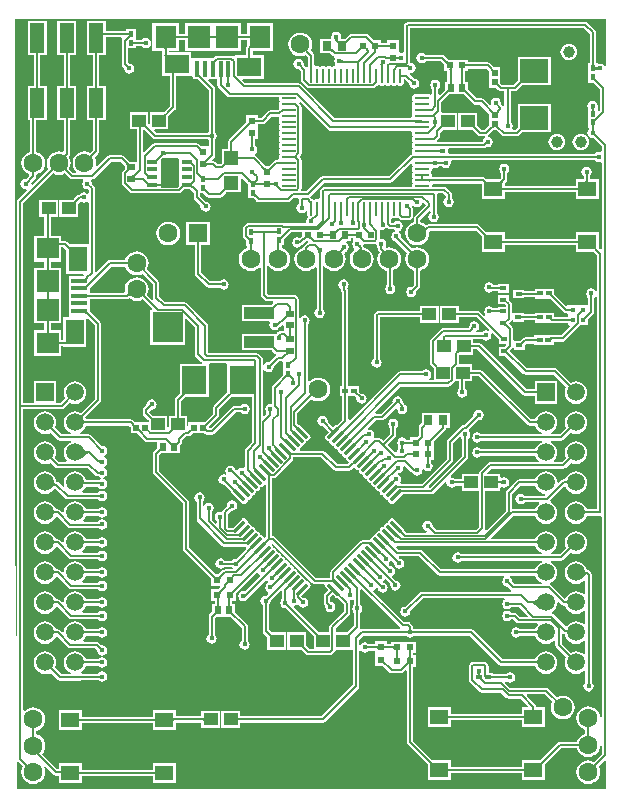
<source format=gtl>
%FSDAX23Y23*%
%MOIN*%
%SFA1B1*%

%IPPOS*%
%AMD37*
4,1,8,-0.016700,0.004900,-0.016700,-0.004900,-0.014700,-0.006900,0.014700,-0.006900,0.016700,-0.004900,0.016700,0.004900,0.014700,0.006900,-0.014700,0.006900,-0.016700,0.004900,0.0*
1,1,0.004000,-0.014700,0.004900*
1,1,0.004000,-0.014700,-0.004900*
1,1,0.004000,0.014700,-0.004900*
1,1,0.004000,0.014700,0.004900*
%
%AMD38*
4,1,8,-0.029500,0.047100,-0.029500,-0.047100,-0.027500,-0.049200,0.027500,-0.049200,0.029500,-0.047100,0.029500,0.047100,0.027500,0.049200,-0.027500,0.049200,-0.029500,0.047100,0.0*
1,1,0.004140,-0.027500,0.047100*
1,1,0.004140,-0.027500,-0.047100*
1,1,0.004140,0.027500,-0.047100*
1,1,0.004140,0.027500,0.047100*
%
%AMD39*
4,1,8,-0.019500,-0.015300,-0.015300,-0.019500,-0.012500,-0.019400,0.019400,0.012500,0.019500,0.015300,0.015300,0.019500,0.012500,0.019400,-0.019400,-0.012500,-0.019500,-0.015300,0.0*
1,1,0.003940,-0.018100,-0.013900*
1,1,0.003940,-0.013900,-0.018100*
1,1,0.003940,0.018100,0.013900*
1,1,0.003940,0.013900,0.018100*
%
%AMD40*
4,1,8,0.015300,-0.019500,0.019500,-0.015300,0.019400,-0.012500,-0.012500,0.019400,-0.015300,0.019500,-0.019500,0.015300,-0.019400,0.012500,0.012500,-0.019400,0.015300,-0.019500,0.0*
1,1,0.003940,0.013900,-0.018100*
1,1,0.003940,0.018100,-0.013900*
1,1,0.003940,-0.013900,0.018100*
1,1,0.003940,-0.018100,0.013900*
%
%AMD41*
4,1,8,0.003000,0.024600,-0.003000,0.024600,-0.004900,0.022600,-0.004900,-0.022600,-0.003000,-0.024600,0.003000,-0.024600,0.004900,-0.022600,0.004900,0.022600,0.003000,0.024600,0.0*
1,1,0.003940,0.003000,0.022600*
1,1,0.003940,-0.003000,0.022600*
1,1,0.003940,-0.003000,-0.022600*
1,1,0.003940,0.003000,-0.022600*
%
%AMD42*
4,1,8,-0.024600,0.003000,-0.024600,-0.003000,-0.022600,-0.004900,0.022600,-0.004900,0.024600,-0.003000,0.024600,0.003000,0.022600,0.004900,-0.022600,0.004900,-0.024600,0.003000,0.0*
1,1,0.003940,-0.022600,0.003000*
1,1,0.003940,-0.022600,-0.003000*
1,1,0.003940,0.022600,-0.003000*
1,1,0.003940,0.022600,0.003000*
%
%ADD15R,0.053150X0.015750*%
%ADD16R,0.062990X0.082680*%
%ADD17R,0.074800X0.070870*%
%ADD18R,0.074800X0.074800*%
%ADD19R,0.070870X0.074800*%
%ADD20R,0.074800X0.074800*%
%ADD21R,0.082680X0.062990*%
%ADD22R,0.015750X0.053150*%
%ADD23R,0.020470X0.021260*%
%ADD24R,0.021260X0.020470*%
%ADD25R,0.078740X0.094490*%
%ADD26R,0.094490X0.078740*%
%ADD27R,0.045530X0.041820*%
%ADD28R,0.019680X0.017720*%
%ADD29R,0.017720X0.019680*%
%ADD30R,0.020000X0.014020*%
%ADD31R,0.029530X0.033470*%
%ADD32R,0.047240X0.047240*%
%ADD33R,0.047240X0.098430*%
%ADD34R,0.061020X0.051180*%
%ADD35R,0.023620X0.025200*%
%ADD36R,0.025200X0.023620*%
G04~CAMADD=37~8~0.0~0.0~137.8~334.7~20.0~0.0~15~0.0~0.0~0.0~0.0~0~0.0~0.0~0.0~0.0~0~0.0~0.0~0.0~90.0~334.0~138.0*
%ADD37D37*%
G04~CAMADD=38~8~0.0~0.0~984.3~590.6~20.7~0.0~15~0.0~0.0~0.0~0.0~0~0.0~0.0~0.0~0.0~0~0.0~0.0~0.0~90.0~590.0~984.0*
%ADD38D38*%
G04~CAMADD=39~8~0.0~0.0~98.4~492.1~19.7~0.0~15~0.0~0.0~0.0~0.0~0~0.0~0.0~0.0~0.0~0~0.0~0.0~0.0~135.0~400.0~400.0*
%ADD39D39*%
G04~CAMADD=40~8~0.0~0.0~98.4~492.1~19.7~0.0~15~0.0~0.0~0.0~0.0~0~0.0~0.0~0.0~0.0~0~0.0~0.0~0.0~225.0~400.0~400.0*
%ADD40D40*%
G04~CAMADD=41~8~0.0~0.0~98.4~492.1~19.7~0.0~15~0.0~0.0~0.0~0.0~0~0.0~0.0~0.0~0.0~0~0.0~0.0~0.0~0.0~98.4~492.1*
%ADD41D41*%
G04~CAMADD=42~8~0.0~0.0~98.4~492.1~19.7~0.0~15~0.0~0.0~0.0~0.0~0~0.0~0.0~0.0~0.0~0~0.0~0.0~0.0~90.0~492.0~98.0*
%ADD42D42*%
%ADD43R,0.023620X0.023620*%
%ADD44R,0.023620X0.023620*%
%ADD45R,0.017720X0.017720*%
%ADD46R,0.098430X0.039370*%
%ADD47R,0.098430X0.098430*%
%ADD85C,0.005000*%
%ADD86C,0.039020*%
%ADD87C,0.062990*%
%ADD88R,0.059060X0.059060*%
%ADD89C,0.059060*%
%ADD90R,0.062990X0.062990*%
%ADD91C,0.017720*%
%LNtivac-1*%
%LPD*%
G36*
X00391Y02529D02*
X00391Y02530D01*
X00391Y02530*
X00390Y02531*
X00390Y02531*
X00390Y02531*
X00389Y02531*
X00388Y02532*
X00388Y02532*
X00387Y02532*
X00386Y02532*
Y02537*
X00387Y02537*
X00388Y02537*
X00388Y02537*
X00389Y02537*
X00390Y02537*
X00390Y02538*
X00390Y02538*
X00391Y02538*
X00391Y02539*
X00391Y02539*
Y02529*
G37*
G36*
X00308Y02539D02*
X00308Y02538D01*
X00308Y02538*
X00309Y02538*
X00309Y02537*
X00310Y02537*
X00310Y02537*
X00311Y02537*
X00312Y02537*
X00313Y02537*
Y02532*
X00312Y02532*
X00311Y02532*
X00310Y02532*
X00310Y02531*
X00309Y02531*
X00309Y02531*
X00308Y02531*
X00308Y02530*
X00308Y02530*
X00308Y02529*
Y02539*
X00308Y02539*
G37*
G36*
X00795Y02520D02*
X00795Y02520D01*
X00795Y02520*
X00795Y02521*
X00794Y02521*
X00794Y02521*
X00793Y02522*
X00793Y02522*
X00792Y02522*
X00791Y02522*
X00790Y02522*
Y02527*
X00791Y02527*
X00792Y02527*
X00793Y02527*
X00793Y02527*
X00794Y02528*
X00794Y02528*
X00795Y02528*
X00795Y02529*
X00795Y02529*
X00795Y02530*
Y02520*
G37*
G36*
X00758Y02529D02*
X00758Y02529D01*
X00758Y02528*
X00758Y02528*
X00759Y02528*
X00759Y02527*
X00760Y02527*
X00761Y02527*
X00762Y02527*
X00763Y02527*
Y02522*
X00762Y02522*
X00761Y02522*
X00760Y02522*
X00759Y02522*
X00759Y02521*
X00758Y02521*
X00758Y02521*
X00758Y02520*
X00758Y02520*
X00757Y02520*
Y02530*
X00758Y02529*
G37*
G36*
X00683Y02520D02*
X00683Y02520D01*
X00683Y02520*
X00683Y02521*
X00682Y02521*
X00682Y02521*
X00681Y02522*
X00681Y02522*
X00680Y02522*
X00679Y02522*
X00678Y02522*
Y02527*
X00679Y02527*
X00680Y02527*
X00681Y02527*
X00681Y02527*
X00682Y02528*
X00682Y02528*
X00683Y02528*
X00683Y02529*
X00683Y02529*
X00683Y02530*
Y02520*
G37*
G36*
X00663Y02529D02*
X00663Y02529D01*
X00663Y02528*
X00664Y02528*
X00664Y02528*
X00665Y02527*
X00665Y02527*
X00666Y02527*
X00667Y02527*
X00668Y02527*
Y02522*
X00667Y02522*
X00666Y02522*
X00665Y02522*
X00665Y02522*
X00664Y02521*
X00664Y02521*
X00663Y02521*
X00663Y02520*
X00663Y02520*
X00663Y02520*
Y02530*
X00663Y02529*
G37*
G36*
X00589Y02520D02*
X00589Y02520D01*
X00588Y02520*
X00588Y02521*
X00588Y02521*
X00587Y02521*
X00587Y02522*
X00586Y02522*
X00585Y02522*
X00585Y02522*
X00584Y02522*
Y02527*
X00585Y02527*
X00585Y02527*
X00586Y02527*
X00587Y02527*
X00587Y02528*
X00588Y02528*
X00588Y02528*
X00588Y02529*
X00589Y02529*
X00589Y02530*
Y02520*
G37*
G36*
X00551Y02529D02*
X00551Y02529D01*
X00551Y02528*
X00552Y02528*
X00552Y02528*
X00553Y02527*
X00553Y02527*
X00554Y02527*
X00555Y02527*
X00556Y02527*
Y02522*
X00555Y02522*
X00554Y02522*
X00553Y02522*
X00553Y02522*
X00552Y02521*
X00552Y02521*
X00551Y02521*
X00551Y02520*
X00551Y02520*
X00551Y02520*
Y02530*
X00551Y02529*
G37*
G36*
X01124Y02511D02*
X01123Y02510D01*
X01120Y02506*
X01119Y02505*
X01119Y02505*
X01119Y02504*
X01119Y02503*
X01119Y02503*
X01119Y02502*
X01114Y02511*
X01114Y02511*
X01114Y02511*
X01115Y02510*
X01115Y02511*
X01116Y02511*
X01117Y02511*
X01118Y02512*
X01119Y02513*
X01121Y02515*
X01124Y02511*
G37*
G36*
X01091Y02518D02*
X01090Y02517D01*
X01090Y02517*
X01090Y02516*
Y02516*
X01090Y02515*
X01090Y02514*
X01091Y02514*
X01091Y02513*
X01092Y02512*
X01093Y02511*
X01094Y02511*
X01095Y02511*
X01095Y02511*
X01096Y02511*
X01096Y02511*
X01097Y02511*
X01090Y02504*
X01090Y02504*
X01090Y02505*
X01090Y02505*
X01090Y02506*
X01090Y02507*
X01089Y02507*
X01089Y02508*
X01088Y02509*
X01086Y02511*
X01079Y02517*
X01091Y02518*
X01091Y02518*
G37*
G36*
X00408Y02509D02*
X00408Y02509D01*
X00409Y02508*
X00409Y02508*
X00409Y02508*
X00410Y02508*
X00411Y02507*
X00411Y02507*
X00412Y02507*
X00413Y02507*
Y02502*
X00412Y02502*
X00411Y02502*
X00411Y02502*
X00410Y02502*
X00409Y02502*
X00409Y02501*
X00409Y02501*
X00408Y02501*
X00408Y02500*
X00408Y02500*
Y02510*
X00408Y02509*
G37*
G36*
X01205Y02509D02*
X01206Y02507D01*
X01207Y02507*
X01208Y02506*
X01209Y02506*
X01209Y02506*
X01210Y02506*
X01210Y02506*
X01211Y02506*
X01204Y02499*
X01204Y02500*
X01204Y02500*
X01204Y02500*
X01204Y02501*
X01204Y02502*
X01203Y02502*
X01203Y02503*
X01202Y02504*
X01200Y02506*
X01203Y02510*
X01205Y02509*
G37*
G36*
X01263Y02490D02*
X01263Y02490D01*
X01263Y02490*
X01262Y02491*
X01262Y02491*
X01262Y02491*
X01261Y02492*
X01260Y02492*
X01260Y02492*
X01259Y02492*
X01258Y02492*
Y02497*
X01259Y02497*
X01260Y02497*
X01260Y02497*
X01261Y02497*
X01262Y02498*
X01262Y02498*
X01262Y02498*
X01263Y02499*
X01263Y02499*
X01263Y02500*
Y02490*
G37*
G36*
X01227Y02499D02*
X01227Y02499D01*
X01227Y02498*
X01228Y02498*
X01228Y02498*
X01229Y02497*
X01229Y02497*
X01230Y02497*
X01231Y02497*
X01232Y02497*
Y02492*
X01231Y02492*
X01230Y02492*
X01229Y02492*
X01229Y02492*
X01228Y02491*
X01228Y02491*
X01227Y02491*
X01227Y02490*
X01227Y02490*
X01227Y02490*
Y02500*
X01227Y02499*
G37*
G36*
X01169Y02483D02*
X01169Y02483D01*
X01168Y02483*
X01168*
X01167Y02483*
X01167Y02483*
X01166Y02482*
X01165Y02482*
X01164Y02481*
X01162Y02479*
X01159Y02483*
X01160Y02484*
X01161Y02486*
X01162Y02486*
X01162Y02487*
X01162Y02488*
X01163Y02489*
Y02489*
X01162Y02489*
X01162Y02490*
X01169Y02483*
G37*
G36*
X00520Y02487D02*
X00520Y02487D01*
X00519Y02487*
X00519Y02487*
X00519Y02486*
X00518Y02486*
X00518Y02485*
X00518Y02484*
X00518Y02483*
X00518Y02482*
X00513*
X00513Y02483*
X00513Y02484*
X00513Y02485*
X00513Y02486*
X00512Y02486*
X00512Y02487*
X00512Y02487*
X00511Y02487*
X00511Y02487*
X00511Y02487*
X00521*
X00520Y02487*
G37*
G36*
X01185Y02489D02*
X01185Y02489D01*
X01185Y02488*
X01185Y02488*
X01186Y02487*
X01186Y02486*
X01187Y02486*
X01187Y02485*
X01189Y02483*
X01186Y02479*
X01185Y02480*
X01183Y02482*
X01182Y02482*
X01181Y02483*
X01181Y02483*
X01180Y02483*
X01180Y02483*
X01179Y02483*
X01179Y02483*
X01186Y02489*
X01185Y02489*
G37*
G36*
X00787Y02494D02*
X00785Y02491D01*
X00785Y02487*
Y02464*
X00746*
Y02463*
X00741Y02461*
X00739Y02462*
X00735Y02463*
X00688*
X00684Y02462*
X00680Y02460*
X00674Y02454*
X00606*
X00602Y02456*
Y02474*
X00526*
Y02479*
X00559*
Y02514*
X00581*
Y02479*
X00671*
X00675*
X00766*
Y02514*
X00787*
Y02494*
G37*
G36*
X01220Y02483D02*
X01219Y02483D01*
X01219Y02482*
X01219Y02482*
X01218Y02482*
X01218Y02481*
X01218Y02480*
X01218Y02480*
X01218Y02479*
X01218Y02478*
X01213*
X01213Y02479*
X01213Y02480*
X01212Y02480*
X01212Y02481*
X01212Y02482*
X01212Y02482*
X01211Y02482*
X01211Y02483*
X01211Y02483*
X01210Y02483*
X01220*
X01220Y02483*
G37*
G36*
X01069Y02486D02*
X01069Y02486D01*
X01069Y02485*
X01070Y02484*
X01070Y02484*
X01071Y02483*
X01072Y02482*
X01074Y02479*
X01075Y02478*
X01072Y02474*
X01070Y02475*
X01068Y02477*
X01068Y02478*
X01067Y02478*
X01066Y02478*
X01066Y02479*
X01065Y02478*
X01065Y02478*
X01064Y02478*
X01070Y02487*
X01069Y02486*
G37*
G36*
X00289Y02472D02*
X00289Y02472D01*
X00288Y02471*
X00288Y02471*
X00288Y02471*
X00287Y02470*
X00287Y02469*
X00287Y02469*
X00287Y02468*
X00287Y02467*
X00282*
X00282Y02468*
X00282Y02469*
X00282Y02469*
X00282Y02470*
X00281Y02471*
X00281Y02471*
X00281Y02471*
X00280Y02472*
X00280Y02472*
X00280Y02472*
X00290*
X00289Y02472*
G37*
G36*
X00191D02*
X00190Y02472D01*
X00190Y02471*
X00189Y02471*
X00189Y02471*
X00189Y02470*
X00189Y02469*
X00189Y02469*
X00189Y02468*
X00189Y02467*
X00184*
X00184Y02468*
X00183Y02469*
X00183Y02469*
X00183Y02470*
X00183Y02471*
X00183Y02471*
X00182Y02471*
X00182Y02472*
X00182Y02472*
X00181Y02472*
X00191*
X00191Y02472*
G37*
G36*
X00092D02*
X00092Y02472D01*
X00091Y02471*
X00091Y02471*
X00091Y02471*
X00091Y02470*
X00090Y02469*
X00090Y02469*
X00090Y02468*
X00090Y02467*
X00085*
X00085Y02468*
X00085Y02469*
X00085Y02469*
X00085Y02470*
X00085Y02471*
X00084Y02471*
X00084Y02471*
X00084Y02472*
X00083Y02472*
X00083Y02472*
X00093*
X00092Y02472*
G37*
G36*
X00518Y02467D02*
X00518Y02467D01*
X00518Y02466*
X00518Y02465*
X00519Y02465*
X00519Y02464*
X00519Y02464*
X00520Y02464*
X00520Y02463*
X00521Y02463*
X00512*
X00512Y02463*
X00512Y02464*
X00512Y02464*
X00513Y02464*
X00513Y02465*
X00513Y02465*
X00513Y02466*
X00513Y02467*
X00513Y02468*
X00518*
X00518Y02467*
G37*
G36*
X01295Y02448D02*
X01295Y02449D01*
X01293Y02450*
X01292Y02450*
X01291Y02450*
X01291Y02451*
X01290Y02451*
X01289Y02451*
X01289Y02451*
X01288Y02451*
X01287Y02451*
X01287Y02450*
X01287Y02450*
X01286Y02450*
X01286Y02449*
X01286Y02449*
Y02459*
X01286Y02458*
X01286Y02458*
X01287Y02458*
X01287Y02457*
X01287Y02457*
X01288Y02457*
X01289Y02457*
X01289Y02457*
X01289Y02457*
X01290Y02457*
X01291Y02457*
X01292Y02458*
X01292Y02458*
X01293Y02459*
X01294Y02459*
X01294Y02460*
X01295Y02448*
G37*
G36*
X00798Y02460D02*
X00798Y02459D01*
X00798Y02458*
X00798Y02457*
X00798Y02457*
X00799Y02456*
X00799Y02456*
X00799Y02456*
X00800Y02456*
X00800Y02456*
X00790*
X00791Y02456*
X00791Y02456*
X00791Y02456*
X00792Y02456*
X00792Y02457*
X00792Y02457*
X00792Y02458*
X00793Y02459*
X00793Y02460*
X00793Y02461*
X00798*
X00798Y02460*
G37*
G36*
X01263Y02449D02*
X01263Y02449D01*
X01263Y02450*
X01262Y02450*
X01262Y02450*
X01262Y02451*
X01261Y02451*
X01260Y02451*
X01260Y02451*
X01259Y02451*
X01258Y02451*
Y02456*
X01259Y02456*
X01260Y02456*
X01260Y02457*
X01261Y02457*
X01262Y02457*
X01262Y02457*
X01262Y02458*
X01263Y02458*
X01263Y02458*
X01263Y02459*
Y02449*
G37*
G36*
X01102Y02449D02*
X01103Y02448D01*
X01103Y02448*
X01104Y02447*
X01105Y02447*
X01106Y02447*
X01106Y02446*
X01107Y02446*
X01108Y02446*
X01109Y02446*
X01108Y02441*
X01107Y02441*
X01106Y02441*
X01106Y02441*
X01105Y02440*
X01104Y02440*
X01103Y02440*
X01103Y02439*
X01102Y02439*
X01100Y02438*
X01102Y02450*
X01102Y02449*
G37*
G36*
X01165Y02446D02*
X01164Y02445D01*
X01163Y02444*
X01163Y02444*
X01162Y02443*
X01162Y02442*
X01162Y02441*
X01161Y02440*
X01161Y02439*
X01161Y02438*
X01161Y02437*
X01156Y02436*
X01156Y02437*
X01156Y02438*
X01156Y02439*
X01155Y02439*
X01155Y02440*
X01154Y02440*
X01154Y02441*
X01153Y02441*
X01152Y02441*
X01151Y02441*
X01152Y02446*
X01153Y02446*
X01154Y02446*
X01155Y02446*
X01156Y02447*
X01157Y02447*
X01158Y02447*
X01159Y02448*
X01159Y02448*
X01160Y02449*
X01161Y02450*
X01165Y02446*
G37*
G36*
X01453Y02444D02*
X01454Y02442D01*
X01455Y02442*
X01456Y02441*
X01457Y02441*
X01457Y02441*
X01458Y02441*
X01458Y02441*
X01459Y02441*
X01452Y02434*
X01452Y02435*
X01452Y02435*
X01452Y02435*
X01452Y02436*
X01452Y02437*
X01451Y02437*
X01451Y02438*
X01450Y02439*
X01448Y02441*
X01451Y02445*
X01453Y02444*
G37*
G36*
X01942Y02433D02*
X01942Y02432D01*
X01942Y02432*
X01942Y02431*
X01943Y02430*
X01943Y02430*
X01943Y02430*
X01944Y02429*
X01944Y02429*
X01945Y02429*
X01935*
X01935Y02429*
X01935Y02429*
X01936Y02430*
X01936Y02430*
X01936Y02430*
X01937Y02431*
X01937Y02432*
X01937Y02432*
X01937Y02433*
X01937Y02434*
X01942*
X01942Y02433*
G37*
G36*
X01984Y02430D02*
X01979Y02429D01*
X01977Y02432*
X01971Y02435*
X01965Y02437*
X01961Y02436*
X01956Y02437*
X01950*
Y02540*
X01949Y02544*
X01947Y02547*
X01922Y02572*
X01919Y02574*
X01915Y02575*
X01325*
X01320Y02574*
X01317Y02572*
X01312Y02567*
X01310Y02564*
X01309Y02560*
Y02475*
X01304Y02471*
X01301Y02472*
X01299Y02471*
X01294Y02474*
Y02475*
Y02515*
X01255*
Y02505*
X01235*
Y02514*
X01210*
X01210Y02514*
X01193Y02532*
X01189Y02534*
X01185Y02535*
X01134*
X01130Y02534*
X01127Y02532*
X01114Y02519*
X01114Y02519*
X01104*
X01101Y02523*
X01102Y02525*
X01100Y02531*
X01097Y02537*
X01091Y02540*
X01085Y02542*
X01078Y02540*
X01072Y02537*
X01069Y02531*
X01067Y02525*
X01068Y02523*
X01065Y02519*
X01032*
Y02470*
X01065*
X01065Y02470*
X01072Y02462*
X01076Y02460*
X01078Y02459*
X01080Y02455*
X01081Y02454*
X01079Y02451*
X01077Y02445*
X01079Y02438*
X01082Y02434*
X01080Y02430*
X01079Y02429*
X01077*
X01073Y02428*
X01070Y02426*
X01067Y02428*
X01063Y02429*
X01057*
X01053Y02428*
X01050Y02426*
X01047Y02428*
X01043Y02429*
X01037*
X01034Y02428*
X01031Y02426*
X01027Y02428*
X01024Y02429*
X01018*
X01017Y02428*
X01012Y02432*
Y02463*
X01011Y02467*
X01008Y02471*
X00999Y02480*
X01003Y02489*
X01004Y02500*
X01003Y02510*
X00999Y02519*
X00993Y02528*
X00984Y02534*
X00975Y02538*
X00965Y02539*
X00954Y02538*
X00945Y02534*
X00936Y02528*
X00930Y02519*
X00926Y02510*
X00925Y02500*
X00926Y02489*
X00930Y02480*
X00936Y02471*
X00945Y02465*
X00954Y02461*
X00965Y02460*
X00975Y02461*
X00984Y02465*
X00990Y02459*
Y02428*
X00986Y02424*
X00984Y02425*
X00976Y02433*
X00977Y02435*
X00975Y02441*
X00972Y02447*
X00966Y02450*
X00960Y02452*
X00953Y02450*
X00947Y02447*
X00944Y02441*
X00942Y02435*
X00944Y02428*
X00947Y02422*
X00953Y02419*
X00960Y02417*
X00961Y02418*
X00968Y02411*
Y02381*
X00968Y02377*
X00971Y02374*
X00987Y02357*
X00991Y02355*
X00995Y02354*
X01206*
X01210Y02355*
X01213Y02357*
X01219Y02363*
X01220*
X01224Y02364*
X01227Y02366*
X01230Y02364*
X01234Y02363*
X01240*
X01244Y02364*
X01247Y02366*
X01250Y02364*
X01254Y02363*
X01260*
X01264Y02364*
X01267Y02366*
X01270Y02364*
X01274Y02363*
X01280*
X01283Y02364*
X01286Y02366*
X01289Y02364*
X01293Y02363*
X01299*
X01303Y02364*
X01306Y02366*
X01308Y02369*
X01309Y02373*
Y02384*
X01314Y02385*
X01328Y02371*
X01327Y02370*
X01329Y02363*
X01332Y02357*
X01338Y02354*
X01345Y02352*
X01351Y02354*
X01357Y02357*
X01360Y02363*
X01362Y02370*
X01360Y02376*
X01357Y02382*
X01351Y02385*
X01345Y02387*
X01343Y02386*
X01329Y02400*
X01331Y02405*
X01332Y02405*
X01339Y02406*
X01344Y02410*
X01348Y02415*
X01349Y02422*
X01348Y02428*
X01344Y02434*
X01339Y02437*
X01332Y02439*
X01330Y02440*
Y02554*
X01910*
X01929Y02535*
Y02437*
X01923*
Y02402*
Y02372*
X01941*
X01942Y02372*
X01964Y02350*
Y02280*
X01961Y02278*
X01956Y02280*
Y02287*
X01956Y02292*
X01957Y02295*
X01955Y02301*
X01952Y02307*
X01946Y02310*
X01940Y02312*
X01933Y02310*
X01927Y02307*
X01924Y02301*
X01922Y02295*
X01923Y02292*
X01923Y02287*
Y02252*
Y02222*
X01926*
X01927Y02220*
X01927Y02220*
X01928Y02220*
X01928Y02219*
X01928Y02217*
Y02217*
X01927Y02217*
X01924Y02211*
X01922Y02205*
X01924Y02198*
X01927Y02192*
X01933Y02189*
X01940Y02187*
X01941Y02188*
X01969Y02160*
Y02144*
X01964Y02141*
X01960Y02142*
X01953Y02140*
X01947Y02137*
X01946Y02135*
X01459*
X01456Y02140*
X01457Y02145*
X01456Y02149*
X01459Y02154*
X01576*
X01580Y02155*
X01584Y02157*
X01585Y02158*
X01590Y02157*
X01596Y02159*
X01602Y02162*
X01605Y02168*
X01607Y02175*
X01605Y02181*
X01602Y02187*
X01596Y02190*
X01591Y02191*
X01590Y02196*
X01591Y02197*
X01610Y02216*
X01615*
X01616Y02216*
X01617Y02215*
X01617Y02215*
X01618Y02215*
X01636Y02197*
X01639Y02195*
X01643Y02194*
X01686*
X01690Y02195*
X01694Y02197*
X01704Y02207*
X01704Y02208*
X01800*
Y02302*
X01689*
Y02223*
X01689Y02222*
X01682Y02215*
X01674*
X01671Y02220*
X01672Y02221*
X01673Y02228*
X01672Y02235*
X01668Y02240*
X01667Y02241*
Y02344*
X01679*
X01683Y02345*
X01687Y02347*
X01704Y02365*
X01705Y02365*
X01800*
Y02459*
X01689*
Y02379*
X01689Y02379*
X01675Y02365*
X01637*
X01632Y02370*
X01632Y02371*
Y02424*
X01613*
X01613*
X01612Y02424*
X01611Y02424*
X01610Y02424*
X01610Y02424*
X01610Y02424*
X01597Y02437*
X01594Y02439*
X01590Y02440*
X01524*
Y02449*
X01485*
X01483*
X01458*
X01458Y02449*
X01446Y02462*
X01442Y02464*
X01438Y02465*
X01383*
X01382Y02467*
X01376Y02470*
X01370Y02472*
X01363Y02470*
X01357Y02467*
X01354Y02461*
X01352Y02455*
X01354Y02448*
X01357Y02442*
X01363Y02439*
X01370Y02437*
X01376Y02439*
X01382Y02442*
X01383Y02444*
X01434*
X01443Y02435*
X01443Y02434*
Y02410*
X01455*
Y02375*
X01446*
Y02349*
X01446Y02349*
X01430Y02333*
X01425Y02335*
Y02351*
X01427Y02352*
X01430Y02358*
X01432Y02365*
X01430Y02371*
X01427Y02377*
X01421Y02380*
X01415Y02382*
X01408Y02380*
X01402Y02377*
X01399Y02371*
X01397Y02365*
X01399Y02358*
X01402Y02352*
X01404Y02351*
Y02335*
X01402Y02334*
X01399Y02333*
X01397Y02334*
X01393Y02335*
X01347*
X01344Y02334*
X01340Y02332*
X01338Y02329*
X01337Y02325*
Y02319*
X01338Y02315*
X01340Y02312*
X01338Y02309*
X01337Y02305*
Y02300*
X01338Y02296*
X01340Y02293*
X01338Y02290*
X01337Y02286*
Y02280*
X01338Y02276*
X01340Y02273*
X01338Y02270*
X01337Y02266*
Y02260*
X01337Y02260*
X01333Y02255*
X01078*
X00966Y02367*
X00963Y02369*
X00959Y02370*
X00782*
X00772Y02380*
X00774Y02385*
X00844*
Y02464*
X00806*
Y02479*
X00874*
Y02570*
X00787*
Y02535*
X00766*
Y02570*
X00675*
X00671*
X00581*
Y02535*
X00559*
Y02570*
X00472*
Y02479*
X00505*
Y02474*
X00504*
Y02464*
X00504Y02463*
X00504Y02463*
Y02395*
X00529*
Y02294*
X00511Y02276*
X00510Y02275*
X00510Y02275*
X00510Y02275*
X00464*
Y02239*
X00459Y02236*
X00458Y02236*
Y02275*
X00397*
Y02218*
X00419*
Y02109*
X00394*
X00394Y02110*
X00376Y02127*
X00373Y02129*
X00369Y02130*
X00330*
X00325Y02129*
X00322Y02127*
X00289Y02094*
X00284Y02096*
X00285Y02105*
X00284Y02115*
X00280Y02124*
X00292Y02136*
X00294Y02140*
X00295Y02144*
Y02247*
X00316*
Y02362*
X00295*
Y02464*
X00316*
Y02524*
X00368*
X00371Y02519*
X00370Y02517*
X00369Y02513*
Y02435*
X00370Y02430*
X00372Y02427*
X00378Y02421*
X00377Y02420*
X00379Y02413*
X00382Y02407*
X00388Y02404*
X00395Y02402*
X00401Y02404*
X00407Y02407*
X00410Y02413*
X00412Y02420*
X00410Y02426*
X00407Y02432*
X00401Y02435*
X00395Y02437*
X00394Y02436*
X00390Y02440*
Y02487*
X00416*
Y02494*
X00437*
X00438Y02493*
X00443Y02489*
X00450Y02488*
X00456Y02489*
X00462Y02493*
X00466Y02498*
X00467Y02505*
X00466Y02511*
X00462Y02517*
X00456Y02521*
X00450Y02522*
X00443Y02521*
X00438Y02517*
X00437Y02515*
X00416*
Y02552*
X00383*
Y02545*
X00316*
Y02578*
X00253*
Y02464*
X00274*
Y02362*
X00253*
Y02247*
X00274*
Y02148*
X00265Y02139*
X00256Y02143*
X00245Y02144*
X00235Y02143*
X00226Y02139*
X00217Y02133*
X00211Y02124*
X00207Y02115*
X00206Y02105*
X00207Y02094*
X00211Y02085*
X00217Y02077*
X00216Y02072*
X00207*
X00194Y02085*
X00198Y02094*
X00200Y02105*
X00198Y02115*
X00194Y02124*
X00193Y02126*
X00193Y02126*
X00194Y02126*
X00194Y02126*
X00194Y02126*
X00194Y02127*
X00196Y02129*
X00197Y02134*
Y02247*
X00218*
Y02362*
X00197*
Y02464*
X00218*
Y02578*
X00155*
Y02464*
X00176*
Y02362*
X00155*
Y02247*
X00176*
Y02146*
X00171Y02143*
X00170Y02143*
X00160Y02144*
X00150Y02143*
X00140Y02139*
X00132Y02133*
X00126Y02124*
X00122Y02115*
X00120Y02105*
X00122Y02094*
X00125Y02085*
X00073Y02032*
X00068Y02034*
X00067Y02037*
X00082Y02052*
X00084Y02055*
X00085Y02060*
Y02066*
X00094Y02070*
X00103Y02076*
X00109Y02085*
X00113Y02094*
X00114Y02105*
X00113Y02115*
X00109Y02124*
X00103Y02133*
X00094Y02139*
X00085Y02143*
Y02247*
X00119*
Y02362*
X00098*
Y02464*
X00119*
Y02578*
X00056*
Y02464*
X00077*
Y02362*
X00056*
Y02247*
X00064*
Y02143*
X00055Y02139*
X00046Y02133*
X00040Y02124*
X00036Y02115*
X00035Y02105*
X00036Y02094*
X00040Y02085*
X00046Y02076*
X00055Y02070*
X00061Y02068*
X00062Y02062*
X00051Y02051*
X00050Y02052*
X00043Y02050*
X00037Y02047*
X00034Y02041*
X00032Y02035*
X00034Y02028*
X00037Y02022*
X00043Y02019*
X00050Y02017*
X00051Y02018*
X00054Y02013*
X00024Y01984*
X00022Y01980*
X00021Y01976*
Y01295*
Y00529*
X00016Y00529*
X00013Y01000*
Y02586*
X01984*
Y02430*
G37*
G36*
X01516Y02434D02*
X01516Y02434D01*
X01517Y02433*
X01517Y02433*
X01517Y02433*
X01518Y02432*
X01519Y02432*
X01519Y02432*
X01520Y02432*
X01521Y02432*
Y02427*
X01520Y02427*
X01519Y02427*
X01519Y02427*
X01518Y02427*
X01517Y02426*
X01517Y02426*
X01517Y02426*
X01516Y02425*
X01516Y02425*
X01516Y02425*
Y02435*
X01516Y02434*
G37*
G36*
X01958Y02413D02*
X01957Y02414D01*
X01957Y02415*
X01956Y02415*
X01955Y02416*
X01954Y02416*
X01954Y02416*
X01953Y02417*
X01952Y02417*
X01952Y02417*
X01951Y02417*
X01951Y02417*
X01950Y02417*
X01949Y02416*
X01949Y02416*
X01949Y02416*
X01948Y02415*
X01948Y02415*
X01948Y02415*
Y02425*
X01948Y02424*
X01948Y02424*
X01949Y02423*
X01949Y02423*
X01949Y02423*
X01950Y02422*
X01951Y02422*
X01951Y02422*
X01952Y02422*
X01952Y02422*
X01953Y02422*
X01954Y02423*
X01954Y02423*
X01955Y02423*
X01956Y02424*
X01957Y02424*
X01957Y02425*
X01958Y02426*
Y02413*
G37*
G36*
X01259Y02425D02*
X01260Y02423D01*
X01260Y02422*
X01260Y02422*
X01260Y02421*
X01260Y02421*
X01261Y02420*
X01261Y02420*
X01261Y02420*
X01253*
X01253Y02420*
X01253Y02420*
X01253Y02421*
X01254Y02421*
X01254Y02422*
X01254Y02422*
X01254Y02423*
X01254Y02424*
X01254Y02425*
X01254Y02426*
X01259*
X01259Y02425*
G37*
G36*
X01244Y02432D02*
X01243Y02431D01*
X01242Y02431*
X01242Y02430*
X01241Y02430*
X01241Y02429*
X01240Y02428*
X01240Y02428*
X01240Y02427*
X01240Y02426*
X01240Y02425*
X01240Y02425*
X01240Y02423*
X01240Y02422*
X01240Y02422*
X01240Y02421*
X01241Y02421*
X01241Y02420*
X01241Y02420*
X01242Y02420*
X01233*
X01233Y02420*
X01234Y02420*
X01234Y02421*
X01234Y02421*
X01234Y02422*
X01234Y02422*
X01235Y02423*
X01235Y02424*
X01235Y02425*
X01235Y02426*
X01239*
X01235Y02427*
X01235Y02427*
X01235Y02428*
X01234Y02429*
X01234Y02430*
X01234Y02431*
X01233Y02432*
X01233Y02433*
X01232Y02435*
X01244Y02432*
G37*
G36*
X01200Y02425D02*
X01201Y02423D01*
X01201Y02422*
X01201Y02422*
X01201Y02421*
X01201Y02421*
X01202Y02420*
X01202Y02420*
X01202Y02420*
X01193*
X01194Y02420*
X01194Y02420*
X01194Y02421*
X01195Y02421*
X01195Y02422*
X01195Y02422*
X01195Y02423*
X01195Y02424*
X01195Y02425*
X01195Y02426*
X01200*
X01200Y02425*
G37*
G36*
X01181D02*
X01181Y02423D01*
X01181Y02422*
X01181Y02422*
X01181Y02421*
X01182Y02421*
X01182Y02420*
X01182Y02420*
X01183Y02420*
X01174*
X01174Y02420*
X01174Y02420*
X01175Y02421*
X01175Y02421*
X01175Y02422*
X01175Y02422*
X01175Y02423*
X01176Y02424*
X01176Y02425*
X01176Y02426*
X01181*
X01181Y02425*
G37*
G36*
X01161D02*
X01161Y02423D01*
X01161Y02422*
X01161Y02422*
X01162Y02421*
X01162Y02421*
X01162Y02420*
X01162Y02420*
X01163Y02420*
X01154*
X01154Y02420*
X01155Y02420*
X01155Y02421*
X01155Y02421*
X01156Y02422*
X01156Y02422*
X01156Y02423*
X01156Y02424*
X01156Y02425*
X01156Y02426*
X01161*
X01161Y02425*
G37*
G36*
X01004D02*
X01004Y02423D01*
X01004Y02422*
X01004Y02422*
X01004Y02421*
X01004Y02421*
X01005Y02420*
X01005Y02420*
X01005Y02420*
X00997*
X00997Y02420*
X00997Y02420*
X00998Y02421*
X00998Y02421*
X00998Y02422*
X00998Y02422*
X00998Y02423*
X00998Y02424*
X00998Y02425*
X00998Y02426*
X01003*
X01004Y02425*
G37*
G36*
X01508Y02418D02*
X01508Y02418D01*
X01507Y02417*
X01507Y02417*
X01507Y02417*
X01506Y02416*
X01506Y02415*
X01506Y02415*
X01506Y02414*
X01506Y02413*
X01501*
X01501Y02414*
X01501Y02415*
X01501Y02415*
X01501Y02416*
X01500Y02417*
X01500Y02417*
X01500Y02417*
X01499Y02418*
X01499Y02418*
X01498Y02418*
X01508*
X01508Y02418*
G37*
G36*
X01470D02*
X01470Y02418D01*
X01469Y02417*
X01469Y02417*
X01469Y02417*
X01469Y02416*
X01468Y02415*
X01468Y02415*
X01468Y02414*
X01468Y02413*
X01463*
X01463Y02414*
X01463Y02415*
X01463Y02415*
X01463Y02416*
X01462Y02417*
X01462Y02417*
X01462Y02417*
X01462Y02418*
X01461Y02418*
X01461Y02418*
X01471*
X01470Y02418*
G37*
G36*
X01604Y02419D02*
X01606Y02417D01*
X01607Y02417*
X01608Y02416*
X01608Y02416*
X01609Y02416*
X01610*
X01610Y02416*
X01610Y02416*
X01603Y02409*
X01604Y02409*
X01604Y02410*
Y02410*
X01604Y02411*
X01603Y02412*
X01603Y02412*
X01602Y02413*
X01602Y02414*
X01600Y02416*
X01603Y02420*
X01604Y02419*
G37*
G36*
X00544Y02406D02*
X00544Y02406D01*
X00543Y02405*
X00543Y02405*
X00543Y02404*
X00542Y02404*
X00542Y02403*
X00542Y02402*
X00542Y02402*
X00542Y02401*
X00537*
X00537Y02402*
X00537Y02402*
X00537Y02403*
X00537Y02404*
X00536Y02404*
X00536Y02405*
X00536Y02405*
X00535Y02406*
X00535Y02406*
X00535Y02406*
X00545*
X00544Y02406*
G37*
G36*
X01301Y02400D02*
X01301Y02400D01*
X01302Y02400*
X01302Y02399*
X01302Y02399*
X01303Y02399*
X01304Y02399*
X01304Y02399*
X01305Y02398*
X01306Y02398*
Y02393*
X01305Y02393*
X01304Y02393*
X01304Y02393*
X01303Y02393*
X01302Y02393*
X01302Y02393*
X01302Y02392*
X01301Y02392*
X01301Y02391*
X01301Y02391*
Y02401*
X01301Y02400*
G37*
G36*
X00703Y02393D02*
X00703Y02393D01*
X00702Y02392*
X00702Y02392*
X00702Y02392*
X00702Y02391*
X00701Y02390*
X00701Y02390*
X00701Y02389*
X00701Y02388*
X00696*
X00696Y02389*
X00696Y02390*
X00696Y02390*
X00696Y02391*
X00696Y02392*
X00695Y02392*
X00695Y02392*
X00695Y02393*
X00694Y02393*
X00694Y02393*
X00704*
X00703Y02393*
G37*
G36*
X01948Y02387D02*
X01948Y02386D01*
X01948Y02386*
X01948Y02385*
X01948Y02385*
X01949Y02384*
X01949Y02383*
X01950Y02382*
X01952Y02380*
X01948Y02377*
X01947Y02378*
X01945Y02379*
X01945Y02380*
X01944Y02380*
X01943Y02381*
X01943Y02381*
X01942Y02381*
X01942Y02381*
X01941Y02380*
X01948Y02387*
X01948Y02387*
G37*
G36*
X01705Y02373D02*
X01705Y02373D01*
X01704Y02373*
X01704Y02373*
X01703Y02373*
X01702Y02373*
X01702Y02373*
X01701Y02372*
X01700Y02371*
X01698Y02369*
X01694Y02372*
X01695Y02374*
X01696Y02375*
X01697Y02376*
X01698Y02377*
X01698Y02378*
X01698Y02378*
Y02379*
X01698Y02379*
X01698Y02380*
X01705Y02373*
G37*
G36*
X01506Y02371D02*
X01506Y02370D01*
X01506Y02369*
X01506Y02369*
X01507Y02368*
X01507Y02368*
X01507Y02367*
X01508Y02367*
X01508Y02367*
X01508Y02367*
X01498*
X01499Y02367*
X01499Y02367*
X01500Y02367*
X01500Y02368*
X01500Y02368*
X01501Y02369*
X01501Y02369*
X01501Y02370*
X01501Y02371*
X01501Y02372*
X01506*
X01506Y02371*
G37*
G36*
X01468D02*
X01468Y02370D01*
X01468Y02369*
X01469Y02369*
X01469Y02368*
X01469Y02368*
X01469Y02367*
X01470Y02367*
X01470Y02367*
X01471Y02367*
X01461*
X01461Y02367*
X01462Y02367*
X01462Y02367*
X01462Y02368*
X01462Y02368*
X01463Y02369*
X01463Y02369*
X01463Y02370*
X01463Y02371*
X01463Y02372*
X01468*
X01468Y02371*
G37*
G36*
X01623Y02370D02*
X01623Y02370D01*
X01623Y02369*
X01623Y02369*
X01623Y02368*
X01624Y02367*
X01625Y02366*
X01625Y02366*
X01627Y02364*
X01624Y02360*
X01623Y02361*
X01621Y02363*
X01620Y02363*
X01619Y02364*
X01618Y02364*
X01618Y02364*
X01617Y02364*
X01617Y02364*
X01616Y02364*
X01623Y02371*
X01623Y02370*
G37*
G36*
X00287Y02358D02*
X00287Y02357D01*
X00287Y02356*
X00287Y02355*
X00288Y02355*
X00288Y02354*
X00288Y02354*
X00289Y02354*
X00289Y02354*
X00290Y02353*
X00280*
X00280Y02354*
X00280Y02354*
X00281Y02354*
X00281Y02354*
X00281Y02355*
X00282Y02355*
X00282Y02356*
X00282Y02357*
X00282Y02358*
X00282Y02359*
X00287*
X00287Y02358*
G37*
G36*
X00189D02*
X00189Y02357D01*
X00189Y02356*
X00189Y02355*
X00189Y02355*
X00189Y02354*
X00190Y02354*
X00190Y02354*
X00191Y02354*
X00191Y02353*
X00181*
X00182Y02354*
X00182Y02354*
X00182Y02354*
X00183Y02354*
X00183Y02355*
X00183Y02355*
X00183Y02356*
X00183Y02357*
X00184Y02358*
X00184Y02359*
X00189*
X00189Y02358*
G37*
G36*
X00090D02*
X00090Y02357D01*
X00090Y02356*
X00091Y02355*
X00091Y02355*
X00091Y02354*
X00091Y02354*
X00092Y02354*
X00092Y02354*
X00093Y02353*
X00083*
X00083Y02354*
X00084Y02354*
X00084Y02354*
X00084Y02354*
X00085Y02355*
X00085Y02355*
X00085Y02356*
X00085Y02357*
X00085Y02358*
X00085Y02359*
X00090*
X00090Y02358*
G37*
G36*
X01664Y02352D02*
X01663Y02352D01*
X01662Y02352*
X01661Y02352*
X01660Y02351*
X01660Y02351*
X01659Y02350*
X01659Y02350*
X01659Y02349*
X01659Y02348*
X01659Y02347*
X01654*
X01653Y02348*
X01653Y02349*
X01653Y02350*
X01653Y02350*
X01652Y02351*
X01652Y02351*
X01651Y02352*
X01650Y02352*
X01649Y02352*
X01649Y02352*
X01656Y02357*
X01664Y02352*
G37*
G36*
X01461Y02342D02*
X01461Y02342D01*
X01460Y02343*
X01460Y02343*
X01459Y02342*
X01458Y02342*
X01458Y02342*
X01457Y02341*
X01456Y02340*
X01454Y02338*
X01450Y02342*
X01451Y02343*
X01453Y02345*
X01454Y02346*
X01454Y02346*
X01454Y02347*
X01454Y02348*
X01454Y02348*
X01454Y02349*
X01454Y02349*
X01461Y02342*
G37*
G36*
X01515Y02349D02*
X01515Y02349D01*
X01515Y02348*
X01515Y02348*
X01516Y02347*
X01516Y02346*
X01517Y02345*
X01519Y02342*
X01520Y02341*
X01516Y02338*
X01515Y02340*
X01513Y02341*
X01512Y02342*
X01511Y02342*
X01511Y02342*
X01510Y02343*
X01510Y02343*
X01509Y02342*
X01509Y02342*
X01515Y02350*
X01515Y02349*
G37*
G36*
X01509Y02334D02*
X01541Y02302D01*
X01544Y02300*
X01548Y02299*
X01565*
X01595Y02269*
X01595Y02269*
X01595Y02269*
X01595Y02269*
Y02231*
X01579Y02215*
X01569*
X01554Y02230*
X01554Y02231*
X01554Y02231*
X01554Y02231*
Y02273*
X01492*
Y02216*
X01538*
X01539Y02216*
X01539Y02216*
X01539Y02215*
X01557Y02197*
X01561Y02195*
X01565Y02194*
X01579*
X01581Y02189*
X01577Y02187*
X01574Y02181*
X01573Y02176*
X01572Y02175*
X01422*
X01420Y02180*
X01427Y02187*
X01429Y02190*
X01430Y02195*
Y02205*
X01440Y02215*
X01440Y02216*
X01440Y02216*
X01441Y02216*
X01487*
Y02273*
X01437*
X01433Y02278*
Y02306*
X01461Y02334*
X01461Y02334*
X01508*
X01508Y02334*
X01509Y02334*
X01509*
X01509Y02334*
G37*
G36*
X01595Y02410D02*
X01595Y02409D01*
X01595Y02409*
X01595Y02409*
Y02387*
Y02356*
X01615*
X01615Y02356*
X01616Y02356*
X01616Y02356*
X01617Y02355*
X01625Y02347*
X01629Y02345*
X01633Y02344*
X01645*
Y02297*
X01640Y02295*
X01640Y02296*
X01633Y02303*
X01634Y02305*
X01632Y02311*
X01629Y02317*
X01623Y02320*
X01617Y02322*
X01610Y02320*
X01605Y02317*
X01601Y02311*
X01600Y02305*
X01600Y02301*
X01596Y02298*
X01577Y02317*
X01574Y02319*
X01570Y02320*
X01553*
X01525Y02348*
X01523Y02350*
X01523Y02350*
Y02375*
X01514*
Y02410*
X01524*
Y02419*
X01586*
X01595Y02410*
G37*
G36*
X01945Y02287D02*
X01944Y02287D01*
X01944Y02286*
X01943Y02285*
X01943Y02284*
X01943Y02284*
X01942Y02283*
X01942Y02282*
X01942Y02282*
X01942Y02281*
X01942Y02281*
X01943Y02280*
X01943Y02280*
X01943Y02279*
X01944Y02279*
X01944Y02279*
X01945Y02279*
X01935*
X01935Y02279*
X01935Y02279*
X01936Y02279*
X01936Y02280*
X01936Y02280*
X01937Y02281*
X01937Y02281*
X01937Y02282*
X01937Y02282*
X01937Y02283*
X01936Y02284*
X01936Y02284*
X01936Y02285*
X01935Y02286*
X01935Y02287*
X01934Y02287*
X01933Y02288*
X01946*
X01945Y02287*
G37*
G36*
X01394Y02287D02*
X01395Y02286D01*
X01395Y02286*
X01395Y02286*
X01396Y02286*
X01397Y02286*
X01397Y02285*
X01398Y02285*
X01399Y02285*
X01400Y02285*
Y02280*
X01399Y02280*
X01397Y02280*
X01397Y02280*
X01396Y02280*
X01395Y02280*
X01395Y02279*
X01395Y02279*
X01394Y02279*
X01394Y02278*
Y02287*
X01394Y02287*
G37*
G36*
X01627Y02276D02*
X01626Y02275D01*
X01625Y02273*
X01624Y02272*
X01624Y02271*
X01623Y02271*
X01623Y02270*
Y02270*
X01623Y02269*
X01624Y02269*
X01616Y02276*
X01617Y02275*
X01617Y02275*
X01618*
X01618Y02275*
X01619Y02276*
X01620Y02276*
X01621Y02277*
X01622Y02277*
X01624Y02279*
X01627Y02276*
G37*
G36*
X01604Y02278D02*
X01606Y02277D01*
X01607Y02276*
X01608Y02276*
X01608Y02275*
X01609Y02275*
X01610*
X01610Y02275*
X01610Y02276*
X01603Y02269*
X01604Y02269*
X01604Y02270*
Y02270*
X01604Y02271*
X01603Y02271*
X01603Y02272*
X01602Y02273*
X01602Y02274*
X01600Y02276*
X01603Y02279*
X01604Y02278*
G37*
G36*
X00521Y02267D02*
X00520Y02266D01*
X00518Y02264*
X00518Y02264*
X00517Y02263*
X00517Y02262*
X00517Y02262*
Y02261*
X00517Y02261*
X00517Y02260*
X00510Y02267*
X00510Y02267*
X00511Y02267*
X00511*
X00512Y02267*
X00513Y02267*
X00513Y02268*
X00514Y02268*
X00515Y02269*
X00517Y02271*
X00521Y02267*
G37*
G36*
X01394Y02267D02*
X01395Y02267D01*
X01395Y02267*
X01395Y02266*
X01396Y02266*
X01397Y02266*
X01397Y02266*
X01398Y02266*
X01399Y02266*
X01400Y02266*
Y02261*
X01399Y02261*
X01397Y02260*
X01397Y02260*
X01396Y02260*
X01395Y02260*
X01395Y02260*
X01395Y02259*
X01394Y02259*
X01394Y02259*
Y02267*
X01394Y02267*
G37*
G36*
X01415Y02267D02*
X01415Y02266D01*
X01414Y02265*
X01414Y02265*
X01413Y02264*
X01413Y02263*
X01413Y02262*
X01414Y02262*
X01414Y02261*
X01415Y02260*
X01415Y02260*
X01411Y02257*
X01410Y02258*
X01409Y02258*
X01408Y02259*
X01408Y02259*
X01407Y02260*
X01406Y02260*
X01405Y02260*
X01404Y02260*
X01403Y02261*
X01402Y02261*
Y02266*
X01403Y02266*
X01404Y02266*
X01405Y02266*
X01406Y02266*
X01407Y02266*
X01408Y02267*
X01408Y02267*
X01409Y02268*
X01410Y02268*
X01411Y02269*
X01415Y02267*
G37*
G36*
X00688Y02364D02*
X00689Y02360D01*
X00691Y02357*
X00721Y02327*
X00724Y02325*
X00729Y02324*
X00894*
Y02319*
X00895Y02315*
X00897Y02312*
X00895Y02309*
X00894Y02305*
Y02300*
X00895Y02296*
X00897Y02293*
X00895Y02290*
X00894Y02286*
Y02285*
X00890Y02280*
X00865*
X00860Y02279*
X00857Y02277*
X00836Y02256*
X00824*
Y02265*
X00785*
Y02240*
X00785Y02240*
X00727Y02183*
X00725Y02179*
X00724Y02175*
Y02152*
X00703*
Y02105*
X00703Y02104*
X00703Y02104*
X00703Y02104*
X00699Y02100*
X00689*
X00682Y02107*
X00679Y02109*
X00675Y02110*
X00672*
X00670Y02115*
X00677Y02122*
X00679Y02125*
X00680Y02130*
Y02181*
X00682Y02182*
X00685Y02188*
X00687Y02195*
X00685Y02201*
X00682Y02207*
X00680Y02208*
Y02353*
X00679Y02357*
X00677Y02360*
X00657Y02380*
X00659Y02385*
X00688*
Y02364*
G37*
G36*
X00289Y02255D02*
X00289Y02255D01*
X00288Y02255*
X00288Y02255*
X00288Y02254*
X00287Y02254*
X00287Y02253*
X00287Y02252*
X00287Y02251*
X00287Y02250*
X00282*
X00282Y02251*
X00282Y02252*
X00282Y02253*
X00282Y02254*
X00281Y02254*
X00281Y02255*
X00281Y02255*
X00280Y02255*
X00280Y02255*
X00280Y02255*
X00290*
X00289Y02255*
G37*
G36*
X00191D02*
X00190Y02255D01*
X00190Y02255*
X00189Y02255*
X00189Y02254*
X00189Y02254*
X00189Y02253*
X00189Y02252*
X00189Y02251*
X00189Y02250*
X00184*
X00184Y02251*
X00183Y02252*
X00183Y02253*
X00183Y02254*
X00183Y02254*
X00183Y02255*
X00182Y02255*
X00182Y02255*
X00182Y02255*
X00181Y02255*
X00191*
X00191Y02255*
G37*
G36*
X00079D02*
X00079Y02255D01*
X00078Y02255*
X00078Y02255*
X00078Y02254*
X00077Y02254*
X00077Y02253*
X00077Y02252*
X00077Y02251*
X00077Y02250*
X00072*
X00072Y02251*
X00072Y02252*
X00072Y02253*
X00072Y02254*
X00071Y02254*
X00071Y02255*
X00071Y02255*
X00070Y02255*
X00070Y02255*
X00070Y02255*
X00080*
X00079Y02255*
G37*
G36*
X01417Y02253D02*
X01417Y02252D01*
X01417Y02251*
X01418Y02250*
X01418Y02250*
X01418Y02249*
X01419Y02248*
X01419Y02247*
X01420Y02247*
X01421Y02246*
X01408*
X01409Y02247*
X01410Y02247*
X01410Y02248*
X01411Y02249*
X01411Y02250*
X01411Y02250*
X01412Y02251*
X01412Y02252*
X01412Y02253*
X01412Y02253*
X01417*
X01417Y02253*
G37*
G36*
X00816Y02250D02*
X00816Y02249D01*
X00817Y02249*
X00817Y02249*
X00817Y02248*
X00818Y02248*
X00819Y02248*
X00819Y02248*
X00820Y02248*
X00821Y02248*
Y02243*
X00820Y02243*
X00819Y02243*
X00819Y02242*
X00818Y02242*
X00817Y02242*
X00817Y02242*
X00817Y02241*
X00816Y02241*
X00816Y02241*
X00816Y02240*
Y02250*
X00816Y02250*
G37*
G36*
X01346Y02240D02*
X01346Y02240D01*
X01346Y02240*
X01345Y02241*
X01345Y02241*
X01345Y02241*
X01344Y02242*
X01343Y02242*
X01342Y02242*
X01341Y02242*
X01340Y02242*
X01341Y02247*
X01342Y02247*
X01345Y02247*
X01345Y02247*
X01345Y02247*
X01346Y02247*
X01346Y02248*
X01346Y02248*
X01346Y02240*
G37*
G36*
X00800Y02234D02*
X00800Y02234D01*
X00799Y02234*
X00799Y02234*
X00798Y02234*
X00797Y02234*
X00797Y02233*
X00796Y02233*
X00795Y02232*
X00793Y02230*
X00789Y02233*
X00790Y02235*
X00792Y02236*
X00792Y02237*
X00793Y02238*
X00793Y02239*
X00793Y02239*
X00793Y02240*
X00793Y02240*
X00793Y02241*
X00800Y02234*
G37*
G36*
X01944Y02230D02*
X01944Y02230D01*
X01943Y02230*
X01943Y02229*
X01943Y02229*
X01942Y02228*
X01942Y02228*
X01942Y02227*
X01942Y02226*
X01942Y02225*
X01937*
X01937Y02226*
X01937Y02227*
X01937Y02228*
X01937Y02228*
X01936Y02229*
X01936Y02229*
X01936Y02230*
X01935Y02230*
X01935Y02230*
X01935Y02230*
X01945*
X01944Y02230*
G37*
G36*
X01440Y02224D02*
X01440Y02224D01*
X01440Y02224*
X01439*
X01438Y02224*
X01438Y02224*
X01437Y02223*
X01436Y02223*
X01435Y02222*
X01433Y02220*
X01430Y02224*
X01431Y02225*
X01432Y02227*
X01433Y02227*
X01433Y02228*
X01434Y02229*
X01434Y02229*
Y02230*
X01434Y02230*
X01433Y02231*
X01440Y02224*
G37*
G36*
X00450Y02232D02*
X00450Y02232D01*
X00450Y02231*
X00450Y02231*
X00450Y02230*
X00451Y02229*
X00451Y02229*
X00452Y02228*
X00454Y02226*
X00450Y02222*
X00449Y02223*
X00447Y02225*
X00446Y02225*
X00446Y02226*
X00445Y02226*
X00444Y02226*
X00444Y02226*
X00443Y02226*
X00443Y02226*
X00450Y02233*
X00450Y02232*
G37*
G36*
X00434Y02226D02*
X00434Y02226D01*
X00433Y02225*
X00433Y02225*
X00433Y02224*
X00432Y02224*
X00432Y02223*
X00432Y02222*
X00432Y02222*
X00432Y02221*
X00427*
X00427Y02222*
X00427Y02222*
X00427Y02223*
X00427Y02224*
X00426Y02224*
X00426Y02225*
X00426Y02225*
X00425Y02226*
X00425Y02226*
X00425Y02226*
X00435*
X00434Y02226*
G37*
G36*
X01545Y02230D02*
X01545Y02230D01*
Y02229*
X01545Y02229*
X01546Y02228*
X01546Y02227*
X01547Y02227*
X01547Y02226*
X01549Y02224*
X01546Y02220*
X01545Y02221*
X01543Y02223*
X01542Y02223*
X01541Y02224*
X01541Y02224*
X01540Y02224*
X01539*
X01539Y02224*
X01539Y02224*
X01546Y02231*
X01545Y02230*
G37*
G36*
X01623Y02231D02*
X01623Y02230D01*
X01623Y02230*
X01624Y02229*
X01624Y02228*
X01625Y02227*
X01625Y02226*
X01628Y02224*
X01629Y02222*
X01624Y02220*
X01623Y02221*
X01621Y02222*
X01621Y02223*
X01620Y02223*
X01619Y02224*
X01619Y02224*
X01618Y02224*
X01618Y02224*
X01617Y02223*
X01623Y02231*
X01623Y02231*
G37*
G36*
X01346Y02219D02*
X01346Y02220D01*
X01346Y02220*
X01345Y02220*
X01345Y02221*
X01344Y02221*
X01344Y02221*
X01343Y02221*
X01342Y02221*
X01341Y02221*
X01340Y02221*
Y02226*
X01341Y02226*
X01343Y02226*
X01344Y02227*
X01344Y02227*
X01345Y02227*
X01345Y02227*
X01346Y02227*
X01346Y02228*
X01346Y02228*
Y02219*
G37*
G36*
X01704Y02216D02*
X01704Y02216D01*
X01704Y02216*
X01703Y02216*
X01703Y02216*
X01702Y02216*
X01701Y02215*
X01700Y02215*
X01699Y02214*
X01697Y02212*
X01694Y02216*
X01695Y02217*
X01696Y02218*
X01697Y02219*
X01697Y02220*
X01698Y02221*
X01698Y02221*
X01698Y02222*
X01698Y02222*
X01698Y02223*
X01704Y02216*
G37*
G36*
X01942Y02218D02*
X01942Y02217D01*
X01942Y02216*
X01943Y02215*
X01943Y02215*
X01943Y02214*
X01944Y02213*
X01944Y02212*
X01945Y02212*
X01946Y02211*
X01933*
X01934Y02212*
X01935Y02212*
X01935Y02213*
X01936Y02214*
X01936Y02215*
X01936Y02215*
X01937Y02216*
X01937Y02217*
X01937Y02218*
X01937Y02218*
X01942*
X01942Y02218*
G37*
G36*
X00602Y02395D02*
X00606Y02392D01*
Y02385*
X00623*
X00659Y02348*
Y02208*
X00657Y02207*
X00656Y02205*
X00486*
X00478Y02213*
X00480Y02218*
X00525*
Y02260*
X00525Y02260*
X00525Y02260*
X00525Y02261*
X00547Y02282*
X00549Y02286*
X00550Y02290*
Y02395*
X00602*
G37*
G36*
X00809Y02192D02*
X00809Y02192D01*
X00808Y02192*
X00808Y02191*
X00808Y02191*
X00807Y02190*
X00807Y02190*
X00807Y02189*
X00807Y02188*
X00807Y02187*
X00802*
X00802Y02188*
X00802Y02189*
X00802Y02190*
X00802Y02190*
X00801Y02191*
X00801Y02191*
X00801Y02192*
X00800Y02192*
X00800Y02192*
X00800Y02192*
X00810*
X00809Y02192*
G37*
G36*
X01394Y02188D02*
X01395Y02188D01*
X01395Y02188*
X01395Y02188*
X01396Y02187*
X01397Y02187*
X01397Y02187*
X01398Y02187*
X01399Y02187*
X01400Y02187*
Y02182*
X01399Y02182*
X01397Y02182*
X01397Y02182*
X01396Y02181*
X01395Y02181*
X01395Y02181*
X01395Y02181*
X01394Y02180*
X01394Y02180*
Y02189*
X01394Y02188*
G37*
G36*
X00474Y02187D02*
X00477Y02185D01*
X00481Y02184*
X00656*
X00657Y02182*
X00659Y02181*
Y02161*
X00635*
X00635Y02161*
X00635Y02161*
X00634Y02161*
X00628Y02167*
X00625Y02169*
X00621Y02170*
X00480*
X00475Y02169*
X00472Y02167*
X00445Y02140*
X00440Y02142*
Y02214*
X00445Y02216*
X00474Y02187*
G37*
G36*
X01394Y02169D02*
X01395Y02168D01*
X01395Y02168*
X01395Y02168*
X01396Y02168*
X01397Y02167*
X01397Y02167*
X01398Y02167*
X01399Y02167*
X01400Y02167*
Y02162*
X01399Y02162*
X01397Y02162*
X01397Y02162*
X01396Y02162*
X01395Y02161*
X01395Y02161*
X01395Y02161*
X01394Y02161*
X01394Y02160*
Y02169*
X01394Y02169*
G37*
G36*
X00629Y02155D02*
X00631Y02154D01*
X00631Y02153*
X00632Y02153*
X00633Y02152*
X00634Y02152*
X00634*
X00634Y02152*
X00635Y02153*
X00628Y02145*
X00628Y02146*
X00628Y02146*
Y02147*
X00628Y02147*
X00628Y02148*
X00627Y02149*
X00627Y02150*
X00626Y02151*
X00624Y02153*
X00628Y02156*
X00629Y02155*
G37*
G36*
X00737Y02148D02*
X00737Y02148D01*
X00737Y02147*
X00737Y02146*
X00738Y02146*
X00738Y02145*
X00738Y02145*
X00739Y02144*
X00739Y02144*
X00740Y02144*
X00730*
X00730Y02144*
X00730Y02144*
X00731Y02145*
X00731Y02145*
X00731Y02146*
X00732Y02146*
X00732Y02147*
X00732Y02148*
X00732Y02148*
X00732Y02149*
X00737*
X00737Y02148*
G37*
G36*
X01394Y02149D02*
X01395Y02149D01*
X01395Y02148*
X01395Y02148*
X01396Y02148*
X01397Y02148*
X01397Y02148*
X01398Y02148*
X01399Y02147*
X01400Y02147*
Y02142*
X01399Y02142*
X01397Y02142*
X01397Y02142*
X01396Y02142*
X01395Y02142*
X01395Y02142*
X01395Y02141*
X01394Y02141*
X01394Y02141*
Y02149*
X01394Y02149*
G37*
G36*
X01433Y02139D02*
X01432Y02139D01*
X01431Y02140*
X01431Y02141*
X01430Y02141*
X01429Y02142*
X01429Y02142*
X01428Y02142*
X01427Y02142*
X01426Y02142*
X01426Y02142*
X01426Y02147*
X01427Y02148*
X01427Y02148*
X01428Y02148*
X01429Y02148*
X01430Y02148*
X01430Y02149*
X01431Y02149*
X01432Y02150*
X01433Y02150*
X01434Y02151*
X01433Y02139*
G37*
G36*
X00188Y02132D02*
X00187Y02131D01*
X00186Y02130*
X00186Y02129*
X00185Y02128*
X00185Y02127*
X00185Y02126*
X00185Y02125*
X00185Y02124*
X00186Y02122*
X00187Y02121*
X00173Y02133*
X00174Y02133*
X00176Y02132*
X00177Y02132*
X00178Y02132*
X00179Y02132*
X00180Y02133*
X00181Y02133*
X00182Y02134*
X00183Y02134*
X00184Y02135*
X00188Y02132*
G37*
G36*
X00514Y02142D02*
X00514Y02142D01*
X00515Y02141*
X00516Y02141*
X00517Y02140*
X00517Y02140*
X00518Y02140*
X00519Y02139*
X00520Y02139*
X00520Y02139*
Y02134*
X00520Y02134*
X00519Y02134*
X00518Y02134*
X00517Y02134*
X00517Y02133*
X00516Y02133*
X00515Y02132*
X00514Y02132*
X00514Y02131*
X00513Y02131*
Y02143*
X00514Y02142*
G37*
G36*
X01394Y02129D02*
X01394Y02129D01*
X01395Y02128*
X01395Y02128*
X01396Y02128*
X01396Y02127*
X01397Y02127*
X01398Y02127*
X01399Y02127*
X01400Y02127*
X01400Y02122*
X01399Y02122*
X01396Y02122*
X01396Y02122*
X01395Y02122*
X01395Y02121*
X01394Y02121*
X01394Y02121*
X01394Y02121*
X01394Y02129*
X01394Y02129*
G37*
G36*
X01346Y02121D02*
X01346Y02121D01*
X01346Y02122*
X01345Y02122*
X01345Y02122*
X01344Y02122*
X01344Y02122*
X01343Y02123*
X01342Y02123*
X01341Y02123*
X01340Y02123*
Y02128*
X01341Y02128*
X01343Y02128*
X01344Y02128*
X01344Y02128*
X01345Y02128*
X01345Y02129*
X01346Y02129*
X01346Y02129*
X01346Y02130*
Y02121*
G37*
G36*
X00758Y02125D02*
X00758Y02125D01*
X00758Y02125*
X00759Y02124*
X00759Y02124*
X00760Y02124*
X00760Y02124*
X00761Y02123*
X00762Y02123*
X00763Y02123*
Y02118*
X00762Y02118*
X00761Y02118*
X00760Y02118*
X00760Y02118*
X00759Y02118*
X00759Y02117*
X00758Y02117*
X00758Y02117*
X00758Y02116*
X00758Y02116*
Y02126*
X00758Y02125*
G37*
G36*
X00492Y02116D02*
X00491Y02115D01*
X00489Y02113*
X00489Y02112*
X00488Y02112*
X00488Y02111*
X00488Y02110*
X00488Y02110*
X00488Y02109*
X00488Y02109*
X00481Y02116*
X00482Y02116*
X00482Y02116*
X00482Y02116*
X00483Y02116*
X00484Y02116*
X00484Y02117*
X00485Y02117*
X00486Y02118*
X00488Y02120*
X00492Y02116*
G37*
G36*
X00655Y02111D02*
X00654Y02110D01*
X00652Y02108*
X00652Y02107*
X00651Y02107*
X00651Y02106*
X00651Y02105*
X00651Y02105*
X00651Y02105*
X00651Y02104*
X00644Y02111*
X00645Y02111*
X00645Y02111*
X00645Y02111*
X00646Y02111*
X00647Y02111*
X00647Y02112*
X00648Y02112*
X00649Y02113*
X00651Y02115*
X00655Y02111*
G37*
G36*
X01394Y02110D02*
X01395Y02109D01*
X01395Y02109*
X01395Y02109*
X01396Y02109*
X01397Y02108*
X01397Y02108*
X01398Y02108*
X01399Y02108*
X01400Y02108*
Y02103*
X01399Y02103*
X01397Y02103*
X01397Y02103*
X01396Y02103*
X01395Y02102*
X01395Y02102*
X01395Y02102*
X01394Y02102*
X01394Y02101*
Y02110*
X01394Y02110*
G37*
G36*
X00903Y02101D02*
X00903Y02102D01*
X00903Y02102*
X00902Y02102*
X00902Y02102*
X00901Y02103*
X00901Y02103*
X00900Y02103*
X00899Y02103*
X00898Y02103*
X00898Y02103*
Y02108*
X00898Y02108*
X00900Y02108*
X00901Y02108*
X00901Y02109*
X00902Y02109*
X00902Y02109*
X00903Y02109*
X00903Y02110*
X00903Y02110*
Y02101*
G37*
G36*
X01407Y02099D02*
X01407Y02100D01*
X01406Y02101*
X01406Y02101*
X01405Y02102*
X01404Y02102*
X01403Y02102*
X01403Y02103*
X01402Y02103*
X01401Y02103*
X01400Y02103*
X01401Y02108*
X01402Y02108*
X01403Y02108*
X01403Y02108*
X01404Y02109*
X01405Y02109*
X01406Y02109*
X01407Y02110*
X01407Y02110*
X01409Y02111*
X01407Y02099*
G37*
G36*
X00604Y02109D02*
X00604Y02109D01*
X00604Y02108*
X00604Y02107*
X00604Y02107*
X00605Y02106*
X00605Y02105*
X00606Y02104*
X00608Y02102*
X00604Y02099*
X00603Y02100*
X00601Y02101*
X00601Y02102*
X00600Y02102*
X00599Y02103*
X00599Y02103*
X00598Y02103*
X00598Y02103*
X00597Y02102*
X00604Y02109*
X00604Y02109*
G37*
G36*
X00718Y02097D02*
X00718Y02098D01*
X00717Y02098*
X00717*
X00716Y02098*
X00715Y02097*
X00715Y02097*
X00714Y02096*
X00713Y02096*
X00711Y02094*
X00707Y02097*
X00708Y02098*
X00710Y02100*
X00711Y02101*
X00711Y02102*
X00711Y02102*
X00711Y02103*
Y02104*
X00711Y02104*
X00711Y02104*
X00718Y02097*
G37*
G36*
X00895Y02256D02*
X00897Y02253D01*
X00895Y02250*
X00894Y02246*
Y02240*
X00895Y02237*
X00897Y02234*
X00895Y02231*
X00894Y02227*
Y02221*
X00895Y02217*
X00897Y02214*
X00895Y02211*
X00894Y02207*
Y02201*
X00895Y02197*
X00897Y02194*
X00895Y02191*
X00894Y02187*
Y02181*
X00895Y02178*
X00897Y02175*
X00895Y02171*
X00894Y02168*
Y02162*
X00895Y02158*
X00897Y02155*
X00895Y02152*
X00894Y02148*
Y02142*
X00895Y02138*
X00897Y02135*
X00895Y02132*
X00894Y02128*
Y02122*
X00895Y02121*
X00891Y02116*
X00885*
X00881Y02115*
X00877Y02113*
X00860Y02095*
X00859Y02095*
X00859Y02095*
X00859Y02095*
X00850*
X00850Y02095*
X00816Y02128*
X00814Y02130*
X00813Y02134*
X00814Y02136*
X00817Y02137*
X00820Y02143*
X00822Y02150*
X00820Y02156*
X00817Y02162*
X00815Y02163*
Y02184*
X00824*
Y02224*
Y02224*
Y02225*
Y02229*
Y02235*
X00840*
X00844Y02235*
X00848Y02238*
X00869Y02259*
X00894*
X00895Y02259*
X00895Y02256*
G37*
G36*
X00651Y02104D02*
X00651Y02104D01*
X00652Y02103*
X00652Y02103*
X00652Y02103*
X00653Y02102*
X00654Y02102*
X00654Y02102*
X00655Y02102*
X00656Y02102*
Y02097*
X00655Y02097*
X00654Y02097*
X00654Y02097*
X00653Y02097*
X00652Y02096*
X00652Y02096*
X00652Y02096*
X00651Y02095*
X00651Y02095*
X00651Y02095*
Y02105*
X00651Y02104*
G37*
G36*
X00388Y02104D02*
X00390Y02102D01*
X00391Y02102*
X00391Y02101*
X00392Y02101*
X00393Y02101*
X00393Y02101*
X00394Y02101*
X00394Y02101*
X00387Y02094*
X00387Y02095*
X00388Y02095*
X00388Y02096*
X00387Y02096*
X00387Y02097*
X00387Y02098*
X00386Y02099*
X00385Y02099*
X00383Y02101*
X00387Y02105*
X00388Y02104*
G37*
G36*
X00870Y02087D02*
X00869Y02086D01*
X00867Y02084*
X00867Y02083*
X00866Y02082*
X00866Y02082*
X00866Y02081*
Y02081*
X00866Y02080*
X00866Y02080*
X00859Y02087*
X00860Y02087*
X00860Y02086*
X00861*
X00861Y02087*
X00862Y02087*
X00863Y02087*
X00863Y02088*
X00864Y02089*
X00866Y02090*
X00870Y02087*
G37*
G36*
X00844Y02089D02*
X00846Y02088D01*
X00847Y02087*
X00847Y02087*
X00848Y02087*
X00849Y02086*
X00849Y02086*
X00850Y02086*
X00850Y02087*
X00843Y02080*
X00843Y02080*
X00843Y02081*
X00843Y02081*
X00843Y02082*
X00843Y02082*
X00842Y02083*
X00842Y02084*
X00841Y02085*
X00839Y02087*
X00843Y02090*
X00844Y02089*
G37*
G36*
X00394Y02078D02*
X00394Y02078D01*
X00393Y02078*
X00393*
X00392Y02078*
X00391Y02078*
X00391Y02078*
X00390Y02077*
X00389Y02076*
X00387Y02075*
X00383Y02078*
X00384Y02079*
X00386Y02081*
X00387Y02082*
X00387Y02082*
X00387Y02083*
X00387Y02084*
Y02084*
X00387Y02085*
X00387Y02085*
X00394Y02078*
G37*
G36*
X00195Y02054D02*
X00199Y02052D01*
X00203Y02051*
X00240*
X00241Y02049*
X00242Y02046*
X00239Y02041*
X00237Y02035*
X00239Y02028*
X00242Y02022*
X00248Y02019*
X00255Y02017*
X00255Y02018*
X00259Y02014*
Y02006*
X00254Y02003*
X00251Y02005*
X00245Y02007*
X00238Y02005*
X00232Y02002*
X00231Y02000*
X00230*
X00226Y01999*
X00222Y01997*
X00209Y01984*
X00209Y01983*
X00162*
Y01926*
X00224*
Y01968*
X00224Y01969*
X00233Y01977*
X00238Y01974*
X00245Y01972*
X00251Y01974*
X00254Y01976*
X00259Y01973*
Y01834*
X00196*
X00196Y01834*
X00187Y01842*
X00184Y01844*
X00180Y01845*
X00168*
Y01863*
X00134*
Y01926*
X00157*
Y01983*
X00095*
Y01926*
X00112*
Y01863*
X00078*
Y01776*
X00112*
Y01755*
X00078*
Y01664*
Y01660*
Y01570*
X00112*
Y01548*
X00078*
Y01461*
X00168*
Y01494*
X00174*
Y01493*
X00182*
X00182Y01493*
X00182Y01493*
X00252*
Y01584*
X00257Y01586*
X00279Y01564*
Y01319*
X00233Y01273*
X00224Y01276*
X00215Y01277*
X00205Y01276*
X00196Y01272*
X00188Y01266*
X00182Y01258*
X00178Y01249*
X00177Y01240*
X00178Y01230*
X00182Y01221*
X00188Y01213*
X00196Y01207*
X00200Y01205*
X00199Y01200*
X00169*
X00148Y01221*
X00151Y01230*
X00152Y01240*
X00151Y01249*
X00147Y01258*
X00141Y01266*
X00133Y01272*
X00124Y01276*
X00115Y01277*
X00105Y01276*
X00096Y01272*
X00088Y01266*
X00082Y01258*
X00078Y01249*
X00077Y01240*
X00078Y01230*
X00082Y01221*
X00088Y01213*
X00096Y01207*
X00105Y01203*
X00115Y01202*
X00124Y01203*
X00133Y01206*
X00157Y01182*
X00160Y01180*
X00165Y01179*
X00199*
X00200Y01174*
X00196Y01172*
X00188Y01166*
X00182Y01158*
X00178Y01149*
X00177Y01140*
X00178Y01130*
X00182Y01121*
X00187Y01114*
X00185Y01109*
X00160*
X00148Y01121*
X00151Y01130*
X00152Y01140*
X00151Y01149*
X00147Y01158*
X00141Y01166*
X00133Y01172*
X00124Y01176*
X00115Y01177*
X00105Y01176*
X00096Y01172*
X00088Y01166*
X00082Y01158*
X00078Y01149*
X00077Y01140*
X00078Y01130*
X00082Y01121*
X00088Y01113*
X00096Y01107*
X00105Y01103*
X00115Y01102*
X00124Y01103*
X00133Y01106*
X00148Y01091*
X00151Y01089*
X00156Y01088*
X00256*
X00281Y01063*
X00285Y01060*
X00289Y01060*
X00294*
X00298Y01057*
X00302Y01056*
Y01051*
X00298Y01050*
X00294Y01048*
X00251*
X00251Y01049*
X00247Y01058*
X00241Y01066*
X00233Y01072*
X00224Y01076*
X00215Y01077*
X00205Y01076*
X00196Y01072*
X00188Y01066*
X00182Y01058*
X00178Y01049*
X00177Y01040*
X00178Y01030*
X00179Y01027*
X00175Y01024*
X00159Y01040*
X00156Y01042*
X00152Y01043*
X00152Y01043*
X00152*
X00152Y01043*
X00152Y01044*
Y01044*
X00152Y01044*
X00151Y01049*
X00147Y01058*
X00141Y01066*
X00133Y01072*
X00124Y01076*
X00115Y01077*
X00105Y01076*
X00096Y01072*
X00088Y01066*
X00082Y01058*
X00078Y01049*
X00077Y01040*
X00078Y01030*
X00082Y01021*
X00088Y01013*
X00096Y01007*
X00105Y01003*
X00115Y01002*
X00124Y01003*
X00133Y01007*
X00141Y01013*
X00145Y01017*
X00149Y01018*
X00150Y01018*
X00151Y01018*
X00182Y00987*
X00185Y00985*
X00190Y00984*
X00291*
X00292Y00982*
X00298Y00979*
X00305Y00977*
X00311Y00979*
X00317Y00982*
X00320Y00988*
X00322Y00995*
X00320Y01001*
X00317Y01007*
X00311Y01010*
X00305Y01012*
X00298Y01010*
X00292Y01007*
X00291Y01005*
X00239*
X00238Y01010*
X00241Y01013*
X00247Y01021*
X00250Y01026*
X00290*
X00292Y01022*
X00298Y01019*
X00305Y01017*
X00311Y01019*
X00317Y01022*
X00320Y01028*
X00322Y01035*
X00320Y01041*
X00317Y01047*
X00311Y01050*
X00307Y01051*
Y01056*
X00311Y01057*
X00317Y01061*
X00320Y01066*
X00322Y01073*
X00320Y01079*
X00317Y01085*
X00312Y01088*
X00311Y01091*
Y01091*
X00312Y01093*
X00317Y01097*
X00320Y01102*
X00322Y01109*
X00320Y01115*
X00317Y01121*
X00312Y01124*
X00311Y01126*
Y01127*
X00312Y01129*
X00317Y01132*
X00320Y01138*
X00322Y01145*
X00320Y01151*
X00317Y01157*
X00311Y01160*
X00305Y01162*
X00303Y01161*
X00267Y01197*
X00264Y01199*
X00260Y01200*
X00230*
X00229Y01205*
X00233Y01207*
X00241Y01213*
X00247Y01221*
X00251Y01229*
X00395*
X00398Y01226*
X00399Y01225*
X00399Y01224*
X00399Y01223*
Y01223*
Y01204*
X00420*
X00448Y01177*
X00451Y01175*
X00455Y01174*
X00486*
Y01153*
X00486Y01153*
X00477Y01144*
X00475Y01140*
X00474Y01136*
Y01075*
X00475Y01070*
X00477Y01067*
X00574Y00970*
Y00817*
X00575Y00813*
X00577Y00810*
X00667Y00720*
X00668Y00719*
Y00695*
X00696*
X00698Y00690*
X00693Y00685*
X00692Y00684*
X00692Y00684*
X00692Y00684*
X00668*
Y00645*
X00679*
Y00634*
X00670*
Y00608*
X00662Y00601*
X00660Y00597*
X00659Y00593*
Y00533*
X00657Y00532*
X00654Y00526*
X00652Y00520*
X00654Y00513*
X00657Y00507*
X00663Y00504*
X00670Y00502*
X00676Y00504*
X00682Y00507*
X00685Y00513*
X00687Y00520*
X00685Y00526*
X00682Y00532*
X00680Y00533*
Y00589*
X00685Y00593*
X00732*
X00732Y00593*
X00769Y00556*
Y00513*
X00767Y00512*
X00764Y00506*
X00762Y00500*
X00764Y00493*
X00767Y00487*
X00773Y00484*
X00780Y00482*
X00786Y00484*
X00792Y00487*
X00795Y00493*
X00797Y00500*
X00795Y00506*
X00792Y00512*
X00790Y00513*
Y00561*
X00789Y00565*
X00787Y00568*
X00747Y00608*
X00747Y00608*
Y00634*
X00738*
Y00645*
X00749*
Y00669*
X00749Y00669*
X00749Y00669*
X00749Y00669*
X00819Y00740*
X00825Y00739*
X00827Y00735*
X00831Y00732*
X00832Y00727*
X00782Y00676*
X00781Y00677*
X00775Y00678*
X00768Y00677*
X00762Y00673*
X00759Y00668*
X00757Y00661*
X00759Y00655*
X00762Y00649*
X00768Y00646*
X00775Y00644*
X00781Y00646*
X00787Y00649*
X00790Y00655*
X00849Y00713*
X00854Y00712*
X00856Y00710*
X00857Y00707*
X00855Y00703*
X00852Y00702*
X00849Y00696*
X00847Y00690*
X00849Y00683*
X00852Y00677*
X00857Y00675*
X00858Y00669*
X00851Y00662*
X00850Y00663*
X00843Y00661*
X00837Y00658*
X00834Y00652*
X00832Y00645*
X00834Y00639*
X00837Y00633*
X00839Y00632*
Y00546*
X00840Y00542*
X00842Y00539*
X00855Y00526*
X00855Y00525*
X00855Y00525*
X00855Y00525*
Y00483*
X00917*
Y00540*
X00871*
X00870Y00540*
X00870Y00540*
X00870Y00541*
X00860Y00551*
Y00632*
X00862Y00633*
X00865Y00639*
X00867Y00645*
X00866Y00647*
X00899Y00680*
X00904Y00678*
Y00651*
X00902Y00650*
X00899Y00645*
X00897Y00638*
X00899Y00631*
X00902Y00626*
X00908Y00622*
X00915Y00621*
X00916Y00621*
X01010Y00527*
Y00485*
X00996*
X00984Y00497*
X00984Y00498*
Y00540*
X00922*
Y00483*
X00969*
X00969Y00482*
X00984Y00467*
X00988Y00465*
X00992Y00464*
X01065*
X01069Y00465*
X01072Y00467*
X01079Y00475*
X01082Y00478*
X01083Y00482*
Y00483*
X01139*
X01139Y00478*
Y00364*
X01035Y00260*
X00764*
Y00278*
X00702*
Y00221*
X00764*
Y00239*
X01040*
X01044Y00240*
X01047Y00242*
X01157Y00352*
X01159Y00355*
X01160Y00360*
Y00479*
X01165Y00481*
X01167Y00477*
X01173Y00474*
X01180Y00472*
X01186Y00474*
X01192Y00477*
X01193Y00479*
X01215*
Y00470*
Y00469*
Y00429*
X01239*
X01239Y00429*
X01261Y00407*
X01265Y00405*
X01269Y00404*
X01299*
X01303Y00405*
X01307Y00407*
X01314Y00414*
X01319Y00412*
Y00175*
X01319Y00171*
X01322Y00167*
X01389Y00100*
X01390Y00099*
X01390Y00099*
X01390Y00099*
Y00047*
X01466*
Y00070*
X01703*
Y00047*
X01779*
Y00099*
X01779Y00099*
X01779Y00099*
X01780Y00100*
X01834Y00154*
X01886*
X01890Y00145*
X01896Y00136*
X01905Y00130*
X01914Y00126*
X01925Y00125*
X01935Y00126*
X01944Y00130*
X01953Y00136*
X01959Y00145*
X01963Y00154*
X01964Y00162*
X01969Y00162*
Y00134*
X01944Y00109*
X01935Y00113*
X01925Y00114*
X01914Y00113*
X01905Y00109*
X01896Y00103*
X01890Y00094*
X01886Y00085*
X01885Y00075*
X01886Y00064*
X01890Y00055*
X01896Y00046*
X01905Y00040*
X01914Y00036*
X01925Y00035*
X01935Y00036*
X01944Y00040*
X01953Y00046*
X01959Y00055*
X01963Y00064*
X01964Y00075*
X01963Y00085*
X01959Y00094*
X01979Y00114*
X01984Y00112*
Y00019*
X00020*
X00019Y00109*
X00024Y00110*
X00024Y00110*
X00040Y00094*
X00036Y00085*
X00035Y00075*
X00036Y00064*
X00040Y00055*
X00046Y00046*
X00055Y00040*
X00064Y00036*
X00075Y00035*
X00085Y00036*
X00094Y00040*
X00103Y00046*
X00109Y00055*
X00113Y00064*
X00114Y00075*
X00113Y00085*
X00110Y00092*
X00114Y00095*
X00143Y00066*
X00146Y00064*
X00150Y00063*
X00160*
Y00037*
X00236*
Y00060*
X00473*
Y00037*
X00549*
Y00104*
X00473*
Y00082*
X00236*
Y00104*
X00160*
Y00084*
X00155*
X00104Y00135*
X00109Y00142*
X00113Y00152*
X00114Y00162*
X00113Y00173*
X00109Y00182*
X00103Y00190*
X00094Y00197*
X00085Y00200*
Y00212*
X00094Y00216*
X00103Y00222*
X00109Y00230*
X00113Y00240*
X00114Y00250*
X00113Y00260*
X00109Y00270*
X00103Y00278*
X00094Y00284*
X00085Y00288*
X00075Y00290*
X00064Y00288*
X00055Y00284*
X00047Y00279*
X00042Y00280*
Y01284*
X00170*
X00174Y01285*
X00177Y01287*
X00196Y01306*
X00205Y01303*
X00215Y01302*
X00224Y01303*
X00233Y01307*
X00241Y01313*
X00247Y01321*
X00251Y01330*
X00252Y01340*
X00251Y01349*
X00247Y01358*
X00241Y01366*
X00233Y01372*
X00224Y01376*
X00215Y01377*
X00205Y01376*
X00196Y01372*
X00188Y01366*
X00182Y01358*
X00178Y01349*
X00177Y01340*
X00178Y01330*
X00181Y01321*
X00165Y01305*
X00152*
Y01377*
X00077*
Y01305*
X00042*
Y01972*
X00140Y02070*
X00150Y02066*
X00160Y02065*
X00170Y02066*
X00180Y02070*
X00195Y02054*
G37*
G36*
X00416Y02064D02*
X00415Y02063D01*
X00413Y02061*
X00412Y02060*
X00412Y02059*
X00412Y02059*
X00411Y02058*
X00411Y02057*
X00412Y02057*
X00412Y02057*
X00405Y02064*
X00405Y02063*
X00406Y02063*
X00406Y02063*
X00407Y02063*
X00408Y02064*
X00408Y02064*
X00409Y02065*
X00410Y02065*
X00412Y02067*
X00416Y02064*
G37*
G36*
X00813Y02073D02*
X00813Y02072D01*
X00814Y02072*
X00814Y02071*
X00814Y02070*
X00814Y02069*
X00815Y02068*
X00815Y02068*
X00816Y02067*
X00816Y02067*
X00813Y02063*
X00812Y02063*
X00811Y02064*
X00811Y02064*
X00810Y02065*
X00809Y02065*
X00808Y02065*
X00807Y02065*
X00807Y02066*
X00806Y02066*
X00805Y02066*
X00813Y02074*
X00813Y02073*
G37*
G36*
X00456Y02068D02*
X00458Y02066D01*
X00458Y02065*
X00459Y02065*
X00460Y02065*
X00460Y02065*
X00461*
X00461Y02065*
X00462Y02065*
X00455Y02058*
X00455Y02058*
X00455Y02059*
Y02059*
X00455Y02060*
X00455Y02061*
X00454Y02061*
X00454Y02062*
X00453Y02063*
X00451Y02065*
X00455Y02069*
X00456Y02068*
G37*
G36*
X00632Y02063D02*
X00634Y02062D01*
X00634Y02061*
X00635Y02061*
X00636Y02060*
X00636Y02060*
X00637*
X00637Y02060*
X00638Y02061*
X00631Y02053*
X00631Y02054*
X00631Y02054*
Y02055*
X00631Y02055*
X00631Y02056*
X00630Y02057*
X00630Y02058*
X00629Y02059*
X00627Y02061*
X00631Y02064*
X00632Y02063*
G37*
G36*
X01375Y02061D02*
X01374Y02061D01*
X01374Y02061*
X01373Y02061*
X01373Y02060*
X01373Y02060*
X01373Y02059*
X01373Y02058*
X01373Y02057*
X01373Y02056*
X01373Y02056*
X01373Y02055*
X01373Y02054*
X01373Y02053*
X01373Y02053*
X01373Y02052*
X01374Y02052*
X01374Y02052*
X01375Y02051*
X01375Y02051*
X01365*
X01366Y02051*
X01366Y02052*
X01366Y02052*
X01367Y02052*
X01367Y02053*
X01367Y02053*
X01367Y02054*
X01367Y02055*
X01368Y02056*
X01368Y02056*
X01368Y02057*
X01367Y02058*
X01367Y02059*
X01367Y02060*
X01367Y02060*
X01367Y02061*
X01366Y02061*
X01366Y02061*
X01366Y02061*
X01365Y02061*
X01375*
X01375Y02061*
G37*
G36*
X00412Y02056D02*
X00412Y02056D01*
X00412Y02056*
X00413Y02055*
X00413Y02055*
X00414Y02055*
X00414Y02055*
X00415Y02055*
X00416Y02054*
X00417Y02054*
Y02049*
X00416Y02049*
X00415Y02049*
X00414Y02049*
X00414Y02049*
X00413Y02049*
X00413Y02049*
X00412Y02048*
X00412Y02048*
X00412Y02047*
X00412Y02047*
Y02057*
X00412Y02056*
G37*
G36*
X00648Y02055D02*
X00648Y02055D01*
X00649Y02055*
X00649Y02054*
X00649Y02054*
X00650Y02054*
X00651Y02054*
X00651Y02053*
X00652Y02053*
X00653Y02053*
Y02048*
X00652Y02048*
X00651Y02048*
X00651Y02048*
X00650Y02048*
X00649Y02048*
X00649Y02047*
X00649Y02047*
X00648Y02047*
X00648Y02046*
X00648Y02046*
Y02056*
X00648Y02055*
G37*
G36*
X00819Y02044D02*
X00818Y02043D01*
X00816Y02041*
X00816Y02040*
X00815Y02040*
X00815Y02039*
X00815Y02038*
X00815Y02038*
X00815Y02037*
X00815Y02037*
X00808Y02044*
X00809Y02044*
X00809Y02043*
X00810Y02043*
X00810Y02044*
X00811Y02044*
X00812Y02044*
X00812Y02045*
X00813Y02046*
X00815Y02048*
X00819Y02044*
G37*
G36*
X01922Y02048D02*
X01922Y02047D01*
X01922Y02046*
X01922Y02045*
X01923Y02045*
X01923Y02044*
X01923Y02044*
X01924Y02044*
X01924Y02043*
X01925Y02043*
X01915*
X01915Y02043*
X01915Y02044*
X01916Y02044*
X01916Y02044*
X01916Y02045*
X01917Y02045*
X01917Y02046*
X01917Y02047*
X01917Y02048*
X01917Y02049*
X01922*
X01922Y02048*
G37*
G36*
X01642Y02044D02*
X01641Y02043D01*
X01639Y02041*
X01639Y02040*
X01638Y02039*
X01638Y02038*
X01638Y02038*
X01638Y02037*
X01638Y02037*
X01638Y02036*
X01631Y02043*
X01632Y02043*
X01632Y02043*
X01633Y02043*
X01633Y02043*
X01634Y02043*
X01635Y02044*
X01636Y02045*
X01636Y02045*
X01638Y02047*
X01642Y02044*
G37*
G36*
X01394Y02051D02*
X01395Y02050D01*
X01395Y02050*
X01395Y02050*
X01396Y02050*
X01397Y02049*
X01397Y02049*
X01398Y02049*
X01399Y02049*
X01400Y02049*
Y02044*
X01399Y02044*
X01397Y02044*
X01397Y02044*
X01396Y02044*
X01395Y02043*
X01395Y02043*
X01395Y02043*
X01394Y02043*
X01394Y02042*
Y02051*
X01394Y02051*
G37*
G36*
X00608Y02039D02*
X00607Y02038D01*
X00605Y02036*
X00605Y02036*
X00604Y02035*
X00604Y02034*
X00604Y02034*
X00604Y02033*
X00604Y02033*
X00604Y02032*
X00604Y02033*
X00604Y02032*
X00604Y02032*
X00604Y02032*
X00604Y02032*
X00604Y02032*
X00604Y02031*
X00604Y02031*
X00604Y02030*
X00605Y02029*
X00605Y02028*
X00606Y02028*
X00608Y02026*
X00604Y02022*
X00603Y02023*
X00601Y02025*
X00601Y02025*
X00600Y02026*
X00599Y02026*
X00599Y02026*
X00598Y02026*
X00598Y02026*
X00597Y02026*
X00604Y02032*
X00597Y02039*
X00598Y02039*
X00598Y02039*
X00599Y02039*
X00599Y02039*
X00600Y02039*
X00601Y02040*
X00601Y02040*
X00602Y02041*
X00604Y02043*
X00608Y02039*
G37*
G36*
X01579Y02046D02*
X01581Y02044D01*
X01582Y02044*
X01582Y02043*
X01583Y02043*
X01583Y02043*
X01583Y02043*
X01584Y02043*
X01578Y02038*
X01578Y02038*
X01578Y02038*
X01578Y02039*
X01578Y02039*
X01577Y02040*
X01577Y02040*
X01576Y02041*
X01575Y02043*
X01574Y02044*
X01578Y02047*
X01579Y02046*
G37*
G36*
X00879Y02028D02*
X00878Y02029D01*
X00876Y02030*
X00876Y02030*
X00875Y02030*
X00874Y02031*
X00873Y02031*
X00872Y02031*
X00872Y02031*
X00871Y02031*
X00870Y02031*
X00869Y02031*
X00869Y02031*
X00868Y02031*
X00867Y02031*
X00867Y02030*
X00867Y02030*
X00866Y02030*
X00866Y02029*
X00866Y02029*
Y02039*
X00866Y02038*
X00866Y02038*
X00867Y02038*
X00867Y02037*
X00867Y02037*
X00868Y02037*
X00869Y02037*
X00869Y02036*
X00870Y02036*
X00871Y02036*
X00871Y02036*
X00872Y02036*
X00873Y02037*
X00874Y02037*
X00874Y02037*
X00875Y02038*
X00876Y02038*
X00876Y02039*
X00877Y02039*
X00878Y02040*
X00879Y02028*
G37*
G36*
X00798Y02046D02*
X00800Y02045D01*
X00801Y02044*
X00801Y02044*
X00802Y02044*
X00803Y02043*
X00803Y02043*
X00804Y02044*
X00804Y02044*
X00798Y02036*
X00798Y02036*
X00798Y02037*
X00798Y02038*
X00798Y02038*
X00797Y02039*
X00797Y02040*
X00796Y02041*
X00794Y02043*
X00792Y02045*
X00797Y02048*
X00798Y02046*
G37*
G36*
X00456Y02042D02*
X00458Y02040D01*
X00458Y02040*
X00459Y02039*
X00460Y02039*
X00460Y02039*
X00461*
X00461Y02039*
X00462Y02039*
X00455Y02032*
X00455Y02033*
X00455Y02033*
Y02034*
X00455Y02034*
X00455Y02035*
X00454Y02036*
X00454Y02037*
X00453Y02037*
X00451Y02039*
X00455Y02043*
X00456Y02042*
G37*
G36*
X00843Y02029D02*
X00843Y02030D01*
X00843Y02030*
X00842Y02031*
X00842Y02031*
X00842Y02031*
X00841Y02031*
X00840Y02032*
X00840Y02032*
X00839Y02032*
X00838Y02032*
Y02037*
X00839Y02037*
X00840Y02037*
X00840Y02037*
X00841Y02037*
X00842Y02037*
X00842Y02038*
X00842Y02038*
X00843Y02038*
X00843Y02039*
X00843Y02039*
Y02029*
G37*
G36*
X00815Y02039D02*
X00815Y02038D01*
X00816Y02038*
X00816Y02038*
X00816Y02037*
X00817Y02037*
X00818Y02037*
X00818Y02037*
X00819Y02037*
X00820Y02037*
Y02032*
X00819Y02032*
X00818Y02032*
X00818Y02032*
X00817Y02031*
X00816Y02031*
X00816Y02031*
X00816Y02031*
X00815Y02030*
X00815Y02030*
X00815Y02029*
Y02039*
X00815Y02039*
G37*
G36*
X00488Y02037D02*
X00488Y02037D01*
X00489Y02036*
X00489Y02036*
X00489Y02036*
X00490Y02035*
X00491Y02035*
X00491Y02035*
X00492Y02035*
X00493Y02035*
Y02030*
X00492Y02030*
X00491Y02030*
X00491Y02030*
X00490Y02030*
X00489Y02029*
X00489Y02029*
X00489Y02029*
X00488Y02028*
X00488Y02028*
X00488Y02028*
Y02037*
X00488Y02037*
G37*
G36*
X00500Y02027D02*
X00500Y02028D01*
X00500Y02028*
X00500Y02029*
X00499Y02029*
X00499Y02029*
X00498Y02030*
X00498Y02030*
X00497Y02030*
X00496Y02030*
X00495Y02030*
Y02035*
X00496Y02035*
X00497Y02035*
X00498Y02035*
X00498Y02035*
X00499Y02036*
X00499Y02036*
X00500Y02036*
X00500Y02037*
X00500Y02037*
X00500Y02037*
Y02027*
G37*
G36*
X00578Y02026D02*
X00578Y02026D01*
X00577Y02026*
X00577Y02026*
X00576Y02026*
X00575Y02026*
X00575Y02025*
X00574Y02025*
X00573Y02024*
X00571Y02022*
X00567Y02025*
X00568Y02026*
X00570Y02028*
X00570Y02029*
X00571Y02030*
X00571Y02031*
X00571Y02031*
X00571Y02032*
X00571Y02032*
X00571Y02032*
X00578Y02026*
G37*
G36*
X00718Y02015D02*
X00718Y02015D01*
X00717Y02015*
X00717*
X00716Y02015*
X00715Y02015*
X00715Y02014*
X00714Y02014*
X00713Y02013*
X00711Y02011*
X00707Y02015*
X00708Y02016*
X00710Y02018*
X00711Y02018*
X00711Y02019*
X00711Y02020*
X00711Y02020*
Y02021*
X00711Y02021*
X00711Y02022*
X00718Y02015*
G37*
G36*
X01891Y02013D02*
X01891Y02014D01*
X01891Y02014*
X01890Y02014*
X01890Y02015*
X01889Y02015*
X01889Y02015*
X01888Y02015*
X01887Y02015*
X01887Y02016*
X01886Y02016*
Y02021*
X01887Y02021*
X01887Y02021*
X01888Y02021*
X01889Y02021*
X01889Y02021*
X01890Y02021*
X01890Y02022*
X01891Y02022*
X01891Y02023*
X01891Y02023*
Y02013*
G37*
G36*
X01638Y02023D02*
X01638Y02022D01*
X01639Y02022*
X01639Y02021*
X01640Y02021*
X01640Y02021*
X01641Y02021*
X01642Y02021*
X01642Y02021*
X01643Y02021*
Y02016*
X01642Y02016*
X01642Y02015*
X01641Y02015*
X01640Y02015*
X01640Y02015*
X01639Y02015*
X01639Y02014*
X01638Y02014*
X01638Y02014*
X01638Y02013*
Y02023*
X01638Y02023*
G37*
G36*
X01058Y02216D02*
X01061Y02214D01*
X01065Y02213*
X01334*
X01338Y02208*
X01337Y02207*
Y02201*
X01338Y02197*
X01340Y02194*
X01338Y02191*
X01337Y02187*
Y02181*
X01338Y02178*
X01340Y02175*
X01338Y02171*
X01337Y02168*
Y02162*
X01338Y02158*
X01340Y02155*
X01338Y02152*
X01337Y02148*
Y02142*
X01338Y02140*
X01336Y02135*
X01333Y02133*
X01260Y02060*
X01040*
X01035Y02059*
X01032Y02057*
X00985Y02010*
X00970*
X00967Y02015*
X00968Y02016*
X00969Y02020*
Y02114*
X00968Y02118*
X00966Y02121*
X00962Y02125*
X00966Y02129*
X00968Y02133*
X00969Y02137*
Y02291*
X00968Y02295*
X00966Y02299*
X00961Y02303*
X00961Y02306*
X00966Y02308*
X01058Y02216*
G37*
G36*
X00648Y02019D02*
X00648Y02019D01*
X00648Y02018*
X00648Y02017*
X00649Y02016*
X00649Y02016*
X00650Y02014*
X00652Y02012*
X00654Y02011*
X00649Y02008*
X00648Y02009*
X00646Y02011*
X00645Y02011*
X00645Y02012*
X00644Y02012*
X00643Y02012*
X00643Y02012*
X00642Y02012*
X00642Y02012*
X00648Y02020*
X00648Y02019*
G37*
G36*
X00815Y02002D02*
X00815Y02001D01*
Y02001*
X00815Y02000*
X00815Y01999*
X00816Y01999*
X00816Y01998*
X00817Y01997*
X00819Y01995*
X00815Y01991*
X00814Y01992*
X00812Y01994*
X00812Y01995*
X00811Y01995*
X00810Y01995*
X00810Y01995*
X00809*
X00809Y01995*
X00808Y01995*
X00815Y02002*
X00815Y02002*
G37*
G36*
X01338Y02101D02*
X01338Y02099D01*
X01340Y02096*
X01338Y02093*
X01337Y02089*
Y02083*
X01338Y02079*
X01340Y02076*
X01338Y02073*
X01337Y02069*
Y02063*
X01338Y02059*
X01340Y02056*
X01338Y02053*
X01337Y02050*
Y02044*
X01338Y02040*
X01340Y02037*
X01338Y02034*
X01337Y02030*
Y02025*
X01043*
X01039Y02024*
X01036Y02022*
X01033Y02019*
X01031Y02016*
X01030Y02012*
Y01989*
X01025Y01985*
X01024Y01986*
X01018*
X01014Y01985*
X01011Y01983*
X01008Y01985*
X01004Y01986*
X01003*
X01003Y01986*
X01000Y01988*
X00997Y01992*
X01000Y01995*
X01044Y02039*
X01265*
X01269Y02040*
X01272Y02042*
X01333Y02103*
X01338Y02101*
G37*
G36*
X01947Y02112D02*
X01953Y02109D01*
X01960Y02107*
X01964Y02108*
X01969Y02105*
Y01819*
X01964Y01817*
X01960Y01822*
X01959Y01822*
X01959Y01823*
X01959Y01823*
Y01874*
X01883*
Y01851*
X01646*
Y01874*
X01585*
X01584Y01875*
X01562Y01897*
X01559Y01899*
X01555Y01900*
X01390*
X01386Y01899*
X01383Y01897*
X01383Y01898*
X01374Y01904*
X01365Y01908*
Y01915*
X01394Y01944*
X01399Y01942*
Y01938*
X01397Y01937*
X01394Y01931*
X01392Y01925*
X01394Y01918*
X01397Y01912*
X01403Y01909*
X01410Y01907*
X01416Y01909*
X01422Y01912*
X01425Y01918*
X01427Y01925*
X01425Y01931*
X01422Y01937*
X01420Y01938*
Y01997*
X01420Y01999*
X01423Y02004*
X01440*
X01449Y01995*
Y01988*
X01447Y01987*
X01444Y01981*
X01442Y01975*
X01444Y01968*
X01447Y01962*
X01453Y01959*
X01460Y01957*
X01466Y01959*
X01472Y01962*
X01475Y01968*
X01477Y01975*
X01475Y01981*
X01472Y01987*
X01470Y01988*
Y02000*
X01469Y02004*
X01467Y02007*
X01452Y02022*
X01449Y02024*
X01445Y02025*
X01403*
Y02030*
X01403Y02031*
X01406Y02036*
X01570*
Y01985*
X01646*
Y02008*
X01883*
Y01985*
X01959*
Y02052*
X01930*
Y02061*
X01932Y02062*
X01935Y02068*
X01937Y02075*
X01935Y02081*
X01932Y02087*
X01926Y02090*
X01920Y02092*
X01913Y02090*
X01907Y02087*
X01904Y02081*
X01902Y02075*
X01904Y02068*
X01907Y02062*
X01909Y02061*
Y02052*
X01883*
Y02029*
X01646*
Y02037*
X01647Y02037*
X01652Y02042*
X01654Y02046*
X01655Y02050*
Y02071*
X01657Y02072*
X01660Y02078*
X01662Y02085*
X01660Y02091*
X01657Y02097*
X01651Y02100*
X01645Y02102*
X01638Y02100*
X01632Y02097*
X01629Y02091*
X01627Y02085*
X01629Y02078*
X01632Y02072*
X01634Y02071*
Y02054*
X01632Y02052*
X01631Y02052*
X01585*
X01584Y02052*
X01582Y02054*
X01579Y02056*
X01575Y02057*
X01406*
X01403Y02062*
X01403Y02063*
Y02069*
X01402Y02073*
X01400Y02076*
X01402Y02079*
X01403Y02083*
Y02086*
X01408Y02089*
X01408Y02089*
X01415Y02087*
X01421Y02089*
X01427Y02092*
X01428Y02094*
X01436*
X01437Y02092*
X01443Y02089*
X01450Y02087*
X01456Y02089*
X01462Y02092*
X01465Y02098*
X01467Y02105*
X01466Y02109*
X01469Y02114*
X01946*
X01947Y02112*
G37*
G36*
X01122Y01982D02*
X01122Y01980D01*
X01122Y01979*
X01122Y01979*
X01122Y01978*
X01123Y01978*
X01123Y01978*
X01123Y01977*
X01123Y01977*
X01115*
X01115Y01977*
X01115Y01978*
X01116Y01978*
X01116Y01978*
X01116Y01979*
X01116Y01979*
X01116Y01980*
X01117Y01981*
X01117Y01982*
X01117Y01983*
X01122*
X01122Y01982*
G37*
G36*
X01063D02*
X01063Y01980D01*
X01063Y01979*
X01063Y01979*
X01063Y01978*
X01063Y01978*
X01064Y01978*
X01064Y01977*
X01064Y01977*
X01056*
X01056Y01977*
X01056Y01978*
X01057Y01978*
X01057Y01978*
X01057Y01979*
X01057Y01979*
X01057Y01980*
X01057Y01981*
X01058Y01982*
X01058Y01983*
X01063*
X01063Y01982*
G37*
G36*
X01043D02*
X01043Y01980D01*
X01043Y01979*
X01043Y01979*
X01044Y01978*
X01044Y01978*
X01044Y01978*
X01044Y01977*
X01045Y01977*
X01036*
X01036Y01977*
X01037Y01978*
X01037Y01978*
X01037Y01978*
X01037Y01979*
X01038Y01979*
X01038Y01980*
X01038Y01981*
X01038Y01982*
X01038Y01983*
X01043*
X01043Y01982*
G37*
G36*
X00219Y01975D02*
X00218Y01974D01*
X00217Y01972*
X00216Y01972*
X00216Y01971*
X00215Y01970*
X00215Y01970*
X00215Y01969*
X00215Y01969*
X00216Y01968*
X00209Y01975*
X00209Y01975*
X00209Y01975*
X00210Y01975*
X00211Y01975*
X00211Y01975*
X00212Y01976*
X00213Y01976*
X00214Y01977*
X00216Y01979*
X00219Y01975*
G37*
G36*
X00997Y01980D02*
X00999Y01979D01*
X01000Y01978*
X01000Y01978*
X01001Y01977*
X01002Y01977*
X01002Y01977*
X01003Y01977*
X01003Y01978*
X00996Y01971*
X00996Y01971*
X00997Y01971*
X00997Y01972*
X00996Y01973*
X00996Y01973*
X00996Y01974*
X00995Y01975*
X00994Y01976*
X00992Y01978*
X00996Y01981*
X00997Y01980*
G37*
G36*
X01384Y01966D02*
Y01964D01*
X01347Y01927*
X01345Y01924*
X01344Y01920*
Y01908*
X01335Y01904*
X01326Y01898*
X01320Y01890*
X01316Y01880*
X01315Y01870*
X01316Y01860*
X01320Y01850*
X01326Y01842*
X01335Y01836*
X01344Y01832*
X01355Y01830*
X01365Y01832*
X01374Y01836*
X01383Y01842*
X01389Y01850*
X01393Y01860*
X01394Y01870*
X01394Y01874*
X01398Y01879*
X01550*
X01569Y01860*
X01570Y01859*
Y01807*
X01646*
Y01830*
X01883*
Y01807*
X01944*
X01944Y01807*
X01944Y01807*
X01945Y01807*
X01954Y01798*
Y01680*
X01949Y01678*
X01947Y01682*
X01941Y01685*
X01935Y01687*
X01928Y01685*
X01922Y01682*
X01919Y01676*
X01917Y01670*
X01919Y01663*
X01922Y01657*
X01924Y01656*
Y01636*
X01923Y01631*
X01895*
X01890*
X01856*
Y01631*
X01851Y01629*
X01812Y01667*
X01812Y01668*
X01812Y01668*
X01812Y01668*
Y01686*
X01747*
Y01679*
X01711*
Y01683*
X01675*
Y01654*
X01711*
Y01658*
X01747*
Y01653*
X01797*
X01797Y01653*
X01797Y01653*
X01797Y01652*
X01843Y01607*
X01846Y01604*
X01851Y01604*
X01853*
X01856Y01600*
Y01598*
Y01591*
X01812*
Y01606*
X01747*
Y01601*
X01710*
Y01605*
X01675*
X01674*
X01670Y01608*
Y01634*
X01669Y01638*
X01667Y01642*
X01660Y01648*
X01660Y01649*
X01660Y01649*
X01660Y01649*
Y01664*
X01624*
Y01634*
X01645*
X01645Y01634*
X01645Y01634*
X01645Y01634*
X01649Y01630*
X01649Y01625*
X01623*
Y01620*
X01607*
X01607Y01622*
X01601Y01625*
X01595Y01627*
X01588Y01625*
X01582Y01622*
X01579Y01616*
X01577Y01610*
X01579Y01603*
X01581Y01599*
X01577Y01596*
X01565Y01608*
X01562Y01610*
X01558Y01611*
X01493*
Y01629*
X01431*
Y01572*
X01493*
Y01590*
X01554*
X01594Y01549*
X01591Y01545*
X01591Y01545*
X01585Y01547*
X01578Y01545*
X01572Y01542*
X01571Y01540*
X01554*
X01552Y01545*
X01557Y01547*
X01560Y01553*
X01562Y01560*
X01560Y01566*
X01557Y01572*
X01551Y01575*
X01545Y01577*
X01538Y01575*
X01532Y01572*
X01529Y01566*
X01527Y01560*
X01528Y01559*
X01524Y01555*
X01441*
X01437Y01554*
X01434Y01552*
X01399Y01517*
X01397Y01514*
X01396Y01510*
Y01437*
X01397Y01433*
X01399Y01430*
X01409Y01420*
X01409Y01419*
X01409Y01419*
X01409Y01419*
Y01380*
X01395*
X01393Y01385*
X01397Y01387*
X01400Y01393*
X01402Y01400*
X01400Y01406*
X01397Y01412*
X01391Y01415*
X01385Y01417*
X01378Y01415*
X01372Y01412*
X01371Y01410*
X01297*
X01293Y01409*
X01290Y01407*
X01130Y01247*
X01125Y01250*
Y01328*
X01147*
X01147Y01328*
X01153Y01322*
X01152Y01320*
X01154Y01313*
X01157Y01307*
X01163Y01304*
X01170Y01302*
X01176Y01304*
X01182Y01307*
X01185Y01313*
X01187Y01320*
X01185Y01326*
X01182Y01332*
X01176Y01335*
X01170Y01337*
X01168Y01336*
X01162Y01342*
X01162Y01343*
Y01361*
X01125*
Y01679*
X01125Y01683*
X01122Y01687*
X01122Y01687*
Y01687*
X01125Y01693*
X01127Y01700*
X01125Y01706*
X01122Y01712*
X01116Y01715*
X01110Y01717*
X01103Y01715*
X01097Y01712*
X01094Y01706*
X01092Y01700*
X01094Y01693*
X01097Y01687*
X01100Y01686*
Y01683*
X01101Y01679*
X01103Y01676*
X01104Y01675*
Y01361*
X01097*
Y01328*
X01104*
Y01249*
X01088Y01233*
X01085Y01233*
X01082Y01231*
X01075Y01224*
X01056Y01243*
X01057Y01245*
X01055Y01251*
X01052Y01257*
X01046Y01260*
X01040Y01262*
X01033Y01260*
X01027Y01257*
X01024Y01251*
X01022Y01245*
X01024Y01238*
X01027Y01232*
X01033Y01229*
X01040Y01227*
X01041Y01228*
X01060Y01209*
X01050Y01199*
X01048Y01195*
X01047Y01191*
X01048Y01188*
X01050Y01184*
X01054Y01180*
X01058Y01178*
X01061Y01177*
X01062Y01174*
X01064Y01170*
X01068Y01166*
X01071Y01164*
X01075Y01163*
X01076Y01160*
X01078Y01157*
X01082Y01152*
X01085Y01150*
X01089Y01149*
X01090Y01146*
X01092Y01143*
X01096Y01138*
X01099Y01136*
X01103Y01136*
X01104Y01132*
X01106Y01129*
X01110Y01125*
X01113Y01122*
X01117Y01122*
X01118Y01118*
X01120Y01115*
X01124Y01111*
X01125Y01110*
X01126Y01104*
X01122Y01100*
X01089*
X01046Y01143*
X01042Y01146*
X01038Y01146*
X00964*
X00963Y01151*
X00964Y01152*
X00968Y01157*
X00970Y01160*
X00971Y01163*
X00975Y01164*
X00978Y01166*
X00982Y01170*
X00984Y01174*
X00985Y01177*
X00989Y01178*
X00992Y01180*
X00996Y01184*
X00998Y01188*
X00999Y01191*
X00998Y01195*
X00996Y01199*
X00964Y01231*
X00961Y01233*
X00959Y01233*
X00958Y01233*
X00955Y01237*
Y01270*
X01002Y01317*
X01005Y01315*
X01014Y01311*
X01025Y01310*
X01035Y01311*
X01044Y01315*
X01053Y01321*
X01059Y01330*
X01063Y01339*
X01064Y01350*
X01063Y01360*
X01059Y01369*
X01053Y01378*
X01044Y01384*
X01035Y01388*
X01025Y01389*
X01014Y01388*
X01005Y01384*
X00997Y01378*
X00992Y01379*
Y01568*
X00995Y01573*
X00997Y01580*
X00995Y01586*
X00992Y01592*
X00986Y01595*
X00980Y01597*
X00973Y01595*
X00967Y01592*
X00964Y01587*
X00962Y01587*
X00959Y01588*
Y01650*
X00958Y01654*
X00956Y01658*
X00952Y01662*
X00949Y01664*
X00945Y01665*
X00859*
X00855Y01669*
Y01760*
X00860Y01761*
X00864Y01756*
X00872Y01750*
X00882Y01746*
X00892Y01745*
X00902Y01746*
X00912Y01750*
X00920Y01756*
X00926Y01765*
X00930Y01774*
X00932Y01785*
X00930Y01795*
X00926Y01804*
X00920Y01813*
X00912Y01819*
X00903Y01823*
Y01830*
X00911*
Y01851*
X00934Y01874*
X00969*
Y01860*
X00969Y01860*
X00963Y01854*
X00961Y01855*
X00955Y01857*
X00948Y01855*
X00942Y01852*
X00939Y01846*
X00937Y01840*
X00939Y01833*
X00942Y01827*
X00948Y01824*
X00955Y01822*
X00961Y01824*
X00967Y01827*
X00968Y01830*
X00971Y01832*
X00984Y01844*
X00984Y01845*
X00989*
X00989Y01844*
X00990Y01839*
X00987Y01837*
X00977Y01827*
X00975Y01824*
X00975Y01823*
X00974Y01823*
X00965Y01819*
X00956Y01813*
X00950Y01804*
X00946Y01795*
X00945Y01785*
X00946Y01774*
X00950Y01765*
X00956Y01756*
X00965Y01750*
X00974Y01746*
X00985Y01745*
X00995Y01746*
X01004Y01750*
X01013Y01756*
X01014Y01758*
X01019Y01756*
Y01618*
X01017Y01617*
X01014Y01611*
X01012Y01605*
X01014Y01598*
X01017Y01592*
X01023Y01589*
X01030Y01587*
X01036Y01589*
X01042Y01592*
X01045Y01598*
X01047Y01605*
X01045Y01611*
X01042Y01617*
X01040Y01618*
Y01760*
X01045Y01761*
X01049Y01756*
X01057Y01750*
X01067Y01746*
X01077Y01745*
X01087Y01746*
X01097Y01750*
X01105Y01756*
X01111Y01765*
X01115Y01774*
X01117Y01785*
X01115Y01795*
X01112Y01803*
X01113Y01806*
X01114Y01808*
X01114Y01808*
X01116Y01809*
X01122Y01812*
X01125Y01818*
X01127Y01825*
X01125Y01831*
X01122Y01837*
X01118Y01839*
X01119Y01844*
X01133*
Y01854*
X01139*
Y01845*
X01139Y01840*
X01137Y01835*
X01139Y01828*
X01142Y01822*
X01144Y01821*
X01145Y01815*
X01141Y01813*
X01135Y01804*
X01131Y01795*
X01130Y01785*
X01131Y01774*
X01135Y01765*
X01141Y01756*
X01150Y01750*
X01159Y01746*
X01170Y01745*
X01180Y01746*
X01189Y01750*
X01198Y01756*
X01204Y01765*
X01208Y01774*
X01209Y01785*
X01208Y01795*
X01204Y01804*
X01198Y01813*
X01189Y01819*
X01180Y01823*
X01177Y01823*
X01177Y01823*
X01177Y01823*
X01176Y01823*
X01176Y01823*
Y01824*
X01176Y01824*
X01176Y01824*
X01176Y01824*
X01175Y01828*
X01174Y01830*
X01174Y01832*
X01177Y01836*
X01213*
X01217Y01835*
X01219Y01828*
X01222Y01822*
X01224Y01821*
Y01817*
X01225Y01813*
X01227Y01810*
X01230Y01807*
X01228Y01804*
X01224Y01795*
X01222Y01785*
X01224Y01774*
X01228Y01765*
X01234Y01756*
X01242Y01750*
X01252Y01746*
X01253Y01746*
Y01697*
X01252Y01697*
X01249Y01691*
X01247Y01685*
X01249Y01678*
X01252Y01672*
X01258Y01669*
X01265Y01667*
X01271Y01669*
X01277Y01672*
X01280Y01678*
X01282Y01685*
X01280Y01691*
X01277Y01697*
X01274Y01698*
Y01747*
X01282Y01750*
X01290Y01756*
X01296Y01765*
X01300Y01774*
X01302Y01785*
X01300Y01795*
X01296Y01804*
X01290Y01813*
X01282Y01819*
X01272Y01823*
X01262Y01824*
X01253Y01823*
X01251Y01826*
X01250Y01827*
X01250Y01828*
X01252Y01835*
X01250Y01841*
X01247Y01847*
X01241Y01850*
X01235Y01852*
X01233Y01851*
X01229Y01854*
Y01879*
X01229Y01880*
X01230Y01881*
X01233Y01883*
X01239Y01882*
X01245Y01884*
X01251Y01887*
X01251Y01888*
X01256Y01888*
X01257Y01887*
X01260Y01885*
X01265Y01884*
X01276*
X01277Y01882*
X01280Y01881*
X01279Y01875*
X01278Y01875*
X01272Y01872*
X01269Y01866*
X01267Y01860*
X01269Y01853*
X01272Y01847*
X01278Y01844*
X01284Y01843*
X01321Y01806*
X01320Y01804*
X01316Y01795*
X01315Y01785*
X01316Y01774*
X01320Y01765*
X01326Y01756*
X01335Y01750*
X01344Y01746*
Y01699*
X01336Y01691*
X01335Y01692*
X01328Y01690*
X01322Y01687*
X01319Y01681*
X01317Y01675*
X01319Y01668*
X01322Y01662*
X01328Y01659*
X01335Y01657*
X01341Y01659*
X01347Y01662*
X01350Y01668*
X01352Y01675*
X01351Y01676*
X01362Y01687*
X01364Y01690*
X01365Y01695*
Y01746*
X01374Y01750*
X01383Y01756*
X01389Y01765*
X01393Y01774*
X01394Y01785*
X01393Y01795*
X01389Y01804*
X01383Y01813*
X01374Y01819*
X01365Y01823*
X01355Y01824*
X01344Y01823*
X01337Y01820*
X01301Y01856*
X01302Y01860*
X01300Y01866*
X01297Y01872*
X01294Y01873*
X01295Y01879*
X01296Y01879*
X01302Y01882*
X01305Y01888*
X01307Y01895*
X01305Y01901*
X01302Y01907*
X01296Y01910*
X01290Y01912*
X01283Y01910*
X01277Y01907*
X01276Y01905*
X01269*
X01267Y01906*
Y01917*
X01272Y01921*
X01274Y01920*
X01280*
X01283Y01921*
X01286Y01923*
X01289Y01921*
X01293Y01920*
X01294*
X01294Y01920*
X01298Y01917*
X01301Y01915*
X01305Y01914*
X01327*
X01331Y01915*
X01334Y01917*
X01337Y01920*
X01339Y01923*
X01340Y01927*
Y01950*
X01339Y01954*
X01337Y01957*
X01336Y01958*
X01337Y01960*
X01336Y01963*
X01341Y01965*
X01342Y01962*
X01348Y01958*
X01355Y01957*
X01361Y01958*
X01367Y01962*
X01370Y01967*
X01371Y01972*
X01376Y01973*
X01384Y01966*
G37*
G36*
X00128Y01934D02*
X00127Y01934D01*
X00127Y01933*
X00126Y01933*
X00126Y01932*
X00126Y01932*
X00126Y01931*
X00126Y01931*
X00126Y01930*
X00126Y01929*
X00121*
X00121Y01930*
X00120Y01931*
X00120Y01931*
X00120Y01932*
X00120Y01932*
X00120Y01933*
X00119Y01933*
X00119Y01934*
X00119Y01934*
X00118Y01934*
X00128*
X00128Y01934*
G37*
G36*
X01301Y01935D02*
X01301Y01935D01*
X01301Y01934*
X01301Y01934*
X01301Y01933*
X01302Y01932*
X01302Y01931*
X01303Y01930*
X01305Y01928*
X01301Y01925*
X01300Y01926*
X01298Y01927*
X01298Y01928*
X01297Y01928*
X01296Y01929*
X01295Y01929*
X01295Y01929*
X01295Y01929*
X01294Y01929*
X01301Y01935*
X01301Y01935*
G37*
G36*
X01261Y01929D02*
X01261Y01929D01*
X01260Y01928*
X01260Y01928*
X01260Y01927*
X01260Y01927*
X01260Y01926*
X01259Y01925*
X01259Y01924*
X01259Y01923*
X01254*
X01254Y01924*
X01254Y01926*
X01254Y01927*
X01254Y01927*
X01254Y01928*
X01253Y01928*
X01253Y01929*
X01253Y01929*
X01253Y01929*
X01261*
X01261Y01929*
G37*
G36*
X01242Y01929D02*
X01241Y01929D01*
X01241Y01929*
X01241Y01928*
X01241Y01928*
X01241Y01927*
X01241Y01927*
X01241Y01926*
X01240Y01924*
X01240Y01924*
X01235Y01923*
X01235Y01924*
X01235Y01925*
X01235Y01926*
X01235Y01927*
X01235Y01928*
X01235Y01928*
X01234Y01929*
X01234Y01929*
X01233Y01929*
X01233Y01929*
X01242Y01929*
G37*
G36*
X01202Y01929D02*
X01202Y01929D01*
X01201Y01928*
X01201Y01928*
X01201Y01927*
X01201Y01927*
X01201Y01926*
X01200Y01925*
X01200Y01924*
X01200Y01923*
X01195*
X01195Y01924*
X01195Y01926*
X01195Y01927*
X01195Y01927*
X01195Y01928*
X01194Y01928*
X01194Y01929*
X01194Y01929*
X01193Y01929*
X01202*
X01202Y01929*
G37*
G36*
X01182D02*
X01182Y01929D01*
X01182Y01928*
X01181Y01928*
X01181Y01927*
X01181Y01927*
X01181Y01926*
X01181Y01925*
X01181Y01924*
X01181Y01923*
X01176*
X01176Y01924*
X01175Y01926*
X01175Y01927*
X01175Y01927*
X01175Y01928*
X01175Y01928*
X01174Y01929*
X01174Y01929*
X01174Y01929*
X01183*
X01182Y01929*
G37*
G36*
X01162D02*
X01162Y01929D01*
X01162Y01928*
X01162Y01928*
X01161Y01927*
X01161Y01927*
X01161Y01926*
X01161Y01925*
X01161Y01924*
X01161Y01923*
X01156*
X01156Y01924*
X01156Y01926*
X01156Y01927*
X01156Y01927*
X01155Y01928*
X01155Y01928*
X01155Y01929*
X01154Y01929*
X01154Y01929*
X01163*
X01162Y01929*
G37*
G36*
X01143Y01929D02*
X01143Y01929D01*
X01142Y01928*
X01142Y01928*
X01142Y01927*
X01142Y01927*
X01142Y01926*
X01142Y01925*
X01142Y01923*
X01137*
X01137Y01924*
X01137Y01925*
X01136Y01926*
X01136Y01927*
X01136Y01927*
X01136Y01928*
X01136Y01928*
X01135Y01928*
X01135Y01929*
X01134Y01929*
X01143*
X01143Y01929*
G37*
G36*
X01103Y01929D02*
X01103Y01929D01*
X01103Y01928*
X01103Y01928*
X01102Y01927*
X01102Y01927*
X01102Y01926*
X01102Y01925*
X01102Y01924*
X01102Y01923*
X01097*
X01097Y01924*
X01097Y01926*
X01097Y01927*
X01096Y01927*
X01096Y01928*
X01096Y01928*
X01096Y01929*
X01095Y01929*
X01095Y01929*
X01104*
X01103Y01929*
G37*
G36*
X01084D02*
X01083Y01929D01*
X01083Y01928*
X01083Y01928*
X01083Y01927*
X01083Y01927*
X01082Y01926*
X01082Y01925*
X01082Y01924*
X01082Y01923*
X01077*
X01077Y01924*
X01077Y01926*
X01077Y01927*
X01077Y01927*
X01077Y01928*
X01076Y01928*
X01076Y01929*
X01076Y01929*
X01075Y01929*
X01084*
X01084Y01929*
G37*
G36*
X01064D02*
X01064Y01929D01*
X01063Y01928*
X01063Y01928*
X01063Y01927*
X01063Y01927*
X01063Y01926*
X01063Y01925*
X01063Y01924*
X01063Y01923*
X01058*
X01058Y01924*
X01057Y01926*
X01057Y01927*
X01057Y01927*
X01057Y01928*
X01057Y01928*
X01056Y01929*
X01056Y01929*
X01056Y01929*
X01064*
X01064Y01929*
G37*
G36*
X01044D02*
X01044Y01929D01*
X01044Y01928*
X01044Y01928*
X01043Y01927*
X01043Y01927*
X01043Y01926*
X01043Y01925*
X01043Y01924*
X01043Y01923*
X01038*
X01038Y01924*
X01038Y01926*
X01038Y01927*
X01037Y01927*
X01037Y01928*
X01037Y01928*
X01037Y01929*
X01036Y01929*
X01036Y01929*
X01045*
X01044Y01929*
G37*
G36*
X01102Y01918D02*
X01102Y01917D01*
X01102Y01916*
X01103Y01915*
X01103Y01915*
X01103Y01914*
X01104Y01913*
X01104Y01912*
X01105Y01912*
X01106Y01911*
X01093Y01911*
X01094Y01912*
X01095Y01912*
X01095Y01913*
X01096Y01914*
X01096Y01915*
X01096Y01915*
X01097Y01916*
X01097Y01917*
X01097Y01918*
X01097Y01918*
X01102Y01918*
X01102Y01918*
G37*
G36*
X01142Y01918D02*
X01142Y01917D01*
X01142Y01916*
X01142Y01915*
X01143Y01915*
X01143Y01914*
X01144Y01913*
X01144Y01912*
X01145Y01912*
X01145Y01911*
X01133Y01911*
X01134Y01911*
X01134Y01912*
X01135Y01913*
X01135Y01914*
X01136Y01914*
X01136Y01915*
X01136Y01916*
X01136Y01917*
X01137Y01917*
X01137Y01918*
X01142Y01918*
X01142Y01918*
G37*
G36*
X01241Y01913D02*
X01241Y01912D01*
X01241Y01911*
X01241Y01910*
X01241Y01910*
X01242Y01909*
X01242Y01908*
X01243Y01908*
X01244Y01907*
X01244Y01906*
X01232Y01905*
X01233Y01906*
X01234Y01908*
X01234Y01908*
X01235Y01909*
X01235Y01910*
X01235Y01911*
X01235Y01911*
X01235Y01912*
X01235Y01913*
X01240Y01913*
X01241Y01913*
G37*
G36*
X00379Y02095D02*
X00379Y02094D01*
Y02085*
X00379Y02085*
X00379Y02085*
X00379Y02085*
X00373Y02079*
X00371Y02075*
X00370Y02071*
Y02037*
X00371Y02033*
X00373Y02030*
X00395Y02008*
X00399Y02005*
X00403Y02005*
X00561*
X00565Y02005*
X00568Y02008*
X00578Y02017*
X00578Y02018*
X00597*
X00598Y02017*
X00601Y02014*
X00601*
X00609Y02006*
Y01990*
X00610Y01985*
X00612Y01982*
X00633Y01961*
X00632Y01960*
X00634Y01953*
X00637Y01947*
X00643Y01944*
X00650Y01942*
X00656Y01944*
X00662Y01947*
X00665Y01953*
X00667Y01960*
X00665Y01966*
X00662Y01972*
X00656Y01975*
X00650Y01977*
X00648Y01976*
X00630Y01994*
Y02004*
X00642*
X00642Y02003*
X00654Y01992*
X00657Y01990*
X00661Y01989*
X00696*
X00700Y01990*
X00703Y01992*
X00718Y02006*
X00718Y02007*
X00718Y02007*
X00718Y02007*
X00766*
Y02053*
X00771Y02055*
X00788Y02038*
X00790Y02036*
X00790Y02036*
Y01987*
X00808*
X00808Y01987*
X00808Y01987*
X00809Y01987*
X00818Y01977*
X00822Y01975*
X00826Y01974*
X00925*
X00929Y01975*
X00932Y01977*
X00944Y01989*
X00956*
X00957Y01988*
X00959Y01984*
X00959Y01981*
Y01968*
X00957Y01967*
X00953Y01961*
X00952Y01955*
X00953Y01948*
X00957Y01943*
X00963Y01939*
X00969Y01938*
X00976Y01939*
X00981Y01943*
X00983Y01945*
X00988Y01944*
Y01930*
X00989Y01927*
X00990Y01924*
X00990Y01924*
X00986Y01918*
X00985Y01912*
X00985Y01909*
X00981Y01904*
X00909*
X00906Y01904*
X00791*
X00787Y01904*
X00784Y01901*
X00777Y01894*
X00774Y01891*
X00774Y01887*
Y01861*
X00774Y01857*
X00777Y01854*
X00783Y01847*
Y01827*
X00786*
X00787Y01822*
X00780Y01819*
X00771Y01813*
X00765Y01804*
X00761Y01795*
X00760Y01785*
X00761Y01774*
X00765Y01765*
X00771Y01756*
X00780Y01750*
X00789Y01746*
X00800Y01745*
X00810Y01746*
X00819Y01750*
X00828Y01756*
X00829Y01758*
X00834Y01756*
Y01665*
X00835Y01660*
X00837Y01657*
X00847Y01647*
X00850Y01645*
X00855Y01644*
X00873*
X00875Y01639*
X00870Y01634*
X00870Y01633*
X00771*
Y01578*
X00862*
X00865Y01573*
X00864Y01571*
X00862Y01565*
X00864Y01558*
X00867Y01552*
X00873Y01549*
X00880Y01547*
X00886Y01549*
X00892Y01552*
X00894Y01557*
X00896Y01557*
X00900Y01559*
X00904Y01564*
X00909Y01562*
Y01546*
X00899*
X00895Y01546*
X00891Y01543*
X00888Y01540*
X00886Y01537*
X00885Y01535*
X00771*
Y01480*
X00869*
X00870Y01480*
X00870Y01480*
X00870Y01479*
X00878Y01471*
X00882Y01469*
X00884Y01469*
X00884Y01469*
X00884Y01463*
X00882Y01462*
X00861Y01441*
X00860Y01442*
X00853Y01440*
X00847Y01437*
X00845Y01433*
X00840Y01435*
Y01450*
X00839Y01454*
X00837Y01457*
X00827Y01467*
X00824Y01469*
X00820Y01470*
X00659*
X00657Y01472*
Y01563*
X00656Y01567*
X00654Y01570*
X00587Y01637*
X00584Y01639*
X00580Y01640*
X00514*
X00495Y01659*
Y01705*
X00494Y01709*
X00492Y01712*
X00454Y01750*
X00458Y01760*
X00459Y01770*
X00458Y01780*
X00454Y01790*
X00448Y01798*
X00439Y01804*
X00430Y01808*
X00420Y01810*
X00409Y01808*
X00400Y01804*
X00391Y01798*
X00385Y01790*
X00381Y01781*
X00329*
X00325Y01780*
X00322Y01777*
X00285Y01741*
X00280Y01743*
Y02020*
X00279Y02024*
X00277Y02027*
X00271Y02033*
X00272Y02035*
X00270Y02041*
X00267Y02046*
X00268Y02049*
X00269Y02051*
X00272*
X00276Y02052*
X00279Y02054*
X00334Y02109*
X00365*
X00379Y02095*
G37*
G36*
X01080Y01909D02*
X01079Y01908D01*
X01079Y01908*
X01079Y01907*
X01078Y01906*
X01078Y01906*
X01078Y01905*
X01078Y01904*
X01078Y01903*
X01078Y01902*
X01078Y01901*
X01068Y01908*
X01069Y01908*
X01071Y01909*
X01072Y01909*
X01073Y01910*
X01074Y01910*
X01074Y01911*
X01075Y01911*
X01076Y01912*
X01080Y01909*
G37*
G36*
X01181Y01911D02*
X01181Y01910D01*
X01181Y01910*
X01181Y01909*
X01182Y01908*
X01182Y01907*
X01182Y01907*
X01183Y01906*
X01184Y01905*
X01184Y01904*
X01178Y01895*
X01181Y01890*
X01181Y01890*
X01181Y01890*
X01181Y01889*
X01181Y01889*
X01181Y01889*
X01181Y01889*
X01181Y01887*
Y01887*
X01176*
X01176Y01887*
X01176Y01888*
X01176Y01889*
X01175Y01889*
X01175Y01889*
X01175Y01889*
X01175Y01890*
X01175Y01890*
X01175Y01890*
X01178Y01895*
X01172Y01904*
X01173Y01905*
X01173Y01906*
X01174Y01907*
X01174Y01907*
X01175Y01908*
X01175Y01909*
X01175Y01910*
X01176Y01910*
X01176Y01911*
X01176Y01912*
X01181*
X01181Y01911*
G37*
G36*
X01091Y01877D02*
X01090Y01876D01*
X01088Y01874*
X01088Y01873*
X01087Y01873*
X01087Y01872*
X01087Y01871*
Y01871*
X01087Y01870*
X01087Y01870*
X01080Y01877*
X01080Y01877*
X01081Y01877*
X01081*
X01082Y01877*
X01083Y01877*
X01083Y01877*
X01084Y01878*
X01085Y01879*
X01087Y01881*
X01091Y01877*
G37*
G36*
X00886Y01869D02*
X00886Y01870D01*
X00886Y01870*
X00885Y01871*
X00885Y01871*
X00885Y01871*
X00884Y01871*
X00883Y01872*
X00883Y01872*
X00882Y01872*
X00881Y01872*
Y01877*
X00882Y01877*
X00883Y01877*
X00883Y01877*
X00884Y01877*
X00885Y01877*
X00885Y01878*
X00885Y01878*
X00886Y01878*
X00886Y01879*
X00886Y01879*
Y01869*
G37*
G36*
X00808Y01879D02*
X00808Y01878D01*
X00809Y01878*
X00809Y01878*
X00809Y01877*
X00810Y01877*
X00811Y01877*
X00811Y01877*
X00812Y01877*
X00813Y01877*
Y01872*
X00812Y01872*
X00811Y01872*
X00811Y01872*
X00810Y01871*
X00809Y01871*
X00809Y01871*
X00809Y01871*
X00808Y01870*
X00808Y01870*
X00808Y01869*
Y01879*
X00808Y01879*
G37*
G36*
X01190Y01879D02*
X01191Y01877D01*
X01192Y01877*
X01193Y01876*
X01194Y01876*
X01194Y01876*
X01195*
X01195Y01876*
X01196Y01876*
X01188Y01869*
X01189Y01870*
X01189Y01870*
Y01871*
X01189Y01871*
X01188Y01872*
X01188Y01873*
X01187Y01873*
X01187Y01874*
X01185Y01876*
X01188Y01880*
X01190Y01879*
G37*
G36*
X01147Y01860D02*
X01147Y01860D01*
X01147Y01860*
X01147Y01861*
X01146Y01861*
X01146Y01861*
X01145Y01862*
X01145Y01862*
X01144Y01862*
X01143Y01862*
X01142Y01862*
Y01867*
X01143Y01867*
X01144Y01867*
X01145Y01867*
X01145Y01867*
X01146Y01868*
X01146Y01868*
X01147Y01868*
X01147Y01869*
X01147Y01869*
X01147Y01870*
Y01860*
G37*
G36*
X01125Y01869D02*
X01125Y01869D01*
X01125Y01868*
X01126Y01868*
X01126Y01868*
X01127Y01867*
X01127Y01867*
X01128Y01867*
X01129Y01867*
X01130Y01867*
Y01862*
X01129Y01862*
X01128Y01862*
X01127Y01862*
X01127Y01862*
X01126Y01861*
X01126Y01861*
X01125Y01861*
X01125Y01860*
X01125Y01860*
X01125Y01860*
Y01870*
X01125Y01869*
G37*
G36*
X01064Y01860D02*
X01064Y01860D01*
X01064Y01860*
X01063Y01861*
X01063Y01861*
X01063Y01861*
X01062Y01862*
X01061Y01862*
X01061Y01862*
X01060Y01862*
X01059Y01862*
Y01867*
X01060Y01867*
X01061Y01867*
X01061Y01867*
X01062Y01867*
X01063Y01868*
X01063Y01868*
X01063Y01868*
X01064Y01869*
X01064Y01869*
X01064Y01870*
Y01860*
G37*
G36*
X01042Y01869D02*
X01042Y01869D01*
X01042Y01868*
X01043Y01868*
X01043Y01868*
X01044Y01867*
X01044Y01867*
X01045Y01867*
X01046Y01867*
X01047Y01867*
Y01862*
X01046Y01862*
X01045Y01862*
X01044Y01862*
X01044Y01862*
X01043Y01861*
X01043Y01861*
X01042Y01861*
X01042Y01860*
X01042Y01860*
X01042Y01860*
Y01870*
X01042Y01869*
G37*
G36*
X01579Y01869D02*
X01581Y01867D01*
X01581Y01867*
X01582Y01866*
X01583Y01866*
X01583Y01866*
X01584Y01866*
X01584Y01866*
X01585Y01866*
X01578Y01859*
X01578Y01860*
X01578Y01860*
X01578Y01861*
X01578Y01861*
X01578Y01862*
X01577Y01863*
X01577Y01864*
X01576Y01864*
X01574Y01866*
X01578Y01870*
X01579Y01869*
G37*
G36*
X00126Y01859D02*
X00126Y01858D01*
X00126Y01857*
X00126Y01857*
X00126Y01856*
X00126Y01856*
X00127Y01855*
X00127Y01855*
X00128Y01855*
X00128Y01855*
X00118*
X00119Y01855*
X00119Y01855*
X00119Y01855*
X00120Y01856*
X00120Y01856*
X00120Y01857*
X00120Y01857*
X00120Y01858*
X00121Y01859*
X00121Y01860*
X00126*
X00126Y01859*
G37*
G36*
X00984Y01853D02*
X00984Y01853D01*
X00983Y01853*
X00983Y01853*
X00982Y01853*
X00982Y01853*
X00981Y01852*
X00980Y01852*
X00979Y01851*
X00977Y01849*
X00974Y01853*
X00975Y01854*
X00976Y01856*
X00977Y01857*
X00977Y01857*
X00977Y01858*
X00978Y01859*
X00978Y01859*
X00978Y01860*
X00977Y01860*
X00984Y01853*
G37*
G36*
X01109Y01852D02*
X01108Y01852D01*
X01108Y01853*
X01107Y01853*
X01107Y01852*
X01106Y01852*
X01105Y01852*
X01104Y01851*
X01104Y01850*
X01102Y01848*
X01098Y01852*
X01099Y01853*
X01101Y01855*
X01101Y01856*
X01102Y01856*
X01102Y01857*
X01102Y01858*
X01102Y01858*
X01102Y01859*
X01102Y01859*
X01109Y01852*
G37*
G36*
X01170Y01860D02*
X01170Y01859D01*
X01170Y01859*
X01170Y01858*
X01170Y01857*
X01171Y01857*
X01171Y01856*
X01172Y01855*
X01174Y01853*
X01171Y01849*
X01169Y01850*
X01168Y01852*
X01167Y01852*
X01166Y01853*
X01165Y01853*
X01165Y01853*
X01164Y01853*
X01164Y01853*
X01163Y01853*
X01170Y01860*
X01170Y01860*
G37*
G36*
X01000D02*
X01000Y01859D01*
X01000Y01859*
X01000Y01858*
X01000Y01857*
X01001Y01857*
X01001Y01856*
X01002Y01855*
X01004Y01853*
X01001Y01849*
X00999Y01850*
X00998Y01852*
X00997Y01852*
X00996Y01853*
X00995Y01853*
X00995Y01853*
X00994Y01853*
X00994Y01853*
X00993Y01853*
X01000Y01860*
X01000Y01860*
G37*
G36*
X01891Y01836D02*
X01891Y01836D01*
X01891Y01837*
X01890Y01837*
X01890Y01838*
X01889Y01838*
X01889Y01838*
X01888Y01838*
X01887Y01838*
X01887Y01838*
X01886Y01838*
Y01843*
X01887Y01843*
X01887Y01844*
X01888Y01844*
X01889Y01844*
X01889Y01844*
X01890Y01844*
X01890Y01845*
X01891Y01845*
X01891Y01845*
X01891Y01846*
Y01836*
G37*
G36*
X01638Y01845D02*
X01638Y01845D01*
X01639Y01845*
X01639Y01844*
X01640Y01844*
X01640Y01844*
X01641Y01844*
X01642Y01844*
X01642Y01843*
X01643Y01843*
Y01838*
X01642Y01838*
X01642Y01838*
X01641Y01838*
X01640Y01838*
X01640Y01838*
X01639Y01838*
X01639Y01837*
X01638Y01837*
X01638Y01836*
X01638Y01836*
Y01846*
X01638Y01845*
G37*
G36*
X00897Y01838D02*
X00896Y01838D01*
X00896Y01838*
X00895Y01837*
X00895Y01837*
X00895Y01836*
X00895Y01836*
X00895Y01835*
X00895Y01834*
X00895Y01833*
X00890*
X00889Y01834*
X00889Y01835*
X00889Y01836*
X00889Y01836*
X00889Y01837*
X00889Y01837*
X00888Y01838*
X00888Y01838*
X00887Y01838*
X00887Y01838*
X00897*
X00897Y01838*
G37*
G36*
X00804Y01835D02*
X00804Y01835D01*
X00803Y01835*
X00803Y01834*
X00803Y01834*
X00802Y01833*
X00802Y01833*
X00802Y01832*
X00802Y01831*
X00802Y01830*
X00797*
X00797Y01831*
X00797Y01832*
X00797Y01833*
X00797Y01833*
X00796Y01834*
X00796Y01834*
X00796Y01835*
X00795Y01835*
X00795Y01835*
X00795Y01835*
X00805*
X00804Y01835*
G37*
G36*
X00160Y01839D02*
X00160Y01839D01*
X00161Y01838*
X00161Y01838*
X00161Y01838*
X00162Y01837*
X00163Y01837*
X00163Y01837*
X00164Y01837*
X00165Y01837*
Y01832*
X00164Y01832*
X00163Y01832*
X00163Y01832*
X00162Y01832*
X00161Y01831*
X00161Y01831*
X00161Y01831*
X00160Y01830*
X00160Y01830*
X00160Y01830*
Y01840*
X00160Y01839*
G37*
G36*
X00987Y01819D02*
X00987Y01818D01*
X00987Y01818*
X00987Y01817*
X00987Y01817*
X00988Y01816*
X00988Y01816*
X00988Y01816*
X00988Y01816*
X00989Y01816*
X00980*
X00981Y01816*
X00981Y01816*
X00981Y01816*
X00981Y01816*
X00982Y01817*
X00982Y01817*
X00982Y01818*
X00982Y01818*
X00982Y01819*
X00982Y01820*
X00987*
X00987Y01819*
G37*
G36*
X00190Y01828D02*
X00192Y01826D01*
X00193Y01826*
X00193Y01825*
X00194Y01825*
X00195Y01825*
X00195Y01825*
X00195Y01825*
X00196Y01826*
X00192Y01815*
X00192Y01816*
X00192Y01816*
X00192Y01817*
X00192Y01817*
X00192Y01818*
X00191Y01819*
X00191Y01820*
X00190Y01820*
X00189Y01821*
X00188Y01822*
X00189Y01829*
X00190Y01828*
G37*
G36*
X01022Y01826D02*
X01023Y01825D01*
X01023Y01825*
X01024Y01824*
X01025Y01824*
X01026Y01824*
X01027Y01824*
X01027Y01823*
X01028Y01823*
X01029Y01823*
X01021Y01815*
X01021Y01816*
X01021Y01817*
X01020Y01817*
X01020Y01818*
X01020Y01819*
X01020Y01820*
X01019Y01821*
X01019Y01821*
X01018Y01822*
X01018Y01823*
X01022Y01826*
X01022Y01826*
G37*
G36*
X01163Y01833D02*
X01163Y01832D01*
X01164Y01832*
X01164Y01831*
X01164Y01830*
X01164Y01829*
X01165Y01828*
X01165Y01828*
X01166Y01827*
X01166Y01827*
X01163Y01824*
X01168*
X01168Y01822*
X01168Y01821*
X01169Y01820*
X01169Y01819*
X01170Y01818*
X01170Y01817*
X01171Y01817*
X01172Y01816*
X01173Y01816*
X01175Y01816*
X01157Y01813*
X01158Y01814*
X01159Y01815*
X01160Y01815*
X01161Y01816*
X01161Y01817*
X01162Y01818*
X01162Y01819*
X01163Y01821*
X01163Y01822*
X01163Y01823*
X01163Y01823*
X01162Y01823*
X01161Y01824*
X01161Y01824*
X01160Y01825*
X01159Y01825*
X01158Y01825*
X01157Y01825*
X01157Y01826*
X01156Y01826*
X01155Y01826*
X01163Y01834*
X01163Y01833*
G37*
G36*
X01112Y01816D02*
X01111Y01816D01*
X01108Y01815*
X01107Y01814*
X01106Y01813*
X01105Y01813*
X01105Y01813*
X01104Y01812*
X01099Y01815*
X01100Y01815*
X01100Y01816*
X01101Y01816*
X01101Y01817*
X01101Y01818*
X01101Y01819*
X01101Y01819*
X01101Y01820*
X01101Y01821*
X01101Y01822*
X01112Y01816*
G37*
G36*
X01951Y01822D02*
X01951Y01822D01*
Y01821*
X01951Y01821*
X01951Y01820*
X01952Y01819*
X01952Y01818*
X01953Y01817*
X01955Y01815*
X01951Y01812*
X01950Y01813*
X01949Y01814*
X01948Y01815*
X01947Y01815*
X01946Y01816*
X01946Y01816*
X01945*
X01945Y01816*
X01944Y01815*
X01951Y01823*
X01951Y01822*
G37*
G36*
X01035Y01807D02*
X01034Y01807D01*
X01034Y01806*
X01033Y01805*
X01033Y01804*
X01033Y01804*
X01032Y01803*
X01032Y01802*
X01032Y01801*
X01032Y01801*
X01027*
X01027Y01801*
X01027Y01802*
X01027Y01803*
X01026Y01804*
X01026Y01804*
X01026Y01805*
X01025Y01806*
X01025Y01807*
X01024Y01807*
X01023Y01808*
X01036*
X01035Y01807*
G37*
G36*
X00128Y01784D02*
X00127Y01784D01*
X00127Y01784*
X00126Y01784*
X00126Y01783*
X00126Y01783*
X00126Y01782*
X00126Y01781*
X00126Y01780*
X00126Y01779*
X00121*
X00121Y01780*
X00120Y01781*
X00120Y01782*
X00120Y01783*
X00120Y01783*
X00120Y01784*
X00119Y01784*
X00119Y01784*
X00119Y01784*
X00118Y01784*
X00128*
X00128Y01784*
G37*
G36*
X00126Y01751D02*
X00126Y01750D01*
X00126Y01749*
X00126Y01749*
X00126Y01748*
X00126Y01747*
X00127Y01747*
X00127Y01747*
X00128Y01747*
X00128Y01747*
X00118*
X00119Y01747*
X00119Y01747*
X00119Y01747*
X00120Y01747*
X00120Y01748*
X00120Y01749*
X00120Y01749*
X00120Y01750*
X00121Y01751*
X00121Y01752*
X00126*
X00126Y01751*
G37*
G36*
X00258Y01723D02*
X00257Y01722D01*
X00256Y01720*
X00255Y01719*
X00255Y01718*
X00254Y01717*
X00254Y01717*
X00254Y01716*
X00254Y01716*
X00255Y01716*
X00246Y01721*
X00247Y01721*
X00247Y01721*
X00248Y01721*
X00249Y01721*
X00249Y01722*
X00250Y01722*
X00251Y01723*
X00254Y01725*
X00255Y01726*
X00258Y01723*
G37*
G36*
X00128Y01672D02*
X00127Y01672D01*
X00127Y01672*
X00126Y01672*
X00126Y01671*
X00126Y01670*
X00126Y01670*
X00126Y01669*
X00126Y01668*
X00126Y01667*
X00121*
X00121Y01668*
X00120Y01669*
X00120Y01670*
X00120Y01670*
X00120Y01671*
X00120Y01672*
X00119Y01672*
X00119Y01672*
X00119Y01672*
X00118Y01672*
X00128*
X00128Y01672*
G37*
G36*
X01755Y01664D02*
X01755Y01664D01*
X01755Y01664*
X01755Y01665*
X01754Y01665*
X01754Y01665*
X01753Y01666*
X01753Y01666*
X01752Y01666*
X01751Y01666*
X01750Y01666*
Y01671*
X01751Y01671*
X01752Y01671*
X01753Y01671*
X01753Y01671*
X01754Y01672*
X01754Y01672*
X01755Y01672*
X01755Y01673*
X01755Y01673*
X01755Y01674*
Y01664*
G37*
G36*
X01703Y01673D02*
X01703Y01673D01*
X01703Y01672*
X01704Y01672*
X01704Y01672*
X01705Y01671*
X01705Y01671*
X01706Y01671*
X01707Y01671*
X01708Y01671*
Y01666*
X01707Y01666*
X01706Y01666*
X01705Y01666*
X01705Y01666*
X01704Y01665*
X01704Y01665*
X01703Y01665*
X01703Y01664*
X01703Y01664*
X01703Y01664*
Y01674*
X01703Y01673*
G37*
G36*
X00399Y01661D02*
X00398Y01661D01*
X00397Y01662*
X00396Y01663*
X00395Y01663*
X00394Y01663*
X00392Y01663*
X00391Y01663*
X00390Y01662*
X00389Y01661*
X00388Y01660*
X00385Y01664*
X00386Y01665*
X00387Y01666*
X00388Y01668*
X00388Y01669*
X00389Y01670*
X00389Y01672*
X00389Y01673*
X00389Y01674*
X00389Y01676*
X00389Y01677*
X00399Y01661*
G37*
G36*
X00255Y01667D02*
X00255Y01666D01*
X00255Y01666*
X00256Y01666*
X00256Y01665*
X00257Y01665*
X00257Y01665*
X00258Y01665*
X00259Y01665*
X00260Y01665*
Y01660*
X00259Y01660*
X00258Y01660*
X00257Y01660*
X00257Y01659*
X00256Y01659*
X00256Y01659*
X00255Y01659*
X00255Y01658*
X00255Y01658*
X00255Y01657*
Y01667*
X00255Y01667*
G37*
G36*
X01804Y01667D02*
X01804Y01667D01*
Y01666*
X01804Y01666*
X01804Y01665*
X01804Y01664*
X01805Y01664*
X01806Y01663*
X01808Y01661*
X01804Y01657*
X01803Y01658*
X01801Y01660*
X01800Y01660*
X01800Y01661*
X01799Y01661*
X01798Y01661*
X01798*
X01797Y01661*
X01797Y01661*
X01804Y01668*
X01804Y01667*
G37*
G36*
X00126Y01656D02*
X00126Y01655D01*
X00126Y01655*
X00126Y01654*
X00126Y01653*
X00126Y01653*
X00127Y01653*
X00127Y01652*
X00128Y01652*
X00128Y01652*
X00118*
X00119Y01652*
X00119Y01652*
X00119Y01653*
X00120Y01653*
X00120Y01653*
X00120Y01654*
X00120Y01655*
X00120Y01655*
X00121Y01656*
X00121Y01657*
X00126*
X00126Y01656*
G37*
G36*
X00385Y01750D02*
X00391Y01742D01*
X00400Y01736*
X00409Y01732*
X00420Y01730*
X00430Y01732*
X00439Y01735*
X00474Y01701*
Y01655*
X00475Y01652*
X00471Y01649*
X00470Y01649*
X00454Y01665*
X00458Y01674*
X00459Y01685*
X00458Y01695*
X00454Y01704*
X00448Y01713*
X00439Y01719*
X00430Y01723*
X00420Y01724*
X00409Y01723*
X00400Y01719*
X00391Y01713*
X00385Y01704*
X00381Y01695*
X00380Y01685*
X00381Y01678*
X00378Y01674*
X00377Y01673*
X00377Y01673*
X00263*
Y01689*
X00334Y01759*
X00381*
X00385Y01750*
G37*
G36*
X01652Y01649D02*
X01651Y01648D01*
Y01648*
X01652Y01647*
X01652Y01646*
X01652Y01646*
X01653Y01645*
X01654Y01644*
X01655Y01642*
X01652Y01638*
X01651Y01639*
X01649Y01641*
X01648Y01642*
X01647Y01642*
X01647Y01642*
X01646Y01642*
X01646*
X01645Y01642*
X01645Y01642*
X01652Y01649*
X01652Y01649*
G37*
G36*
X00880Y01625D02*
X00879Y01624D01*
X00878Y01622*
X00877Y01622*
X00877Y01621*
X00876Y01620*
X00876Y01620*
X00876Y01619*
X00876Y01619*
X00877Y01618*
X00870Y01625*
X00870Y01625*
X00870Y01625*
X00871Y01625*
X00872Y01625*
X00872Y01625*
X00873Y01626*
X00874Y01626*
X00875Y01627*
X00877Y01629*
X00880Y01625*
G37*
G36*
X00932Y01619D02*
X00932Y01618D01*
X00932Y01618*
X00932Y01617*
X00933Y01616*
X00933Y01616*
X00933Y01616*
X00934Y01615*
X00934Y01615*
X00935Y01615*
X00925*
X00925Y01615*
X00925Y01615*
X00926Y01616*
X00926Y01616*
X00926Y01616*
X00927Y01617*
X00927Y01618*
X00927Y01618*
X00927Y01619*
X00927Y01620*
X00932*
X00932Y01619*
G37*
G36*
X01864Y01609D02*
X01864Y01610D01*
X01864Y01610*
X01864Y01611*
X01863Y01611*
X01863Y01611*
X01862Y01611*
X01862Y01612*
X01861Y01612*
X01860Y01612*
X01859Y01612*
Y01617*
X01860Y01617*
X01861Y01617*
X01862Y01617*
X01862Y01617*
X01863Y01617*
X01863Y01618*
X01864Y01618*
X01864Y01618*
X01864Y01619*
X01864Y01619*
Y01609*
G37*
G36*
X01905Y01605D02*
X01904Y01606D01*
X01904Y01606*
X01903*
X01903Y01606*
X01902Y01605*
X01901Y01605*
X01900Y01605*
X01899Y01604*
X01897Y01602*
X01894Y01605*
X01895Y01607*
X01897Y01608*
X01897Y01609*
X01897Y01610*
X01898Y01611*
X01898Y01611*
Y01612*
X01898Y01612*
X01897Y01613*
X01905Y01605*
G37*
G36*
X01631Y01605D02*
X01631Y01605D01*
X01631Y01606*
X01631Y01606*
X01630Y01606*
X01630Y01607*
X01629Y01607*
X01629Y01607*
X01628Y01607*
X01627Y01607*
X01626Y01607*
Y01612*
X01627Y01612*
X01628Y01612*
X01629Y01613*
X01629Y01613*
X01630Y01613*
X01630Y01613*
X01631Y01614*
X01631Y01614*
X01631Y01614*
X01631Y01615*
Y01605*
G37*
G36*
X00255Y01610D02*
X00254Y01610D01*
Y01609*
X00255Y01608*
X00255Y01608*
X00255Y01607*
X00256Y01606*
X00257Y01605*
X00258Y01603*
X00255Y01600*
X00254Y01601*
X00252Y01602*
X00251Y01603*
X00250Y01603*
X00250Y01604*
X00249Y01604*
X00249*
X00248Y01604*
X00248Y01603*
X00255Y01610*
X00255Y01610*
G37*
G36*
X01485Y01605D02*
X01485Y01605D01*
X01485Y01604*
X01485Y01604*
X01486Y01604*
X01486Y01603*
X01487Y01603*
X01488Y01603*
X01489Y01603*
X01490Y01603*
Y01598*
X01489Y01598*
X01488Y01598*
X01487Y01598*
X01486Y01598*
X01486Y01597*
X01485Y01597*
X01485Y01597*
X01485Y01596*
X01485Y01596*
X01485Y01596*
Y01606*
X01485Y01605*
G37*
G36*
X00924Y01592D02*
X00924Y01592D01*
X00923Y01592*
X00923Y01592*
X00922Y01592*
X00921Y01592*
X00921Y01591*
X00920Y01591*
X00919Y01590*
X00917Y01588*
X00913Y01592*
X00914Y01593*
X00916Y01595*
X00917Y01595*
X00917Y01596*
X00917Y01597*
X00918Y01597*
X00918Y01598*
X00917Y01598*
X00917Y01599*
X00924Y01592*
G37*
G36*
X01919Y01590D02*
X01918Y01588D01*
X01916Y01587*
X01915Y01586*
X01915Y01585*
X01915Y01584*
X01914Y01584*
X01914Y01583*
X01915Y01583*
X01915Y01582*
X01908Y01589*
X01908Y01589*
X01909Y01589*
X01909Y01589*
X01910Y01589*
X01911Y01589*
X01911Y01590*
X01912Y01590*
X01913Y01591*
X01915Y01593*
X01919Y01590*
G37*
G36*
X01755Y01586D02*
X01755Y01586D01*
X01755Y01586*
X01755Y01587*
X01754Y01587*
X01754Y01587*
X01753Y01588*
X01753Y01588*
X01752Y01588*
X01751Y01588*
X01750Y01588*
Y01593*
X01751Y01593*
X01752Y01593*
X01753Y01593*
X01753Y01593*
X01754Y01594*
X01754Y01594*
X01755Y01594*
X01755Y01595*
X01755Y01595*
X01755Y01596*
Y01586*
G37*
G36*
X01702Y01595D02*
X01702Y01595D01*
X01702Y01594*
X01703Y01594*
X01703Y01594*
X01704Y01593*
X01704Y01593*
X01705Y01593*
X01706Y01593*
X01707Y01593*
Y01588*
X01706Y01588*
X01705Y01588*
X01704Y01588*
X01704Y01588*
X01703Y01587*
X01703Y01587*
X01702Y01587*
X01702Y01586*
X01702Y01586*
X01702Y01586*
Y01596*
X01702Y01595*
G37*
G36*
X01654Y01578D02*
X01653Y01577D01*
X01652Y01575*
X01651Y01574*
X01651Y01573*
X01651Y01573*
X01650Y01572*
Y01571*
X01651Y01571*
X01651Y01571*
X01644Y01578*
X01644Y01577*
X01645Y01577*
X01645*
X01646Y01577*
X01646Y01578*
X01647Y01578*
X01648Y01579*
X01649Y01579*
X01651Y01581*
X01654Y01578*
G37*
G36*
X01864Y01576D02*
X01864Y01576D01*
X01864Y01577*
X01864Y01577*
X01863Y01577*
X01863Y01578*
X01862Y01578*
X01862Y01578*
X01861Y01578*
X01860Y01578*
X01859Y01578*
Y01583*
X01860Y01583*
X01861Y01583*
X01862Y01583*
X01862Y01584*
X01863Y01584*
X01863Y01584*
X01864Y01584*
X01864Y01585*
X01864Y01585*
X01864Y01586*
Y01576*
G37*
G36*
X00128Y01578D02*
X00127Y01578D01*
X00127Y01577*
X00126Y01577*
X00126Y01577*
X00126Y01576*
X00126Y01575*
X00126Y01575*
X00126Y01574*
X00126Y01573*
X00121*
X00121Y01574*
X00120Y01575*
X00120Y01575*
X00120Y01576*
X00120Y01577*
X00120Y01577*
X00119Y01577*
X00119Y01578*
X00119Y01578*
X00118Y01578*
X00128*
X00128Y01578*
G37*
G36*
X00886Y01571D02*
X00886Y01571D01*
X00887Y01570*
X00887Y01570*
X00888Y01570*
X00889Y01570*
X00890Y01570*
X00890Y01570*
X00892Y01569*
X00892Y01564*
X00892Y01564*
X00891Y01564*
X00890Y01564*
X00890Y01564*
X00889Y01564*
X00889Y01563*
X00889Y01563*
X00888Y01563*
X00888Y01562*
X00888Y01562*
X00885Y01571*
X00886Y01571*
G37*
G36*
X01650Y01570D02*
X01650Y01569D01*
X01650Y01569*
X01650Y01568*
X01651Y01568*
X01651Y01567*
X01652Y01566*
X01653Y01565*
X01654Y01563*
X01652Y01559*
X01651Y01560*
X01647Y01563*
X01646Y01563*
X01645Y01564*
X01645Y01564*
X01644Y01564*
X01643Y01564*
X01643Y01564*
X01651Y01570*
X01650Y01570*
G37*
G36*
X00934Y01554D02*
X00934Y01554D01*
X00933Y01554*
X00933Y01553*
X00933Y01553*
X00932Y01552*
X00932Y01552*
X00932Y01551*
X00932Y01550*
X00932Y01549*
X00927*
X00927Y01550*
X00927Y01551*
X00927Y01552*
X00927Y01552*
X00926Y01553*
X00926Y01553*
X00926Y01554*
X00925Y01554*
X00925Y01554*
X00925Y01554*
X00935*
X00934Y01554*
G37*
G36*
X01544Y01551D02*
X01543Y01551D01*
X01542Y01551*
X01542Y01550*
X01541Y01550*
X01540Y01550*
X01539Y01550*
X01538Y01549*
X01538Y01549*
X01537Y01548*
X01537Y01548*
X01533Y01552*
X01533Y01552*
X01534Y01553*
X01534Y01553*
X01535Y01554*
X01535Y01555*
X01535Y01556*
X01535Y01557*
X01536Y01557*
X01536Y01558*
X01536Y01559*
X01544Y01551*
G37*
G36*
X00126Y01544D02*
X00126Y01543D01*
X00126Y01542*
X00126Y01542*
X00126Y01541*
X00126Y01541*
X00127Y01540*
X00127Y01540*
X00128Y01540*
X00128Y01540*
X00118*
X00119Y01540*
X00119Y01540*
X00119Y01540*
X00120Y01541*
X00120Y01541*
X00120Y01542*
X00120Y01542*
X00120Y01543*
X00121Y01544*
X00121Y01545*
X00126*
X00126Y01544*
G37*
G36*
X00932Y01532D02*
X00932Y01532D01*
X00932Y01531*
X00932Y01530*
X00933Y01530*
X00933Y01529*
X00933Y01529*
X00934Y01529*
X00934Y01528*
X00935Y01528*
X00925*
X00925Y01528*
X00925Y01529*
X00926Y01529*
X00926Y01529*
X00926Y01530*
X00927Y01530*
X00927Y01531*
X00927Y01532*
X00927Y01532*
X00927Y01533*
X00932*
X00932Y01532*
G37*
G36*
X00898Y01532D02*
X00898Y01531D01*
X00898Y01531*
X00899Y01530*
X00899Y01529*
X00899Y01528*
X00899Y01528*
X00900Y01527*
X00900Y01526*
X00900Y01525*
X00901Y01525*
X00890Y01528*
X00891Y01528*
X00891Y01528*
X00892Y01529*
X00892Y01529*
X00892Y01530*
X00893Y01530*
X00893Y01531*
X00893Y01532*
X00893Y01532*
X00893Y01533*
X00898Y01532*
G37*
G36*
X00918Y01531D02*
X00920Y01529D01*
X00921Y01529*
X00921Y01528*
X00922Y01528*
X00923Y01528*
X00923*
X00924Y01528*
X00924Y01528*
X00917Y01521*
X00917Y01522*
X00917Y01522*
Y01523*
X00917Y01523*
X00917Y01524*
X00917Y01525*
X00916Y01525*
X00915Y01526*
X00913Y01528*
X00917Y01532*
X00918Y01531*
G37*
G36*
X01635Y01527D02*
X01637Y01525D01*
X01638Y01525*
X01639Y01524*
X01639Y01524*
X01640Y01524*
X01640Y01524*
X01641Y01524*
X01641Y01524*
X01634Y01517*
X01635Y01518*
X01635Y01518*
X01635Y01519*
X01634Y01519*
X01634Y01520*
X01634Y01521*
X01633Y01521*
X01632Y01522*
X01631Y01524*
X01634Y01528*
X01635Y01527*
G37*
G36*
X00184Y01815D02*
X00184Y01815D01*
X00184Y01815*
Y01815*
X00184Y01815*
X00184Y01815*
Y01735*
X00241*
X00243Y01730*
X00242Y01729*
X00194*
Y01698*
Y01672*
Y01647*
Y01621*
Y01595*
X00191Y01591*
X00174*
Y01515*
X00168*
Y01548*
X00134*
Y01570*
X00168*
Y01660*
Y01664*
Y01755*
X00134*
Y01776*
X00168*
Y01824*
X00175*
X00184Y01815*
G37*
G36*
X01447Y01519D02*
X01447Y01518D01*
X01447Y01518*
X01447Y01517*
X01447Y01517*
X01447Y01516*
X01448Y01516*
X01448Y01515*
X01449Y01515*
X01449Y01515*
X01439*
X01439Y01515*
X01440Y01515*
X01440Y01516*
X01441Y01516*
X01441Y01517*
X01441Y01517*
X01441Y01518*
X01441Y01518*
X01441Y01519*
X01442Y01520*
X01447*
X01447Y01519*
G37*
G36*
X01807Y01517D02*
X01806Y01517D01*
X01805Y01517*
X01804Y01517*
X01804Y01517*
X01803Y01517*
X01803Y01516*
X01802Y01516*
X01802Y01516*
X01802Y01515*
X01802Y01515*
Y01522*
X01802Y01522*
X01802Y01522*
X01802Y01522*
X01806Y01522*
X01807*
Y01517*
G37*
G36*
X01674Y01580D02*
Y01576D01*
X01710*
Y01580*
X01747*
Y01573*
X01797*
X01800Y01571*
X01804Y01570*
X01856*
Y01564*
X01861*
X01863Y01559*
X01834Y01530*
X01799*
X01798Y01530*
X01745*
Y01524*
X01714*
X01710Y01523*
X01706Y01521*
X01698Y01513*
X01677*
X01675Y01517*
Y01550*
X01674Y01554*
X01672Y01557*
X01659Y01570*
X01659Y01570*
Y01570*
X01659Y01571*
X01659Y01571*
X01659Y01571*
X01667Y01579*
X01669Y01582*
X01669Y01582*
X01674Y01580*
G37*
G36*
X01753Y01509D02*
X01753Y01509D01*
X01753Y01509*
X01753Y01510*
X01752Y01510*
X01752Y01510*
X01751Y01511*
X01751Y01511*
X01750Y01511*
X01749Y01511*
X01748Y01511*
Y01516*
X01749Y01516*
X01750Y01516*
X01751Y01516*
X01751Y01516*
X01752Y01517*
X01752Y01517*
X01753Y01517*
X01753Y01518*
X01753Y01518*
X01753Y01519*
Y01509*
G37*
G36*
X00182Y01501D02*
X00182Y01501D01*
X00181Y01501*
X00181Y01502*
X00181Y01502*
X00180Y01502*
X00180Y01502*
X00179Y01502*
X00178Y01502*
X00177Y01502*
Y01507*
X00178Y01507*
X00178Y01507*
X00179Y01508*
X00180Y01508*
X00180Y01508*
X00181Y01508*
X00181Y01509*
X00181Y01509*
X00182Y01509*
X00182Y01510*
Y01501*
G37*
G36*
X00160Y01509D02*
X00160Y01509D01*
X00161Y01509*
X00161Y01508*
X00161Y01508*
X00162Y01508*
X00163Y01508*
X00163Y01507*
X00164Y01507*
X00165Y01507*
Y01502*
X00164Y01502*
X00163Y01502*
X00163Y01502*
X00162Y01502*
X00161Y01502*
X00161Y01501*
X00161Y01501*
X00160Y01501*
X00160Y01500*
X00160Y01500*
Y01510*
X00160Y01509*
G37*
G36*
X01954Y01659D02*
Y00950D01*
X01921*
X01917Y00958*
X01911Y00966*
X01903Y00972*
X01894Y00976*
X01885Y00977*
X01875Y00976*
X01866Y00972*
X01858Y00966*
X01852Y00958*
X01848Y00949*
X01847Y00940*
X01848Y00930*
X01852Y00921*
X01858Y00913*
X01866Y00907*
X01875Y00903*
X01885Y00902*
X01894Y00903*
X01903Y00907*
X01911Y00913*
X01917Y00921*
X01921Y00929*
X01962*
X01964Y00929*
X01969Y00926*
Y00257*
X01964Y00257*
X01963Y00265*
X01959Y00274*
X01953Y00283*
X01944Y00289*
X01935Y00293*
X01925Y00294*
X01914Y00293*
X01905Y00289*
X01896Y00283*
X01890Y00274*
X01886Y00265*
X01885Y00255*
X01886Y00244*
X01890Y00235*
X01896Y00226*
X01905Y00220*
X01914Y00216*
Y00203*
X01905Y00199*
X01896Y00193*
X01890Y00184*
X01886Y00175*
X01830*
X01825Y00174*
X01822Y00172*
X01765Y00115*
X01764Y00114*
X01764Y00114*
X01764Y00114*
X01703*
Y00092*
X01466*
Y00114*
X01405*
X01405Y00114*
X01405Y00114*
X01404Y00115*
X01340Y00179*
Y00425*
X01349*
Y00464*
X01340*
Y00470*
X01349*
Y00509*
X01309*
X01308*
X01268*
Y00501*
X01254*
Y00510*
X01215*
Y00500*
X01193*
X01192Y00502*
X01186Y00505*
X01180Y00507*
X01173Y00505*
X01167Y00502*
X01165Y00498*
X01160Y00500*
Y00515*
X01174Y00529*
X01318*
X01319Y00527*
X01324Y00524*
X01331Y00522*
X01337Y00524*
X01343Y00527*
X01344Y00529*
X01530*
X01627Y00432*
X01630Y00430*
X01635Y00429*
X01748*
X01752Y00421*
X01758Y00413*
X01766Y00407*
X01775Y00403*
X01785Y00402*
X01794Y00403*
X01803Y00407*
X01811Y00413*
X01817Y00421*
X01821Y00430*
X01822Y00440*
X01821Y00449*
X01817Y00458*
X01811Y00466*
X01803Y00472*
X01794Y00476*
X01785Y00477*
X01775Y00476*
X01766Y00472*
X01758Y00466*
X01752Y00458*
X01748Y00450*
X01639*
X01542Y00547*
X01539Y00549*
X01535Y00550*
X01344*
X01343Y00552*
X01341Y00553*
Y00558*
X01340Y00562*
X01338Y00566*
X01332Y00572*
X01329Y00574*
X01325Y00575*
X01310*
X01208Y00677*
X01210Y00682*
X01214Y00685*
X01216Y00688*
X01222Y00688*
X01223Y00688*
X01224Y00683*
X01227Y00677*
X01233Y00674*
X01240Y00672*
X01246Y00674*
X01252Y00677*
X01255Y00683*
X01257Y00690*
X01255Y00696*
X01252Y00702*
X01246Y00705*
X01241Y00706*
X01240Y00711*
X01242Y00712*
X01244Y00716*
X01250Y00717*
X01265Y00701*
X01264Y00697*
X01266Y00690*
X01269Y00684*
X01275Y00681*
X01282Y00679*
X01288Y00681*
X01294Y00684*
X01297Y00690*
X01299Y00697*
X01297Y00703*
X01294Y00709*
X01288Y00712*
X01283Y00713*
X01272Y00724*
X01274Y00730*
X01277Y00732*
X01281Y00738*
X01282Y00744*
X01281Y00751*
X01277Y00756*
X01271Y00760*
X01265Y00761*
X01263Y00761*
X01259Y00765*
X01260Y00771*
X01262Y00773*
X01265Y00778*
X01271Y00779*
X01278Y00772*
X01277Y00770*
X01279Y00763*
X01282Y00757*
X01288Y00754*
X01295Y00752*
X01301Y00754*
X01307Y00757*
X01310Y00763*
X01312Y00770*
X01310Y00776*
X01307Y00782*
X01301Y00785*
X01295Y00786*
X01293Y00789*
X01295Y00794*
X01360*
X01422Y00732*
X01425Y00730*
X01430Y00729*
X01644*
X01646Y00724*
X01642Y00722*
X01639Y00716*
X01637Y00710*
X01639Y00703*
X01642Y00697*
X01648Y00694*
X01655Y00692*
X01656Y00693*
X01667Y00682*
X01667Y00676*
X01666Y00675*
X01370*
X01365Y00674*
X01362Y00672*
X01316Y00626*
X01315Y00627*
X01308Y00625*
X01302Y00622*
X01299Y00616*
X01297Y00610*
X01299Y00603*
X01302Y00597*
X01308Y00594*
X01315Y00592*
X01321Y00594*
X01327Y00597*
X01330Y00603*
X01332Y00610*
X01331Y00611*
X01374Y00654*
X01644*
X01646Y00649*
X01642Y00647*
X01639Y00641*
X01637Y00635*
X01639Y00628*
X01642Y00622*
X01648Y00619*
X01655Y00617*
X01661Y00619*
X01667Y00622*
X01668Y00624*
X01695*
X01723Y00596*
X01721Y00591*
X01698*
X01687Y00602*
X01684Y00604*
X01680Y00605*
X01668*
X01667Y00607*
X01661Y00610*
X01655Y00612*
X01648Y00610*
X01642Y00607*
X01639Y00601*
X01637Y00595*
X01639Y00588*
X01642Y00582*
X01648Y00579*
X01655Y00577*
X01661Y00579*
X01667Y00582*
X01668Y00584*
X01675*
X01686Y00573*
X01689Y00571*
X01693Y00570*
X01755*
X01757Y00565*
X01752Y00558*
X01748Y00550*
X01698*
X01697Y00552*
X01691Y00555*
X01685Y00557*
X01678Y00555*
X01672Y00552*
X01669Y00546*
X01667Y00540*
X01669Y00533*
X01672Y00527*
X01678Y00524*
X01685Y00522*
X01691Y00524*
X01697Y00527*
X01698Y00529*
X01748*
X01752Y00521*
X01758Y00513*
X01766Y00507*
X01775Y00503*
X01785Y00502*
X01794Y00503*
X01803Y00507*
X01810Y00512*
X01815Y00510*
Y00498*
X01816Y00494*
X01818Y00491*
X01851Y00458*
X01848Y00449*
X01847Y00440*
X01848Y00430*
X01852Y00421*
X01858Y00413*
X01866Y00407*
X01875Y00403*
X01885Y00402*
X01894Y00403*
X01903Y00407*
X01910Y00412*
X01915Y00410*
Y00374*
X01913Y00373*
X01910Y00367*
X01908Y00361*
X01910Y00354*
X01913Y00348*
X01919Y00345*
X01926Y00343*
X01932Y00345*
X01938Y00348*
X01941Y00354*
X01943Y00361*
X01941Y00367*
X01938Y00373*
X01936Y00374*
Y00733*
X01935Y00738*
X01933Y00741*
X01929Y00745*
X01926Y00747*
X01922Y00748*
X01922Y00748*
X01922Y00748*
X01922Y00748*
X01921*
X01921Y00749*
X01917Y00758*
X01911Y00766*
X01903Y00772*
X01894Y00776*
X01885Y00777*
X01875Y00776*
X01866Y00772*
X01858Y00766*
X01852Y00758*
X01848Y00749*
X01847Y00740*
X01848Y00730*
X01852Y00721*
X01858Y00713*
X01866Y00707*
X01875Y00703*
X01885Y00702*
X01894Y00703*
X01903Y00707*
X01910Y00712*
X01915Y00710*
Y00669*
X01910Y00667*
X01903Y00672*
X01894Y00676*
X01885Y00677*
X01875Y00676*
X01866Y00672*
X01858Y00666*
X01852Y00658*
X01850Y00654*
X01844Y00653*
X01800Y00697*
X01797Y00699*
X01797Y00702*
X01797Y00704*
X01803Y00707*
X01811Y00713*
X01817Y00721*
X01821Y00730*
X01822Y00740*
X01821Y00749*
X01817Y00758*
X01811Y00766*
X01803Y00772*
X01799Y00774*
X01800Y00779*
X01835*
X01839Y00780*
X01842Y00782*
X01866Y00806*
X01875Y00803*
X01885Y00802*
X01894Y00803*
X01903Y00807*
X01911Y00813*
X01917Y00821*
X01921Y00830*
X01922Y00840*
X01921Y00849*
X01917Y00858*
X01911Y00866*
X01903Y00872*
X01894Y00876*
X01885Y00877*
X01875Y00876*
X01866Y00872*
X01858Y00866*
X01852Y00858*
X01848Y00849*
X01847Y00840*
X01848Y00830*
X01851Y00821*
X01830Y00800*
X01800*
X01799Y00805*
X01803Y00807*
X01811Y00813*
X01817Y00821*
X01821Y00830*
X01822Y00840*
X01821Y00849*
X01817Y00858*
X01811Y00866*
X01803Y00872*
X01794Y00876*
X01785Y00877*
X01775Y00876*
X01766Y00872*
X01758Y00866*
X01752Y00858*
X01748Y00850*
X01603*
X01601Y00855*
X01675Y00929*
X01748*
X01752Y00921*
X01758Y00913*
X01766Y00907*
X01775Y00903*
X01785Y00902*
X01794Y00903*
X01803Y00907*
X01811Y00913*
X01817Y00921*
X01821Y00930*
X01822Y00940*
X01821Y00949*
X01817Y00958*
X01811Y00966*
X01803Y00972*
X01799Y00974*
X01798Y00980*
X01844Y01026*
X01850Y01025*
X01852Y01021*
X01858Y01013*
X01866Y01007*
X01875Y01003*
X01885Y01002*
X01894Y01003*
X01903Y01007*
X01911Y01013*
X01917Y01021*
X01921Y01030*
X01922Y01040*
X01921Y01049*
X01917Y01058*
X01911Y01066*
X01903Y01072*
X01894Y01076*
X01885Y01077*
X01875Y01076*
X01866Y01072*
X01858Y01066*
X01852Y01058*
X01848Y01050*
X01843*
X01838Y01049*
X01835Y01047*
X01827Y01039*
X01822Y01041*
X01821Y01049*
X01817Y01058*
X01811Y01066*
X01803Y01072*
X01794Y01076*
X01785Y01077*
X01775Y01076*
X01766Y01072*
X01758Y01066*
X01752Y01058*
X01748Y01050*
X01695*
X01690Y01049*
X01687Y01047*
X01652Y01012*
X01650Y01009*
X01649Y01005*
Y00944*
X01586Y00881*
X01585Y00881*
X01582Y00884*
X01582Y00887*
Y01011*
X01632*
Y01022*
X01637Y01025*
X01638Y01024*
X01645Y01022*
X01651Y01024*
X01657Y01027*
X01660Y01033*
X01662Y01040*
X01660Y01046*
X01657Y01052*
X01651Y01055*
X01645Y01057*
X01638Y01055*
X01637Y01054*
X01632Y01057*
Y01068*
X01590*
X01588Y01073*
X01601Y01086*
X01842*
X01846Y01087*
X01849Y01089*
X01866Y01106*
X01875Y01103*
X01885Y01102*
X01894Y01103*
X01903Y01107*
X01911Y01113*
X01917Y01121*
X01921Y01130*
X01922Y01140*
X01921Y01149*
X01917Y01158*
X01911Y01166*
X01903Y01172*
X01894Y01176*
X01885Y01177*
X01875Y01176*
X01866Y01172*
X01858Y01166*
X01852Y01158*
X01848Y01149*
X01847Y01140*
X01848Y01130*
X01851Y01121*
X01837Y01107*
X01812*
X01810Y01112*
X01811Y01113*
X01817Y01121*
X01821Y01130*
X01822Y01140*
X01821Y01149*
X01817Y01158*
X01811Y01166*
X01803Y01172*
X01799Y01174*
X01800Y01179*
X01835*
X01839Y01180*
X01842Y01182*
X01866Y01206*
X01875Y01203*
X01885Y01202*
X01894Y01203*
X01903Y01207*
X01911Y01213*
X01917Y01221*
X01921Y01230*
X01922Y01240*
X01921Y01249*
X01917Y01258*
X01911Y01266*
X01903Y01272*
X01894Y01276*
X01885Y01277*
X01875Y01276*
X01866Y01272*
X01858Y01266*
X01852Y01258*
X01848Y01249*
X01847Y01240*
X01848Y01230*
X01851Y01221*
X01830Y01200*
X01800*
X01799Y01205*
X01803Y01207*
X01811Y01213*
X01817Y01221*
X01821Y01230*
X01822Y01240*
X01821Y01249*
X01817Y01258*
X01811Y01266*
X01803Y01272*
X01794Y01276*
X01785Y01277*
X01775Y01276*
X01766Y01272*
X01758Y01266*
X01752Y01258*
X01748Y01250*
X01734*
X01571Y01413*
X01568Y01415*
X01564Y01416*
X01538*
Y01434*
X01496*
X01495Y01436*
Y01465*
X01495Y01466*
X01542*
Y01484*
X01555*
X01707Y01332*
X01710Y01330*
X01715Y01329*
X01747*
Y01302*
X01822*
Y01377*
X01747*
Y01350*
X01719*
X01567Y01502*
X01564Y01504*
X01560Y01505*
X01542*
Y01518*
X01572*
X01572Y01517*
X01578Y01514*
X01585Y01512*
X01591Y01514*
X01597Y01517*
X01600Y01523*
X01602Y01530*
X01600Y01536*
X01600Y01536*
X01604Y01539*
X01626Y01518*
X01626Y01517*
Y01503*
X01649*
X01652Y01498*
X01647Y01493*
X01647Y01493*
X01647Y01493*
X01647Y01493*
X01626*
Y01463*
X01647*
X01647Y01463*
X01647Y01463*
X01647Y01463*
X01708Y01402*
X01711Y01400*
X01716Y01399*
X01810*
X01851Y01358*
X01848Y01349*
X01847Y01340*
X01848Y01330*
X01852Y01321*
X01858Y01313*
X01866Y01307*
X01875Y01303*
X01885Y01302*
X01894Y01303*
X01903Y01307*
X01911Y01313*
X01917Y01321*
X01921Y01330*
X01922Y01340*
X01921Y01349*
X01917Y01358*
X01911Y01366*
X01903Y01372*
X01894Y01376*
X01885Y01377*
X01875Y01376*
X01866Y01373*
X01822Y01417*
X01819Y01419*
X01815Y01420*
X01720*
X01662Y01478*
X01662Y01478*
X01662Y01478*
X01672Y01488*
X01672Y01488*
X01677Y01487*
Y01483*
X01713*
Y01498*
X01718Y01503*
X01745*
Y01497*
X01810*
Y01509*
X01839*
X01843Y01510*
X01846Y01512*
X01898Y01564*
X01923*
Y01583*
X01923Y01583*
X01942Y01602*
X01944Y01605*
X01945Y01609*
Y01656*
X01947Y01657*
X01949Y01661*
X01954Y01659*
G37*
G36*
X01534Y01499D02*
X01534Y01499D01*
X01534Y01498*
X01534Y01498*
X01535Y01498*
X01535Y01497*
X01536Y01497*
X01537Y01497*
X01538Y01497*
X01539Y01497*
Y01492*
X01538Y01492*
X01537Y01492*
X01536Y01492*
X01535Y01492*
X01535Y01491*
X01534Y01491*
X01534Y01491*
X01534Y01490*
X01534Y01490*
X01534Y01490*
Y01500*
X01534Y01499*
G37*
G36*
X01657Y01485D02*
X01656Y01484D01*
X01655Y01482*
X01654Y01481*
X01654Y01480*
X01654Y01480*
X01653Y01479*
Y01479*
X01654Y01478*
X01654Y01478*
X01654Y01478*
X01654Y01478*
X01654Y01478*
X01654Y01478*
X01654Y01478*
X01653Y01477*
Y01477*
X01654Y01476*
X01654Y01476*
X01654Y01475*
X01655Y01474*
X01656Y01473*
X01657Y01471*
X01654Y01468*
X01653Y01469*
X01651Y01470*
X01650Y01471*
X01649Y01471*
X01649Y01471*
X01648Y01472*
X01648*
X01647Y01471*
X01647Y01471*
X01654Y01478*
X01647Y01485*
X01647Y01485*
X01648Y01484*
X01648*
X01649Y01485*
X01649Y01485*
X01650Y01485*
X01651Y01486*
X01652Y01487*
X01654Y01488*
X01657Y01485*
G37*
G36*
X00876Y01494D02*
X00876Y01494D01*
Y01493*
X00876Y01493*
X00877Y01492*
X00877Y01491*
X00878Y01491*
X00878Y01490*
X00880Y01488*
X00877Y01484*
X00876Y01485*
X00874Y01487*
X00873Y01487*
X00872Y01488*
X00872Y01488*
X00871Y01488*
X00870*
X00870Y01488*
X00870Y01488*
X00877Y01495*
X00876Y01494*
G37*
G36*
X01495Y01474D02*
X01495Y01474D01*
X01495Y01474*
X01494Y01474*
X01493Y01474*
X01493Y01474*
X01492Y01473*
X01491Y01473*
X01490Y01472*
X01488Y01470*
X01485Y01474*
X01486Y01475*
X01487Y01477*
X01488Y01477*
X01488Y01478*
X01489Y01479*
X01489Y01479*
X01489Y01480*
X01489Y01480*
X01488Y01481*
X01495Y01474*
G37*
G36*
X00917Y01474D02*
X00917Y01474D01*
X00917Y01475*
X00917Y01475*
X00916Y01475*
X00916Y01476*
X00915Y01476*
X00915Y01476*
X00914Y01476*
X00913Y01476*
X00912Y01476*
Y01481*
X00913Y01481*
X00914Y01481*
X00915Y01482*
X00915Y01482*
X00916Y01482*
X00916Y01482*
X00917Y01483*
X00917Y01483*
X00917Y01483*
X00917Y01484*
Y01474*
G37*
G36*
X00924Y01467D02*
X00924Y01468D01*
X00923Y01468*
X00923Y01468*
X00922Y01467*
X00921Y01467*
X00921Y01467*
X00920Y01466*
X00919Y01465*
X00917Y01464*
X00913Y01467*
X00914Y01468*
X00916Y01470*
X00917Y01471*
X00917Y01472*
X00917Y01472*
X00918Y01473*
X00918Y01473*
X00917Y01474*
X00917Y01474*
X00924Y01467*
G37*
G36*
X00936Y01440D02*
X00935Y01439D01*
X00933Y01437*
X00933Y01436*
X00932Y01436*
X00932Y01435*
X00932Y01434*
Y01434*
X00932Y01433*
X00932Y01433*
X00925Y01440*
X00926Y01440*
X00926Y01440*
X00927*
X00927Y01440*
X00928Y01440*
X00929Y01440*
X00929Y01441*
X00930Y01442*
X00932Y01444*
X00936Y01440*
G37*
G36*
X01418Y01429D02*
X01420Y01427D01*
X01421Y01427*
X01422Y01426*
X01422Y01426*
X01423Y01426*
X01424*
X01424Y01426*
X01424Y01426*
X01417Y01419*
X01418Y01420*
X01418Y01420*
Y01421*
X01418Y01421*
X01417Y01422*
X01417Y01423*
X01416Y01423*
X01416Y01424*
X01414Y01426*
X01417Y01430*
X01418Y01429*
G37*
G36*
X00907Y01442D02*
Y01398D01*
X00907Y01398*
X00873Y01364*
X00870Y01360*
X00869Y01356*
Y01304*
X00866Y01301*
X00864Y01301*
X00858Y01300*
X00852Y01296*
X00849Y01291*
X00847Y01284*
X00849Y01278*
X00852Y01272*
X00852Y01267*
X00845Y01260*
X00840Y01262*
Y01414*
X00845Y01416*
X00847Y01412*
X00853Y01409*
X00860Y01407*
X00866Y01409*
X00872Y01412*
X00875Y01418*
X00877Y01425*
X00876Y01426*
X00894Y01444*
X00904*
X00907Y01442*
G37*
G36*
X01530Y01410D02*
X01530Y01410D01*
X01530Y01409*
X01530Y01409*
X01531Y01409*
X01531Y01408*
X01532Y01408*
X01533Y01408*
X01534Y01408*
X01535Y01408*
Y01403*
X01534Y01403*
X01533Y01403*
X01532Y01403*
X01531Y01403*
X01531Y01402*
X01530Y01402*
X01530Y01402*
X01530Y01401*
X01530Y01401*
X01530Y01401*
Y01411*
X01530Y01410*
G37*
G36*
X00922Y01391D02*
X00921Y01391D01*
X00921Y01392*
X00920Y01392*
X00920Y01391*
X00919Y01391*
X00918Y01391*
X00918Y01390*
X00917Y01389*
X00915Y01387*
X00911Y01391*
X00912Y01392*
X00914Y01394*
X00914Y01395*
X00915Y01395*
X00915Y01396*
X00915Y01397*
X00915Y01397*
X00915Y01398*
X00915Y01398*
X00922Y01391*
G37*
G36*
X00932Y01398D02*
X00932Y01397D01*
X00932Y01397*
X00932Y01396*
X00932Y01395*
X00933Y01395*
X00933Y01394*
X00934Y01393*
X00936Y01391*
X00932Y01387*
X00931Y01388*
X00929Y01390*
X00929Y01391*
X00928Y01391*
X00927Y01391*
X00927Y01392*
X00926Y01392*
X00926Y01391*
X00925Y01391*
X00932Y01398*
X00932Y01398*
G37*
G36*
X01509Y01385D02*
X01509Y01385D01*
X01508Y01384*
X01508Y01384*
X01508Y01384*
X01507Y01383*
X01507Y01382*
X01507Y01382*
X01507Y01381*
X01507Y01380*
X01502*
X01502Y01381*
X01502Y01382*
X01502Y01382*
X01502Y01383*
X01501Y01384*
X01501Y01384*
X01501Y01384*
X01500Y01385*
X01500Y01385*
X01500Y01385*
X01510*
X01509Y01385*
G37*
G36*
X00942Y01383D02*
X00942Y01382D01*
X00942Y01381*
X00943Y01380*
X00943Y01380*
X00943Y01379*
X00944Y01378*
X00944Y01377*
X00945Y01377*
X00946Y01376*
X00933*
X00934Y01377*
X00935Y01377*
X00935Y01378*
X00936Y01379*
X00936Y01380*
X00936Y01380*
X00937Y01381*
X00937Y01382*
X00937Y01383*
X00937Y01383*
X00942*
X00942Y01383*
G37*
G36*
X01117Y01357D02*
X01117Y01356D01*
X01117Y01356*
X01118Y01355*
X01118Y01354*
X01118Y01354*
X01118Y01354*
X01119Y01353*
X01119Y01353*
X01120Y01353*
X01110*
X01110Y01353*
X01111Y01353*
X01111Y01354*
X01111Y01354*
X01112Y01354*
X01112Y01355*
X01112Y01356*
X01112Y01356*
X01112Y01357*
X01112Y01358*
X01117*
X01117Y01357*
G37*
G36*
X01755Y01335D02*
X01755Y01335D01*
X01755Y01335*
X01755Y01336*
X01754Y01336*
X01754Y01336*
X01753Y01337*
X01753Y01337*
X01752Y01337*
X01751Y01337*
X01750Y01337*
Y01342*
X01751Y01342*
X01752Y01342*
X01753Y01342*
X01753Y01342*
X01754Y01343*
X01754Y01343*
X01755Y01343*
X01755Y01344*
X01755Y01344*
X01755Y01345*
Y01335*
G37*
G36*
X00580Y01333D02*
X00579Y01333D01*
X00579Y01333*
X00578Y01333*
X00578Y01333*
X00577Y01332*
X00576Y01332*
X00575Y01331*
X00575Y01331*
X00573Y01329*
X00569Y01332*
X00570Y01333*
X00572Y01335*
X00572Y01336*
X00573Y01337*
X00573Y01338*
X00573Y01338*
X00573Y01339*
X00573Y01339*
X00573Y01339*
X00580Y01333*
G37*
G36*
X01154Y01342D02*
X01153Y01342D01*
X01153Y01341*
X01154Y01341*
X01154Y01340*
X01154Y01339*
X01155Y01339*
X01156Y01338*
X01158Y01336*
X01154Y01332*
X01153Y01333*
X01151Y01335*
X01150Y01335*
X01150Y01336*
X01149Y01336*
X01148Y01336*
X01148Y01336*
X01147Y01336*
X01147Y01336*
X01154Y01343*
X01154Y01342*
G37*
G36*
X01119Y01336D02*
X01119Y01336D01*
X01118Y01335*
X01118Y01335*
X01118Y01335*
X01118Y01334*
X01117Y01333*
X01117Y01333*
X01117Y01332*
X01117Y01331*
X01112*
X01112Y01332*
X01112Y01333*
X01112Y01333*
X01112Y01334*
X01112Y01335*
X01111Y01335*
X01111Y01335*
X01111Y01336*
X01110Y01336*
X01110Y01336*
X01120*
X01119Y01336*
G37*
G36*
X01722Y01232D02*
X01725Y01230D01*
X01730Y01229*
X01748*
X01752Y01221*
X01758Y01213*
X01766Y01207*
X01770Y01205*
X01769Y01200*
X01568*
X01567Y01202*
X01561Y01205*
X01555Y01207*
X01548Y01205*
X01542Y01202*
X01539Y01196*
X01537Y01190*
X01539Y01183*
X01542Y01177*
X01548Y01174*
X01555Y01172*
X01561Y01174*
X01567Y01177*
X01568Y01179*
X01769*
X01770Y01174*
X01766Y01172*
X01758Y01166*
X01752Y01158*
X01748Y01150*
X01568*
X01567Y01152*
X01561Y01155*
X01555Y01157*
X01548Y01155*
X01542Y01152*
X01539Y01146*
X01537Y01140*
X01539Y01133*
X01542Y01127*
X01548Y01124*
X01555Y01122*
X01561Y01124*
X01567Y01127*
X01568Y01129*
X01748*
X01752Y01121*
X01758Y01113*
X01759Y01112*
X01757Y01107*
X01597*
X01593Y01107*
X01589Y01104*
X01564Y01079*
X01562Y01076*
X01561Y01072*
Y01068*
X01503*
Y01050*
X01483*
X01482Y01052*
X01476Y01055*
X01470Y01057*
X01468Y01056*
X01466Y01061*
X01522Y01117*
X01524Y01120*
X01525Y01125*
Y01186*
X01527Y01187*
X01530Y01193*
X01532Y01200*
X01530Y01206*
X01527Y01212*
X01526Y01216*
X01558Y01248*
X01560Y01247*
X01566Y01249*
X01572Y01252*
X01575Y01258*
X01577Y01265*
X01575Y01271*
X01572Y01277*
X01566Y01280*
X01560Y01282*
X01553Y01280*
X01547Y01277*
X01544Y01271*
X01542Y01265*
X01543Y01263*
X01511Y01231*
X01510*
X01506Y01231*
X01502Y01228*
X01457Y01183*
X01455Y01180*
X01454Y01175*
Y01119*
X01370Y01035*
X01301*
X01298Y01040*
X01300Y01043*
X01302Y01050*
X01300Y01056*
X01297Y01062*
X01293Y01064*
X01292Y01069*
X01292Y01070*
X01293Y01072*
X01297Y01073*
X01303Y01076*
X01306Y01082*
X01308Y01088*
X01307Y01090*
X01311Y01095*
X01313Y01096*
X01335Y01074*
X01339Y01071*
X01340Y01071*
X01342Y01067*
X01348Y01064*
X01355Y01062*
X01361Y01064*
X01367Y01067*
X01370Y01073*
X01372Y01080*
X01371Y01083*
X01376Y01085*
X01377Y01082*
X01383Y01079*
X01390Y01077*
X01396Y01079*
X01402Y01082*
X01405Y01088*
X01407Y01095*
X01405Y01101*
X01402Y01106*
Y01115*
X01411*
Y01153*
Y01177*
X01411Y01177*
X01449Y01215*
X01451Y01218*
X01452Y01222*
X01464*
Y01271*
X01418*
X01415*
X01369*
Y01237*
X01369Y01237*
X01362Y01230*
X01360Y01226*
X01359Y01222*
Y01197*
X01355Y01192*
X01330*
Y01183*
X01318*
X01317Y01185*
X01311Y01188*
X01305Y01190*
X01298Y01188*
X01292Y01185*
X01289Y01179*
X01287Y01173*
X01289Y01166*
X01292Y01161*
Y01157*
X01289Y01151*
X01287Y01145*
X01284Y01140*
X01280Y01140*
X01255Y01165*
X01282Y01191*
X01284Y01194*
X01285Y01199*
Y01221*
X01287Y01222*
X01290Y01228*
X01292Y01235*
X01290Y01241*
X01287Y01247*
X01281Y01250*
X01275Y01252*
X01268Y01250*
X01262Y01247*
X01259Y01241*
X01257Y01235*
X01259Y01228*
X01262Y01222*
X01264Y01221*
Y01203*
X01240Y01179*
X01236Y01184*
X01233Y01186*
X01228Y01187*
X01213*
X01212Y01187*
X01209Y01191*
X01210Y01193*
X01212Y01200*
X01210Y01206*
X01207Y01212*
X01201Y01215*
X01195Y01217*
X01191Y01216*
X01189Y01221*
X01216Y01248*
X01238*
X01242Y01249*
X01246Y01251*
X01283Y01288*
X01288Y01286*
X01287Y01285*
X01289Y01278*
X01292Y01272*
X01298Y01269*
X01305Y01267*
X01311Y01269*
X01317Y01272*
X01320Y01278*
X01322Y01285*
X01320Y01291*
X01317Y01297*
X01314Y01298*
X01314Y01299*
X01312Y01302*
X01306Y01308*
X01307Y01310*
X01305Y01316*
X01302Y01322*
X01296Y01325*
X01290Y01327*
X01283Y01325*
X01277Y01322*
X01274Y01316*
X01272Y01310*
X01273Y01308*
X01234Y01269*
X01217*
X01214Y01274*
X01300Y01359*
X01457*
X01461Y01360*
X01464Y01362*
X01477Y01375*
X01479Y01377*
X01494*
Y01353*
X01492Y01352*
X01489Y01346*
X01487Y01340*
X01489Y01333*
X01492Y01327*
X01498Y01324*
X01505Y01322*
X01511Y01324*
X01517Y01327*
X01520Y01333*
X01522Y01340*
X01520Y01346*
X01517Y01352*
X01515Y01353*
Y01377*
X01538*
Y01395*
X01559*
X01722Y01232*
G37*
G36*
X00034Y01301D02*
X00034Y01300D01*
X00034Y01299*
X00035Y01299*
X00035Y01298*
X00036Y01298*
X00036Y01297*
X00037Y01297*
X00038Y01297*
X00039Y01297*
Y01292*
X00038Y01292*
X00037Y01292*
X00036Y01292*
X00036Y01291*
X00035Y01291*
X00035Y01290*
X00034Y01290*
X00034Y01289*
X00034Y01288*
X00034Y01287*
X00029Y01295*
X00034Y01302*
X00034Y01301*
G37*
G36*
X00394Y01654D02*
X00394Y01654D01*
X00394Y01654*
X00395Y01654*
X00400Y01650*
X00409Y01646*
X00420Y01645*
X00430Y01646*
X00439Y01650*
X00471Y01618*
X00469Y01614*
X00465*
Y01499*
X00580*
Y01586*
X00584Y01587*
X00614Y01558*
Y01467*
X00615Y01463*
X00617Y01459*
X00635Y01441*
X00637Y01440*
X00636Y01435*
X00565*
Y01339*
X00564Y01339*
X00549Y01324*
X00546Y01320*
X00546Y01316*
Y01262*
X00526*
Y01224*
X00525Y01224*
X00520Y01226*
Y01262*
X00474*
X00473Y01263*
X00460Y01275*
X00468Y01283*
X00470Y01282*
X00476Y01284*
X00482Y01287*
X00485Y01293*
X00487Y01300*
X00485Y01306*
X00482Y01312*
X00476Y01315*
X00470Y01317*
X00463Y01315*
X00457Y01312*
X00454Y01306*
X00452Y01300*
X00453Y01298*
X00442Y01287*
X00440Y01284*
X00439Y01280*
Y01271*
X00440Y01267*
X00442Y01264*
X00458Y01248*
X00459Y01247*
Y01241*
X00414*
X00414Y01241*
X00413Y01241*
X00413Y01241*
X00407Y01247*
X00404Y01249*
X00400Y01250*
X00251*
X00248Y01258*
X00297Y01307*
X00299Y01310*
X00300Y01315*
Y01569*
X00299Y01573*
X00297Y01576*
X00263Y01610*
X00263Y01610*
X00263Y01610*
X00263Y01611*
Y01652*
X00387*
X00391Y01652*
X00393Y01654*
X00394Y01655*
X00394Y01655*
X00394Y01654*
G37*
G36*
X00805Y01174D02*
X00782Y01152D01*
X00780Y01149*
X00779Y01145*
Y01092*
X00774Y01089*
X00770Y01090*
X00763Y01088*
X00757Y01085*
X00755Y01081*
X00749Y01080*
X00749Y01080*
X00748Y01086*
X00744Y01092*
X00739Y01095*
X00732Y01097*
X00726Y01095*
X00720Y01092*
X00716Y01086*
X00715Y01080*
X00716Y01073*
X00719Y01069*
X00717Y01067*
X00716Y01065*
X00710Y01067*
X00703Y01065*
X00697Y01062*
X00694Y01056*
X00692Y01050*
X00694Y01043*
X00697Y01037*
X00703Y01034*
X00710Y01032*
X00711Y01033*
X00734Y01010*
X00735Y01007*
X00737Y01003*
X00769Y00971*
X00772Y00969*
X00776Y00968*
X00780Y00969*
X00783Y00971*
X00787Y00976*
X00790Y00979*
X00790Y00982*
X00794Y00983*
X00797Y00985*
X00801Y00989*
X00803Y00993*
X00804Y00996*
X00808Y00997*
X00811Y00999*
X00815Y01003*
X00817Y01007*
X00818Y01010*
X00822Y01011*
X00825Y01013*
X00829Y01017*
X00831Y01021*
X00832Y01024*
X00836Y01025*
X00839Y01027*
X00843Y01031*
X00844Y01033*
X00849Y01031*
Y00859*
X00845Y00856*
X00844Y00857*
X00843Y00858*
X00839Y00862*
X00836Y00864*
X00832Y00865*
X00831Y00868*
X00829Y00871*
X00825Y00876*
X00822Y00878*
X00818Y00879*
X00817Y00882*
X00815Y00885*
X00811Y00890*
X00808Y00892*
X00804Y00892*
X00803Y00896*
X00801Y00899*
X00797Y00903*
X00794Y00906*
X00790Y00906*
X00790Y00910*
X00787Y00913*
X00783Y00917*
X00780Y00920*
X00776Y00920*
X00772Y00920*
X00769Y00917*
X00740Y00889*
X00725*
X00725Y00889*
Y00935*
X00736Y00946*
X00737Y00945*
X00744Y00947*
X00750Y00950*
X00753Y00956*
X00755Y00962*
X00753Y00969*
X00750Y00975*
X00744Y00978*
X00737Y00980*
X00731Y00978*
X00725Y00975*
X00722Y00969*
X00720Y00962*
X00721Y00961*
X00707Y00947*
X00705Y00944*
X00699Y00941*
X00696Y00942*
X00690Y00940*
X00684Y00937*
X00680Y00931*
X00679Y00925*
X00680Y00918*
X00684Y00912*
X00686Y00911*
Y00905*
X00681Y00903*
X00670Y00914*
Y00941*
X00672Y00942*
X00675Y00948*
X00677Y00955*
X00675Y00961*
X00672Y00967*
X00666Y00970*
X00660Y00972*
X00653Y00970*
X00647Y00967*
X00645Y00963*
X00640Y00965*
Y00976*
X00642Y00977*
X00645Y00983*
X00647Y00990*
X00645Y00996*
X00642Y01002*
X00636Y01005*
X00630Y01007*
X00623Y01005*
X00617Y01002*
X00614Y00996*
X00612Y00990*
X00614Y00983*
X00617Y00977*
X00619Y00976*
Y00920*
X00620Y00915*
X00622Y00912*
X00705Y00829*
X00708Y00827*
X00712Y00826*
X00782*
X00783Y00825*
X00784Y00825*
X00785Y00819*
X00751Y00785*
X00750Y00785*
X00743Y00784*
X00737Y00780*
X00737Y00779*
X00713*
X00712Y00782*
X00706Y00785*
X00700Y00787*
X00693Y00785*
X00687Y00782*
X00684Y00776*
X00682Y00770*
X00684Y00763*
X00687Y00757*
X00693Y00754*
X00700Y00752*
X00706Y00754*
X00712Y00757*
X00712Y00758*
X00736*
X00739Y00755*
X00737Y00750*
X00713*
X00709Y00749*
X00705Y00747*
X00693Y00734*
X00692Y00734*
X00683*
X00683Y00734*
X00595Y00822*
Y00975*
X00594Y00979*
X00592Y00982*
X00495Y01079*
Y01132*
X00501Y01137*
X00501Y01138*
X00563*
Y01163*
X00567Y01167*
X00569Y01170*
X00570Y01175*
Y01180*
X00584Y01194*
X00592*
X00596Y01195*
X00599Y01197*
X00606Y01204*
X00606Y01204*
X00607Y01204*
X00607Y01204*
X00645*
X00645Y01204*
X00647Y01202*
X00651Y01200*
X00655Y01199*
X00670*
X00674Y01200*
X00677Y01202*
X00749Y01274*
X00766*
X00767Y01272*
X00773Y01269*
X00780Y01267*
X00786Y01269*
X00792Y01272*
X00795Y01278*
X00797Y01285*
X00795Y01291*
X00792Y01297*
X00786Y01300*
X00780Y01302*
X00773Y01300*
X00767Y01297*
X00766Y01295*
X00745*
X00740Y01294*
X00737Y01292*
X00666Y01221*
X00662Y01221*
X00661Y01226*
X00692Y01257*
X00694Y01260*
X00695Y01265*
Y01284*
X00736Y01324*
X00805*
Y01174*
G37*
G36*
X00559Y01258D02*
X00559Y01257D01*
X00559Y01257*
X00559Y01256*
X00559Y01255*
X00560Y01255*
X00560Y01255*
X00560Y01254*
X00561Y01254*
X00561Y01254*
X00551*
X00552Y01254*
X00552Y01254*
X00552Y01255*
X00553Y01255*
X00553Y01255*
X00553Y01256*
X00553Y01257*
X00554Y01257*
X00554Y01258*
X00554Y01259*
X00559*
X00559Y01258*
G37*
G36*
X00468Y01257D02*
X00469Y01255D01*
X00470Y01255*
X00471Y01254*
X00472Y01254*
X00472Y01254*
X00473Y01254*
X00473Y01254*
X00474Y01254*
X00467Y01247*
X00467Y01248*
X00467Y01248*
X00467Y01249*
X00467Y01249*
X00467Y01250*
X00466Y01251*
X00466Y01251*
X00465Y01252*
X00463Y01254*
X00467Y01258*
X00468Y01257*
G37*
G36*
X01384Y01230D02*
X01384Y01230D01*
X01383Y01230*
X01383Y01230*
X01382Y01230*
X01382Y01230*
X01381Y01230*
X01380Y01229*
X01379Y01228*
X01377Y01226*
X01374Y01230*
X01375Y01231*
X01376Y01233*
X01377Y01234*
X01377Y01234*
X01378Y01235*
X01378Y01236*
X01378Y01236*
X01378Y01237*
X01377Y01237*
X01384Y01230*
G37*
G36*
X00722Y01435D02*
Y01340D01*
X00677Y01296*
X00675Y01292*
X00674Y01288*
Y01269*
X00646Y01241*
X00592*
Y01227*
X00592*
X00587Y01229*
Y01262*
X00567*
Y01312*
X00579Y01324*
X00580Y01324*
X00659*
Y01435*
X00663Y01438*
X00718*
X00722Y01435*
G37*
G36*
X00407Y01235D02*
X00409Y01234D01*
X00410Y01233*
X00411Y01233*
X00412Y01232*
X00412Y01232*
X00413*
X00413Y01232*
X00414Y01233*
X00406Y01226*
X00407Y01226*
X00407Y01226*
Y01227*
X00407Y01228*
X00406Y01228*
X00406Y01229*
X00405Y01230*
X00405Y01231*
X00403Y01233*
X00406Y01236*
X00407Y01235*
G37*
G36*
X01446Y01230D02*
X01445Y01230D01*
X01445Y01230*
X01445Y01229*
X01444Y01229*
X01444Y01228*
X01444Y01228*
X01444Y01227*
X01444Y01226*
X01444Y01225*
X01439*
X01439Y01226*
X01439Y01227*
X01438Y01228*
X01438Y01228*
X01438Y01229*
X01438Y01229*
X01437Y01230*
X01437Y01230*
X01437Y01230*
X01436Y01230*
X01446*
X01446Y01230*
G37*
G36*
X00952Y01227D02*
X00954Y01226D01*
X00954Y01226*
X00955Y01226*
X00955Y01226*
X00956Y01225*
X00956Y01225*
X00957Y01225*
X00957Y01225*
X00951Y01219*
X00951Y01220*
X00951Y01220*
X00951Y01221*
X00951Y01221*
X00951Y01222*
X00950Y01222*
X00950Y01223*
X00949Y01223*
X00949Y01224*
X00948Y01225*
X00952Y01228*
X00952Y01227*
G37*
G36*
X00541Y01213D02*
X00540Y01213D01*
X00540Y01213*
X00539*
X00539Y01213*
X00538Y01213*
X00537Y01212*
X00536Y01212*
X00536Y01211*
X00534Y01209*
X00530Y01213*
X00531Y01214*
X00533Y01216*
X00533Y01216*
X00534Y01217*
X00534Y01218*
X00534Y01218*
Y01219*
X00534Y01219*
X00534Y01220*
X00541Y01213*
G37*
G36*
X00607Y01212D02*
X00606Y01213D01*
X00606Y01213*
X00605*
X00605Y01213*
X00604Y01212*
X00603Y01212*
X00602Y01211*
X00601Y01211*
X00599Y01209*
X00596Y01212*
X00597Y01213*
X00598Y01215*
X00599Y01216*
X00599Y01217*
X00600Y01217*
X00600Y01218*
Y01219*
X00600Y01219*
X00599Y01219*
X00607Y01212*
G37*
G36*
X00652Y01218D02*
X00652Y01218D01*
X00652Y01217*
X00652Y01217*
X00652Y01216*
X00653Y01216*
X00653Y01215*
X00655Y01213*
X00655Y01212*
X00652Y01209*
X00651Y01210*
X00649Y01212*
X00648Y01212*
X00648Y01212*
X00647Y01213*
X00647Y01213*
X00646Y01213*
X00646Y01213*
X00652Y01218*
X00652Y01218*
G37*
G36*
X01126Y01197D02*
X01125Y01196D01*
X01124Y01195*
X01124Y01194*
X01124Y01194*
X01123Y01193*
X01123Y01193*
X01123Y01192*
X01123Y01192*
X01123Y01191*
X01117Y01198*
X01117Y01198*
X01118Y01197*
X01118Y01198*
X01119Y01198*
X01119Y01198*
X01120Y01198*
X01120Y01199*
X01121Y01199*
X01122Y01200*
X01122Y01200*
X01126Y01197*
G37*
G36*
X01406Y01184D02*
X01405Y01183D01*
X01404Y01181*
X01403Y01180*
X01403Y01180*
X01403Y01179*
X01402Y01178*
X01402Y01178*
X01402Y01178*
X01403Y01177*
X01396Y01184*
X01396Y01184*
X01397Y01184*
X01397Y01184*
X01398Y01184*
X01398Y01184*
X01399Y01185*
X01400Y01185*
X01401Y01186*
X01403Y01188*
X01406Y01184*
G37*
G36*
X01248Y01168D02*
X01247Y01167D01*
X01246Y01167*
X01246Y01166*
X01246Y01165*
X01246Y01165*
X01246Y01164*
X01246Y01163*
X01246Y01162*
X01247Y01162*
X01248Y01161*
X01239Y01163*
X01237Y01172*
X01238Y01171*
X01238Y01170*
X01239Y01170*
X01240Y01170*
X01240Y01170*
X01241Y01170*
X01242Y01170*
X01243Y01170*
X01243Y01171*
X01244Y01172*
X01248Y01168*
G37*
G36*
X00533Y01173D02*
X00535Y01172D01*
X00535Y01171*
X00536Y01171*
X00537Y01170*
X00537Y01170*
X00538Y01170*
X00538Y01170*
X00539Y01171*
X00532Y01164*
X00532Y01164*
X00532Y01165*
X00532Y01165*
X00532Y01166*
X00532Y01166*
X00531Y01167*
X00531Y01168*
X00530Y01169*
X00528Y01171*
X00532Y01174*
X00533Y01173*
G37*
G36*
X01396Y01161D02*
X01395Y01161D01*
X01395Y01160*
X01395Y01160*
X01394Y01160*
X01394Y01159*
X01394Y01158*
X01394Y01158*
X01394Y01157*
X01394Y01156*
X01389*
X01389Y01157*
X01389Y01158*
X01388Y01158*
X01388Y01159*
X01388Y01160*
X01388Y01160*
X01387Y01160*
X01387Y01161*
X01387Y01161*
X01386Y01161*
X01396*
X01396Y01161*
G37*
G36*
X00883Y01158D02*
X00884Y01157D01*
X00885Y01156*
X00885Y01156*
X00886Y01156*
X00886Y01156*
X00887Y01156*
X00887Y01156*
X00887Y01156*
X00881Y01150*
X00881Y01150*
X00881Y01151*
X00881Y01151*
X00881Y01151*
X00881Y01152*
X00881Y01152*
X00880Y01153*
X00880Y01154*
X00879Y01154*
X00879Y01155*
X00882Y01159*
X00883Y01158*
G37*
G36*
X01394Y01150D02*
X01394Y01149D01*
X01394Y01149*
X01394Y01148*
X01394Y01147*
X01395Y01147*
X01395Y01147*
X01395Y01146*
X01396Y01146*
X01396Y01146*
X01386*
X01387Y01146*
X01387Y01146*
X01387Y01147*
X01388Y01147*
X01388Y01147*
X01388Y01148*
X01388Y01149*
X01389Y01149*
X01389Y01150*
X01389Y01151*
X01394*
X01394Y01150*
G37*
G36*
X00501Y01146D02*
X00501Y01146D01*
X00500Y01146*
X00500Y01146*
X00499Y01146*
X00498Y01146*
X00498Y01145*
X00497Y01145*
X00496Y01144*
X00494Y01142*
X00490Y01146*
X00491Y01147*
X00493Y01149*
X00494Y01150*
X00494Y01150*
X00494Y01151*
X00494Y01152*
X00494Y01152*
X00494Y01153*
X00494Y01153*
X00501Y01146*
G37*
G36*
X01338Y01130D02*
X01338Y01130D01*
X01338Y01130*
X01338Y01131*
X01337Y01131*
X01337Y01131*
X01336Y01132*
X01336Y01132*
X01335Y01132*
X01334Y01132*
X01333Y01132*
Y01137*
X01334Y01137*
X01335Y01137*
X01336Y01137*
X01336Y01137*
X01337Y01138*
X01337Y01138*
X01338Y01138*
X01338Y01139*
X01338Y01139*
X01338Y01140*
Y01130*
G37*
G36*
X00240Y01155D02*
X00245Y01150D01*
X00247Y01148*
X00249Y01146*
X00251Y01144*
X00254Y01143*
X00256Y01143*
X00258Y01142*
X00260Y01142*
Y01137*
X00258Y01137*
X00256Y01136*
X00254Y01136*
X00251Y01135*
X00249Y01133*
X00247Y01131*
X00245Y01129*
X00243Y01127*
X00238Y01121*
Y01158*
X00240Y01155*
G37*
G36*
X01396Y01123D02*
X01395Y01123D01*
X01395Y01122*
X01395Y01122*
X01394Y01122*
X01394Y01121*
X01394Y01120*
X01394Y01120*
X01394Y01119*
X01394Y01118*
X01389*
X01389Y01119*
X01389Y01120*
X01388Y01120*
X01388Y01121*
X01388Y01122*
X01388Y01122*
X01387Y01122*
X01387Y01123*
X01387Y01123*
X01386Y01123*
X01396*
X01396Y01123*
G37*
G36*
X00298Y01103D02*
X00297Y01104D01*
X00296Y01104*
X00296Y01105*
X00295Y01106*
X00294Y01106*
X00294Y01106*
X00293Y01107*
X00292Y01107*
X00291Y01107*
X00290Y01107*
X00291Y01112*
X00292Y01112*
X00293Y01112*
X00293Y01112*
X00294Y01113*
X00295Y01113*
X00296Y01113*
X00296Y01114*
X00297Y01114*
X00298Y01115*
X00299Y01115*
X00298Y01103*
G37*
G36*
X00813Y01088D02*
X00814Y01087D01*
X00815Y01087*
X00816Y01087*
X00816Y01086*
X00817Y01086*
X00817Y01086*
X00817Y01086*
X00818Y01086*
X00812Y01080*
X00812Y01080*
X00812Y01081*
X00812Y01081*
X00812Y01082*
X00811Y01082*
X00811Y01083*
X00811Y01083*
X00810Y01084*
X00810Y01085*
X00809Y01085*
X00813Y01089*
X00813Y01088*
G37*
G36*
X00799Y01074D02*
X00801Y01073D01*
X00801Y01073*
X00802Y01073*
X00802Y01072*
X00803Y01072*
X00803Y01072*
X00804Y01072*
X00804Y01072*
X00798Y01066*
X00798Y01067*
X00798Y01067*
X00798Y01067*
X00798Y01068*
X00797Y01068*
X00797Y01069*
X00797Y01070*
X00796Y01070*
X00796Y01071*
X00795Y01071*
X00799Y01075*
X00799Y01074*
G37*
G36*
X01624Y01044D02*
X01624Y01044D01*
X01624Y01043*
X01624Y01043*
X01625Y01043*
X01625Y01042*
X01626Y01042*
X01627Y01042*
X01628Y01042*
X01629Y01042*
Y01037*
X01628Y01037*
X01627Y01037*
X01626Y01037*
X01625Y01037*
X01625Y01036*
X01624Y01036*
X01624Y01036*
X01624Y01035*
X01624Y01035*
X01624Y01035*
Y01045*
X01624Y01044*
G37*
G36*
X01511Y01035D02*
X01511Y01035D01*
X01511Y01035*
X01511Y01036*
X01511Y01036*
X01510Y01036*
X01510Y01037*
X01509Y01037*
X01508Y01037*
X01507Y01037*
X01506Y01037*
Y01042*
X01507Y01042*
X01508Y01042*
X01509Y01042*
X01510Y01042*
X01510Y01043*
X01511Y01043*
X01511Y01043*
X01511Y01044*
X01511Y01044*
X01511Y01045*
Y01035*
G37*
G36*
X01638Y01033D02*
X01637Y01034D01*
X01637Y01035*
X01636Y01035*
X01635Y01036*
X01634Y01036*
X01634Y01036*
X01633Y01037*
X01632Y01037*
X01631Y01037*
X01631Y01037*
Y01042*
X01631Y01042*
X01632Y01042*
X01633Y01042*
X01634Y01043*
X01634Y01043*
X01635Y01043*
X01636Y01044*
X01637Y01044*
X01637Y01045*
X01638Y01046*
Y01033*
G37*
G36*
X00144Y01041D02*
X00144Y01040D01*
X00145Y01039*
X00145Y01038*
X00146Y01037*
X00147Y01036*
X00148Y01036*
X00149Y01035*
X00150Y01035*
X00152Y01035*
Y01030*
X00150Y01030*
X00148Y01030*
X00147Y01029*
X00146Y01029*
X00144Y01028*
X00143Y01028*
X00142Y01027*
X00141Y01026*
X00140Y01025*
X00139Y01023*
X00144Y01042*
X00144Y01041*
G37*
G36*
X01501Y01190D02*
X01502Y01187D01*
X01504Y01186*
Y01129*
X01397Y01022*
X01395Y01022*
X01393Y01028*
X01472Y01107*
X01474Y01110*
X01475Y01115*
Y01171*
X01495Y01191*
X01501Y01190*
G37*
G36*
X01752Y01021D02*
X01758Y01013D01*
X01766Y01007*
X01775Y01003*
X01780Y01002*
X01782Y00997*
X01781Y00995*
X01713*
X01712Y00997*
X01706Y01000*
X01700Y01002*
X01693Y01000*
X01687Y00997*
X01684Y00991*
X01682Y00985*
X01684Y00978*
X01687Y00972*
X01693Y00969*
X01700Y00967*
X01706Y00969*
X01712Y00972*
X01713Y00974*
X01760*
X01761Y00969*
X01758Y00966*
X01752Y00958*
X01748Y00950*
X01671*
X01670Y00951*
Y01000*
X01699Y01029*
X01748*
X01752Y01021*
G37*
G36*
X01077Y01082D02*
X01080Y01080D01*
X01085Y01079*
X01126*
X01131Y01080*
X01134Y01082*
X01141Y01089*
X01147Y01088*
X01148Y01087*
X01152Y01083*
X01155Y01081*
X01159Y01080*
X01159Y01076*
X01161Y01073*
X01166Y01069*
X01169Y01067*
X01173Y01066*
X01173Y01062*
X01175Y01059*
X01180Y01055*
X01183Y01053*
X01186Y01052*
X01187Y01048*
X01189Y01045*
X01194Y01041*
X01197Y01039*
X01200Y01038*
X01201Y01035*
X01203Y01031*
X01207Y01027*
X01211Y01025*
X01214Y01024*
X01215Y01021*
X01217Y01017*
X01221Y01013*
X01225Y01011*
X01228Y01010*
X01229Y01007*
X01231Y01003*
X01235Y00999*
X01239Y00997*
X01242Y00996*
X01243Y00993*
X01245Y00989*
X01249Y00985*
X01252Y00983*
X01256Y00982*
X01257Y00979*
X01259Y00976*
X01263Y00971*
X01266Y00969*
X01270Y00968*
X01274Y00969*
X01277Y00971*
X01306Y01000*
X01401*
X01405Y01001*
X01408Y01003*
X01448Y01043*
X01453Y01041*
X01452Y01040*
X01454Y01033*
X01457Y01027*
X01463Y01024*
X01470Y01022*
X01476Y01024*
X01482Y01027*
X01483Y01029*
X01503*
Y01011*
X01561*
Y00891*
X01550Y00880*
X01419*
X01406Y00893*
X01407Y00895*
X01405Y00901*
X01402Y00907*
X01396Y00910*
X01390Y00912*
X01383Y00910*
X01377Y00907*
X01374Y00901*
X01372Y00895*
X01374Y00888*
X01377Y00882*
X01383Y00879*
X01387Y00878*
X01388Y00877*
X01385Y00872*
X01319*
X01312Y00879*
X01312Y00879*
X01312Y00880*
X01311Y00882*
X01309Y00885*
X01277Y00917*
X01274Y00920*
X01270Y00920*
X01266Y00920*
X01263Y00917*
X01259Y00913*
X01257Y00910*
X01256Y00906*
X01252Y00906*
X01249Y00903*
X01245Y00899*
X01243Y00896*
X01242Y00892*
X01239Y00892*
X01235Y00890*
X01231Y00885*
X01229Y00882*
X01228Y00879*
X01225Y00878*
X01221Y00876*
X01217Y00871*
X01215Y00868*
X01214Y00865*
X01211Y00864*
X01207Y00862*
X01203Y00858*
X01201Y00854*
X01200Y00851*
X01197Y00850*
X01194Y00848*
X01193Y00847*
X01172*
X01167Y00846*
X01164Y00844*
X01068Y00748*
X01066Y00744*
X01065Y00740*
Y00722*
X01017*
X00882Y00857*
X00879Y00859*
X00875Y00860*
X00870*
Y01056*
X00876*
X00880Y01056*
X00883Y01059*
X00937Y01112*
X00939Y01116*
X00940Y01120*
Y01125*
X01034*
X01077Y01082*
G37*
G36*
X01304Y00878D02*
X01304Y00877D01*
X01304Y00877*
X01304Y00877*
X01304Y00876*
X01305Y00875*
X01305Y00875*
X01306Y00874*
X01306Y00874*
X01307Y00873*
X01303Y00869*
X01303Y00870*
X01301Y00871*
X01301Y00872*
X01300Y00872*
X01300Y00872*
X01299Y00872*
X01299Y00872*
X01298Y00872*
X01298Y00872*
X01304Y00878*
X01304Y00878*
G37*
G36*
X01290Y00864D02*
X01290Y00864D01*
X01290Y00863*
X01290Y00863*
X01291Y00862*
X01291Y00862*
X01291Y00861*
X01292Y00860*
X01292Y00860*
X01293Y00859*
X01289Y00856*
X01289Y00856*
X01287Y00857*
X01287Y00858*
X01286Y00858*
X01286Y00858*
X01285Y00858*
X01285Y00858*
X01285Y00858*
X01284Y00858*
X01290Y00864*
X01290Y00864*
G37*
G36*
X01276Y00850D02*
X01276Y00850D01*
X01276Y00849*
X01276Y00849*
X01277Y00848*
X01277Y00848*
X01277Y00847*
X01278Y00846*
X01278Y00846*
X01279Y00845*
X01275Y00842*
X01275Y00842*
X01274Y00843*
X01273Y00844*
X01272Y00844*
X01272Y00844*
X01271Y00844*
X01271Y00844*
X01271Y00844*
X01270Y00844*
X01276Y00850*
X01276Y00850*
G37*
G36*
X01262Y00836D02*
X01262Y00836D01*
X01262Y00835*
X01263Y00835*
X01263Y00834*
X01263Y00834*
X01263Y00833*
X01264Y00833*
X01264Y00832*
X01265Y00831*
X01262Y00828*
X01261Y00828*
X01260Y00829*
X01259Y00830*
X01259Y00830*
X01258Y00830*
X01258Y00830*
X01257Y00830*
X01257Y00830*
X01256Y00830*
X01262Y00837*
X01262Y00836*
G37*
G36*
X00818Y00802D02*
X00817Y00803D01*
X00817Y00803*
X00817Y00803*
X00816Y00802*
X00816Y00802*
X00815Y00802*
X00814Y00802*
X00814Y00801*
X00813Y00801*
X00813Y00800*
X00809Y00803*
X00810Y00804*
X00811Y00805*
X00811Y00806*
X00811Y00806*
X00812Y00807*
X00812Y00807*
X00812Y00808*
X00812Y00808*
X00812Y00809*
X00818Y00802*
G37*
G36*
X01752Y00821D02*
X01758Y00813D01*
X01766Y00807*
X01770Y00805*
X01769Y00800*
X01503*
X01502Y00802*
X01496Y00805*
X01490Y00807*
X01483Y00805*
X01477Y00802*
X01474Y00796*
X01472Y00790*
X01474Y00783*
X01477Y00777*
X01483Y00774*
X01490Y00772*
X01496Y00774*
X01502Y00777*
X01503Y00779*
X01769*
X01770Y00774*
X01766Y00772*
X01758Y00766*
X01752Y00758*
X01748Y00750*
X01434*
X01372Y00812*
X01369Y00814*
X01365Y00815*
X01293*
X01284Y00824*
X01286Y00829*
X01748*
X01752Y00821*
G37*
G36*
X00832Y00789D02*
X00831Y00789D01*
X00831Y00789*
X00830Y00789*
X00830Y00789*
X00829Y00788*
X00829Y00788*
X00828Y00788*
X00828Y00787*
X00827Y00787*
X00826Y00786*
X00823Y00789*
X00824Y00790*
X00825Y00791*
X00825Y00792*
X00825Y00793*
X00826Y00793*
X00826Y00793*
X00826Y00794*
X00826Y00794*
X00826Y00795*
X00832Y00789*
G37*
G36*
X00846Y00775D02*
X00845Y00775D01*
X00845Y00775*
X00844Y00775*
X00844Y00775*
X00843Y00774*
X00843Y00774*
X00842Y00774*
X00841Y00773*
X00841Y00773*
X00840Y00772*
X00837Y00776*
X00837Y00776*
X00838Y00778*
X00839Y00778*
X00839Y00779*
X00839Y00779*
X00839Y00780*
X00840Y00780*
X00840Y00780*
X00839Y00781*
X00846Y00775*
G37*
G36*
X01914Y00745D02*
X01914Y00744D01*
X01915Y00743*
X01915Y00742*
X01916Y00742*
X01917Y00741*
X01918Y00741*
X01919Y00740*
X01920Y00740*
X01922Y00740*
Y00735*
X01920Y00735*
X01919Y00735*
X01918Y00734*
X01917Y00734*
X01916Y00733*
X01915Y00733*
X01914Y00732*
X01913Y00731*
X01913Y00730*
X01912Y00729*
X01913Y00746*
X01914Y00745*
G37*
G36*
X00703Y00726D02*
X00702Y00725D01*
X00700Y00723*
X00700Y00722*
X00699Y00722*
X00699Y00721*
X00699Y00720*
X00699Y00720*
X00699Y00719*
X00699Y00719*
X00692Y00726*
X00692Y00726*
X00693Y00726*
X00693Y00726*
X00694Y00726*
X00695Y00726*
X00695Y00726*
X00696Y00727*
X00697Y00728*
X00699Y00730*
X00703Y00726*
G37*
G36*
X00677Y00729D02*
X00679Y00727D01*
X00680Y00726*
X00680Y00726*
X00681Y00726*
X00682Y00726*
X00682Y00726*
X00682Y00726*
X00683Y00726*
X00676Y00719*
X00676Y00719*
X00676Y00720*
X00676Y00720*
X00676Y00721*
X00676Y00722*
X00675Y00722*
X00675Y00723*
X00674Y00724*
X00672Y00726*
X00676Y00730*
X00677Y00729*
G37*
G36*
X00915Y00705D02*
X00915Y00705D01*
X00914Y00705*
X00914Y00705*
X00914Y00705*
X00913Y00705*
X00912Y00704*
X00912Y00704*
X00911Y00704*
X00911Y00703*
X00910Y00702*
X00906Y00706*
X00907Y00707*
X00908Y00708*
X00908Y00708*
X00909Y00709*
X00909Y00709*
X00909Y00710*
X00909Y00710*
X00909Y00711*
X00909Y00711*
X00915Y00705*
G37*
G36*
X00724Y00703D02*
X00724Y00703D01*
X00723Y00703*
X00723*
X00722Y00703*
X00722Y00703*
X00721Y00702*
X00720Y00702*
X00719Y00701*
X00717Y00699*
X00714Y00703*
X00715Y00704*
X00716Y00706*
X00717Y00706*
X00717Y00707*
X00717Y00708*
X00718Y00708*
Y00709*
X00717Y00709*
X00717Y00710*
X00724Y00703*
G37*
G36*
X01137Y00711D02*
X01137Y00710D01*
X01137Y00710*
X01137Y00709*
X01137Y00709*
X01138Y00708*
X01138Y00708*
X01139Y00707*
X01139Y00707*
X01140Y00706*
X01136Y00702*
X01136Y00703*
X01134Y00704*
X01134Y00704*
X01133Y00705*
X01133Y00705*
X01132Y00705*
X01132Y00705*
X01131Y00705*
X01131Y00705*
X01137Y00711*
X01137Y00711*
G37*
G36*
X01752Y00721D02*
X01758Y00713D01*
X01766Y00707*
X01770Y00705*
X01769Y00700*
X01679*
X01671Y00708*
X01672Y00710*
X01670Y00716*
X01667Y00722*
X01663Y00724*
X01665Y00729*
X01748*
X01752Y00721*
G37*
G36*
X00744Y00676D02*
X00743Y00675D01*
X00742Y00673*
X00741Y00672*
X00741Y00672*
X00740Y00671*
X00740Y00670*
Y00670*
X00740Y00669*
X00741Y00669*
X00733Y00676*
X00734Y00676*
X00734Y00676*
X00735*
X00735Y00676*
X00736Y00676*
X00737Y00677*
X00738Y00677*
X00739Y00678*
X00741Y00680*
X00744Y00676*
G37*
G36*
X00703D02*
X00702Y00675D01*
X00700Y00673*
X00700Y00672*
X00699Y00672*
X00699Y00671*
X00699Y00670*
Y00670*
X00699Y00669*
X00699Y00669*
X00692Y00676*
X00693Y00676*
X00693Y00676*
X00693*
X00694Y00676*
X00695Y00676*
X00696Y00677*
X00696Y00677*
X00697Y00678*
X00699Y00680*
X00703Y00676*
G37*
G36*
X01095Y00669D02*
X01095Y00669D01*
X01095Y00668*
X01095Y00668*
X01096Y00667*
X01096Y00667*
X01096Y00666*
X01097Y00666*
X01097Y00665*
X01098Y00664*
X01095Y00661*
X01094Y00661*
X01093Y00662*
X01092Y00663*
X01091Y00663*
X01091Y00663*
X01091Y00663*
X01090Y00663*
X01090Y00663*
X01089Y00663*
X01095Y00669*
X01095Y00669*
G37*
G36*
X00694Y00653D02*
X00693Y00653D01*
X00693Y00652*
X00693Y00652*
X00692Y00652*
X00692Y00651*
X00692Y00650*
X00692Y00650*
X00692Y00649*
X00692Y00648*
X00687*
X00687Y00649*
X00687Y00650*
X00687Y00650*
X00686Y00651*
X00686Y00652*
X00686Y00652*
X00686Y00652*
X00685Y00653*
X00685Y00653*
X00684Y00653*
X00694*
X00694Y00653*
G37*
G36*
X00692Y00630D02*
X00692Y00629D01*
X00692Y00629*
X00692Y00628*
X00692Y00627*
X00693Y00627*
X00693Y00627*
X00693Y00626*
X00694Y00626*
X00694Y00626*
X00684*
X00685Y00626*
X00685Y00626*
X00686Y00627*
X00686Y00627*
X00686Y00627*
X00686Y00628*
X00687Y00629*
X00687Y00629*
X00687Y00630*
X00687Y00631*
X00692*
X00692Y00630*
G37*
G36*
X01005Y00704D02*
X01009Y00701D01*
X01013Y00701*
X01044*
X01047Y00697*
X01048Y00693*
X01050Y00690*
X01059Y00682*
X01047Y00670*
X01045Y00667*
X01044Y00663*
Y00638*
X01045Y00634*
X01047Y00630*
X01048Y00629*
X01047Y00625*
X01049Y00618*
X01052Y00612*
X01058Y00609*
X01065Y00607*
X01071Y00609*
X01077Y00612*
X01080Y00618*
X01082Y00625*
X01080Y00631*
X01077Y00637*
X01071Y00640*
X01066Y00641*
X01065Y00642*
Y00658*
X01074Y00667*
X01082Y00658*
X01085Y00656*
X01087Y00656*
X01088Y00655*
X01088*
X01109Y00635*
Y00609*
X01065Y00564*
X01062Y00561*
X01061Y00557*
Y00540*
X01027*
X00943Y00624*
X00945Y00629*
X00950Y00630*
X00954Y00633*
X00957Y00633*
X00960Y00632*
X00962Y00627*
X00968Y00624*
X00975Y00622*
X00981Y00624*
X00987Y00627*
X00990Y00633*
X00992Y00640*
X00990Y00646*
X00987Y00652*
X00981Y00655*
X00975Y00657*
X00974Y00656*
X00968Y00662*
X00996Y00690*
X00998Y00693*
X00999Y00697*
X00998Y00701*
X00996Y00704*
X00992Y00709*
X00989Y00711*
X00985Y00711*
X00984Y00715*
X00982Y00718*
X00978Y00723*
X00975Y00725*
X00971Y00725*
X00970Y00729*
X00968Y00732*
X00964Y00736*
X00961Y00739*
X00957Y00739*
X00957Y00743*
X00954Y00746*
X00950Y00750*
X00947Y00753*
X00943Y00753*
X00943Y00757*
X00940Y00760*
X00936Y00764*
X00933Y00766*
X00929Y00767*
X00929Y00771*
X00927Y00774*
X00922Y00778*
X00919Y00780*
X00915Y00781*
X00915Y00785*
X00913Y00788*
X00908Y00792*
X00905Y00794*
X00902Y00795*
X00901Y00799*
X00899Y00802*
X00895Y00806*
X00891Y00808*
X00888Y00809*
X00887Y00813*
X00885Y00816*
X00881Y00820*
X00877Y00822*
X00874Y00823*
X00873Y00826*
X00871Y00830*
X00870Y00831*
X00871Y00836*
X00873Y00836*
X01005Y00704*
G37*
G36*
X01763Y00619D02*
X01760Y00622D01*
X01751Y00630*
X01748Y00632*
X01745Y00634*
X01743Y00635*
X01741Y00636*
X01739Y00637*
X01737Y00637*
Y00642*
X01739Y00642*
X01741Y00643*
X01743Y00644*
X01745Y00645*
X01748Y00647*
X01751Y00649*
X01757Y00654*
X01763Y00660*
Y00619*
G37*
G36*
X00738Y00608D02*
X00738Y00608D01*
X00738Y00607*
X00738Y00606*
X00739Y00606*
X00739Y00605*
X00740Y00604*
X00740Y00603*
X00742Y00601*
X00739Y00598*
X00738Y00599*
X00736Y00600*
X00735Y00601*
X00734Y00601*
X00734Y00602*
X00733Y00602*
X00733Y00602*
X00732Y00602*
X00732Y00601*
X00739Y00608*
X00738Y00608*
G37*
G36*
X01835Y00632D02*
X01838Y00630D01*
X01843Y00629*
X01848*
X01852Y00621*
X01858Y00613*
X01866Y00607*
X01875Y00603*
X01885Y00602*
X01894Y00603*
X01903Y00607*
X01910Y00612*
X01915Y00610*
Y00569*
X01910Y00567*
X01903Y00572*
X01894Y00576*
X01885Y00577*
X01875Y00576*
X01866Y00572*
X01858Y00566*
X01854Y00561*
X01848Y00561*
X01809Y00600*
X01805Y00602*
X01805Y00602*
X01804Y00605*
X01804Y00607*
X01811Y00613*
X01817Y00621*
X01821Y00630*
X01822Y00638*
X01827Y00640*
X01835Y00632*
G37*
G36*
X01298Y00557D02*
X01298Y00551D01*
X01297Y00550*
X01170*
X01167Y00550*
X01164Y00554*
X01165Y00558*
Y00606*
X01167Y00607*
X01170Y00613*
X01172Y00620*
X01170Y00626*
X01167Y00632*
X01165Y00633*
Y00683*
X01170Y00685*
X01298Y00557*
G37*
G36*
X01144Y00648D02*
Y00633D01*
X01142Y00632*
X01139Y00626*
X01137Y00620*
X01139Y00613*
X01142Y00607*
X01144Y00606*
Y00562*
X01122Y00540*
X01083*
Y00553*
X01127Y00597*
X01129Y00600*
X01130Y00605*
Y00639*
X01129Y00643*
X01129Y00643*
X01132Y00648*
X01136Y00649*
X01139Y00651*
X01144Y00648*
G37*
G36*
X00864Y00535D02*
X00866Y00533D01*
X00867Y00533*
X00868Y00532*
X00868Y00532*
X00869Y00532*
X00870*
X00870Y00532*
X00870Y00532*
X00863Y00525*
X00864Y00526*
X00864Y00526*
Y00527*
X00864Y00527*
X00863Y00528*
X00863Y00529*
X00862Y00529*
X00862Y00530*
X00860Y00532*
X00863Y00536*
X00864Y00535*
G37*
G36*
X00975Y00497D02*
X00975Y00497D01*
X00975Y00496*
X00975Y00496*
X00976Y00495*
X00976Y00494*
X00977Y00494*
X00977Y00493*
X00979Y00491*
X00976Y00487*
X00975Y00488*
X00973Y00490*
X00972Y00490*
X00971Y00491*
X00971Y00491*
X00970Y00491*
X00969Y00491*
X00969Y00491*
X00969Y00491*
X00976Y00498*
X00975Y00497*
G37*
G36*
X01276Y00485D02*
X01276Y00486D01*
X01276Y00486*
X01276Y00486*
X01275Y00487*
X01275Y00487*
X01274Y00487*
X01274Y00487*
X01273Y00488*
X01272Y00488*
X01271Y00488*
Y00493*
X01272Y00493*
X01273Y00493*
X01274Y00493*
X01274Y00493*
X01275Y00493*
X01275Y00494*
X01276Y00494*
X01276Y00494*
X01276Y00495*
X01276Y00495*
Y00485*
G37*
G36*
X01246Y00495D02*
X01246Y00494D01*
X01247Y00494*
X01247Y00494*
X01247Y00493*
X01248Y00493*
X01249Y00493*
X01249Y00493*
X01250Y00493*
X01251Y00493*
Y00488*
X01250Y00488*
X01249Y00488*
X01249Y00487*
X01248Y00487*
X01247Y00487*
X01247Y00487*
X01247Y00486*
X01246Y00486*
X01246Y00486*
X01246Y00485*
Y00495*
X01246Y00495*
G37*
G36*
X01223Y00485D02*
X01223Y00485D01*
X01223Y00485*
X01222Y00486*
X01222Y00486*
X01222Y00486*
X01221Y00487*
X01220Y00487*
X01220Y00487*
X01219Y00487*
X01218Y00487*
Y00492*
X01219Y00492*
X01220Y00492*
X01220Y00492*
X01221Y00492*
X01222Y00493*
X01222Y00493*
X01222Y00493*
X01223Y00494*
X01223Y00494*
X01223Y00495*
Y00485*
G37*
G36*
X01334Y00478D02*
X01333Y00478D01*
X01333Y00477*
X01333Y00477*
X01332Y00477*
X01332Y00476*
X01332Y00475*
X01332Y00475*
X01332Y00474*
X01332Y00473*
X01327*
X01327Y00474*
X01327Y00475*
X01326Y00475*
X01326Y00476*
X01326Y00477*
X01326Y00477*
X01325Y00477*
X01325Y00478*
X01325Y00478*
X01324Y00478*
X01334*
X01334Y00478*
G37*
G36*
X01292D02*
X01292Y00478D01*
X01292Y00477*
X01291Y00477*
X01291Y00477*
X01291Y00476*
X01291Y00475*
X01290Y00475*
X01290Y00474*
X01290Y00473*
X01285*
X01285Y00474*
X01285Y00475*
X01285Y00475*
X01285Y00476*
X01285Y00477*
X01284Y00477*
X01284Y00477*
X01284Y00478*
X01283Y00478*
X01283Y00478*
X01293*
X01292Y00478*
G37*
G36*
X01843Y00536D02*
X01847Y00535D01*
X01848Y00530*
X01852Y00521*
X01858Y00513*
X01866Y00507*
X01875Y00503*
X01885Y00502*
X01894Y00503*
X01903Y00507*
X01910Y00512*
X01915Y00510*
Y00469*
X01910Y00467*
X01903Y00472*
X01894Y00476*
X01885Y00477*
X01875Y00476*
X01866Y00473*
X01836Y00503*
Y00536*
X01841Y00538*
X01843Y00536*
G37*
G36*
X01332Y00460D02*
X01332Y00459D01*
X01332Y00459*
X01332Y00458*
X01332Y00457*
X01333Y00457*
X01333Y00457*
X01333Y00456*
X01334Y00456*
X01334Y00456*
X01324*
X01325Y00456*
X01325Y00456*
X01325Y00457*
X01326Y00457*
X01326Y00457*
X01326Y00458*
X01326Y00459*
X01327Y00459*
X01327Y00460*
X01327Y00461*
X01332*
X01332Y00460*
G37*
G36*
X01290D02*
X01290Y00459D01*
X01291Y00459*
X01291Y00458*
X01291Y00457*
X01291Y00457*
X01292Y00457*
X01292Y00456*
X01292Y00456*
X01293Y00456*
X01283*
X01283Y00456*
X01284Y00456*
X01284Y00457*
X01284Y00457*
X01285Y00457*
X01285Y00458*
X01285Y00459*
X01285Y00459*
X01285Y00460*
X01285Y00461*
X01290*
X01290Y00460*
G37*
G36*
X01246Y00444D02*
X01246Y00443D01*
X01246Y00443*
X01246Y00442*
X01246Y00442*
X01247Y00441*
X01247Y00440*
X01248Y00439*
X01250Y00437*
X01246Y00434*
X01245Y00435*
X01243Y00436*
X01242Y00437*
X01242Y00437*
X01241Y00437*
X01240Y00438*
X01240Y00438*
X01240Y00438*
X01239Y00437*
X01246Y00444*
X01246Y00444*
G37*
G36*
X01325Y00433D02*
X01334D01*
X01334Y00433*
X01333Y00433*
X01333Y00432*
X01333Y00432*
X01332Y00432*
X01332Y00431*
X01332Y00430*
X01332Y00430*
X01332Y00429*
X01332Y00428*
X01327*
X01327Y00429*
X01327Y00430*
X01326Y00430*
X01326Y00431*
X01326Y00432*
X01326Y00432*
X01325Y00432*
X01325Y00433*
X01325Y00433*
X01324Y00433*
X01325*
X01324Y00433*
X01324Y00433*
X01323*
X01323Y00433*
X01322Y00433*
X01321Y00432*
X01320Y00432*
X01319Y00431*
X01317Y00429*
X01314Y00433*
X01315Y00434*
X01316Y00436*
X01317Y00436*
X01317Y00437*
X01318Y00438*
X01318Y00439*
Y00439*
X01318Y00439*
X01317Y00440*
X01325Y00433*
G37*
G36*
X00756Y00254D02*
X00756Y00254D01*
X00756Y00253*
X00756Y00253*
X00757Y00253*
X00757Y00252*
X00758Y00252*
X00759Y00252*
X00760Y00252*
X00761Y00252*
Y00247*
X00760Y00247*
X00759Y00247*
X00758Y00247*
X00757Y00247*
X00757Y00246*
X00756Y00246*
X00756Y00246*
X00756Y00245*
X00756Y00245*
X00756Y00245*
Y00255*
X00756Y00254*
G37*
G36*
X01775Y00106D02*
X01774Y00105D01*
X01772Y00104*
X01772Y00103*
X01771Y00102*
X01771Y00101*
X01771Y00101*
Y00100*
X01771Y00100*
X01771Y00099*
X01764Y00106*
X01765Y00106*
X01765Y00106*
X01766*
X01766Y00106*
X01767Y00106*
X01768Y00107*
X01769Y00107*
X01769Y00108*
X01771Y00110*
X01775Y00106*
G37*
G36*
X01399Y00109D02*
X01400Y00107D01*
X01401Y00107*
X01402Y00106*
X01403Y00106*
X01403Y00106*
X01404*
X01404Y00106*
X01405Y00106*
X01398Y00099*
X01398Y00100*
X01398Y00100*
Y00101*
X01398Y00101*
X01398Y00102*
X01397Y00103*
X01397Y00104*
X01396Y00104*
X01394Y00106*
X01398Y00110*
X01399Y00109*
G37*
G36*
X01711Y00076D02*
X01711Y00076D01*
X01711Y00077*
X01710Y00077*
X01710Y00078*
X01709Y00078*
X01709Y00078*
X01708Y00078*
X01707Y00078*
X01707Y00078*
X01706Y00078*
Y00083*
X01707Y00083*
X01707Y00084*
X01708Y00084*
X01709Y00084*
X01709Y00084*
X01710Y00084*
X01710Y00085*
X01711Y00085*
X01711Y00085*
X01711Y00086*
Y00076*
G37*
G36*
X01458Y00085D02*
X01458Y00085D01*
X01459Y00085*
X01459Y00084*
X01460Y00084*
X01460Y00084*
X01461Y00084*
X01462Y00084*
X01462Y00083*
X01463Y00083*
Y00078*
X01462Y00078*
X01462Y00078*
X01461Y00078*
X01460Y00078*
X01460Y00078*
X01459Y00078*
X01459Y00077*
X01458Y00077*
X01458Y00076*
X01458Y00076*
Y00086*
X01458Y00085*
G37*
G36*
X00168Y00069D02*
X00168Y00069D01*
X00168Y00070*
X00167Y00070*
X00167Y00070*
X00166Y00071*
X00166Y00071*
X00165Y00071*
X00164Y00071*
X00164Y00071*
X00163Y00071*
Y00076*
X00164Y00076*
X00164Y00076*
X00165Y00077*
X00166Y00077*
X00166Y00077*
X00167Y00077*
X00167Y00078*
X00168Y00078*
X00168Y00078*
X00168Y00079*
Y00069*
G37*
G36*
X00481Y00066D02*
X00481Y00066D01*
X00481Y00067*
X00480Y00067*
X00480Y00068*
X00479Y00068*
X00479Y00068*
X00478Y00068*
X00477Y00068*
X00477Y00068*
X00476Y00068*
Y00073*
X00477Y00073*
X00477Y00074*
X00478Y00074*
X00479Y00074*
X00479Y00074*
X00480Y00074*
X00480Y00075*
X00481Y00075*
X00481Y00075*
X00481Y00076*
Y00066*
G37*
G36*
X00228Y00075D02*
X00228Y00075D01*
X00229Y00075*
X00229Y00074*
X00230Y00074*
X00230Y00074*
X00231Y00074*
X00232Y00074*
X00232Y00073*
X00233Y00073*
Y00068*
X00232Y00068*
X00232Y00068*
X00231Y00068*
X00230Y00068*
X00230Y00068*
X00229Y00068*
X00229Y00067*
X00228Y00067*
X00228Y00066*
X00228Y00066*
Y00076*
X00228Y00075*
G37*
%LNtivac-2*%
%LPC*%
G36*
X01860Y02502D02*
X01852Y02501D01*
X01846Y02498*
X01840Y02494*
X01836Y02488*
X01833Y02482*
X01832Y02475*
X01833Y02467*
X01836Y02461*
X01840Y02455*
X01846Y02451*
X01852Y02448*
X01860Y02447*
X01867Y02448*
X01873Y02451*
X01879Y02455*
X01883Y02461*
X01886Y02467*
X01887Y02475*
X01886Y02482*
X01883Y02488*
X01879Y02494*
X01873Y02498*
X01867Y02501*
X01860Y02502*
G37*
G36*
X01899Y02202D02*
X01892Y02201D01*
X01886Y02198*
X01880Y02194*
X01876Y02188*
X01873Y02182*
X01872Y02175*
X01873Y02167*
X01876Y02161*
X01880Y02155*
X01886Y02151*
X01892Y02148*
X01899Y02147*
X01907Y02148*
X01913Y02151*
X01919Y02155*
X01923Y02161*
X01926Y02167*
X01927Y02175*
X01926Y02182*
X01923Y02188*
X01919Y02194*
X01913Y02198*
X01907Y02201*
X01899Y02202*
G37*
G36*
X01820D02*
X01812Y02201D01*
X01806Y02198*
X01800Y02194*
X01796Y02188*
X01793Y02182*
X01792Y02175*
X01793Y02167*
X01796Y02161*
X01800Y02155*
X01806Y02151*
X01812Y02148*
X01820Y02147*
X01827Y02148*
X01833Y02151*
X01839Y02155*
X01843Y02161*
X01846Y02167*
X01847Y02175*
X01846Y02182*
X01843Y02188*
X01839Y02194*
X01833Y02198*
X01827Y02201*
X01820Y02202*
G37*
G36*
X00215Y00977D02*
X00205Y00976D01*
X00196Y00972*
X00188Y00966*
X00182Y00958*
X00178Y00949*
X00177Y00941*
X00172Y00939*
X00164Y00947*
X00161Y00949*
X00156Y00950*
X00151*
X00147Y00958*
X00141Y00966*
X00133Y00972*
X00124Y00976*
X00115Y00977*
X00105Y00976*
X00096Y00972*
X00088Y00966*
X00082Y00958*
X00078Y00949*
X00077Y00940*
X00078Y00930*
X00082Y00921*
X00088Y00913*
X00096Y00907*
X00105Y00903*
X00115Y00902*
X00124Y00903*
X00133Y00907*
X00141Y00913*
X00147Y00921*
X00149Y00925*
X00155Y00926*
X00190Y00891*
X00193Y00889*
X00198Y00888*
X00292*
X00292Y00887*
X00298Y00884*
X00305Y00882*
X00311Y00884*
X00317Y00887*
X00320Y00893*
X00322Y00900*
X00320Y00906*
X00317Y00912*
X00311Y00915*
X00305Y00917*
X00298Y00915*
X00292Y00912*
X00291Y00909*
X00244*
X00242Y00914*
X00247Y00921*
X00251Y00929*
X00291*
X00292Y00927*
X00298Y00924*
X00305Y00922*
X00311Y00924*
X00317Y00927*
X00320Y00933*
X00322Y00940*
X00320Y00946*
X00317Y00952*
X00311Y00955*
X00305Y00957*
X00298Y00955*
X00292Y00952*
X00291Y00950*
X00251*
X00247Y00958*
X00241Y00966*
X00233Y00972*
X00224Y00976*
X00215Y00977*
G37*
G36*
Y00877D02*
X00205Y00876D01*
X00196Y00872*
X00188Y00866*
X00182Y00858*
X00178Y00849*
X00177Y00841*
X00172Y00839*
X00164Y00847*
X00161Y00849*
X00156Y00850*
X00151*
X00147Y00858*
X00141Y00866*
X00133Y00872*
X00124Y00876*
X00115Y00877*
X00105Y00876*
X00096Y00872*
X00088Y00866*
X00082Y00858*
X00078Y00849*
X00077Y00840*
X00078Y00830*
X00082Y00821*
X00088Y00813*
X00096Y00807*
X00105Y00803*
X00115Y00802*
X00124Y00803*
X00133Y00807*
X00141Y00813*
X00147Y00821*
X00149Y00825*
X00155Y00826*
X00194Y00787*
X00197Y00785*
X00201Y00784*
X00291*
X00292Y00782*
X00298Y00779*
X00305Y00777*
X00311Y00779*
X00317Y00782*
X00320Y00788*
X00322Y00795*
X00320Y00801*
X00317Y00807*
X00311Y00810*
X00305Y00812*
X00298Y00810*
X00292Y00807*
X00291Y00805*
X00239*
X00238Y00810*
X00241Y00813*
X00247Y00821*
X00251Y00829*
X00291*
X00292Y00827*
X00298Y00824*
X00305Y00822*
X00311Y00824*
X00317Y00827*
X00320Y00833*
X00322Y00840*
X00320Y00846*
X00317Y00852*
X00311Y00855*
X00305Y00857*
X00298Y00855*
X00292Y00852*
X00291Y00850*
X00251*
X00247Y00858*
X00241Y00866*
X00233Y00872*
X00224Y00876*
X00215Y00877*
G37*
G36*
Y00777D02*
X00205Y00776D01*
X00196Y00772*
X00188Y00766*
X00182Y00758*
X00178Y00749*
X00177Y00741*
X00172Y00739*
X00164Y00747*
X00161Y00749*
X00156Y00750*
X00151*
X00147Y00758*
X00141Y00766*
X00133Y00772*
X00124Y00776*
X00115Y00777*
X00105Y00776*
X00096Y00772*
X00088Y00766*
X00082Y00758*
X00078Y00749*
X00077Y00740*
X00078Y00730*
X00082Y00721*
X00088Y00713*
X00096Y00707*
X00105Y00703*
X00115Y00702*
X00124Y00703*
X00133Y00707*
X00141Y00713*
X00147Y00721*
X00149Y00725*
X00155Y00726*
X00194Y00687*
X00197Y00685*
X00201Y00684*
X00291*
X00292Y00682*
X00298Y00679*
X00305Y00677*
X00311Y00679*
X00317Y00682*
X00320Y00688*
X00322Y00695*
X00320Y00701*
X00317Y00707*
X00311Y00710*
X00305Y00712*
X00298Y00710*
X00292Y00707*
X00291Y00705*
X00239*
X00238Y00710*
X00241Y00713*
X00247Y00721*
X00251Y00729*
X00291*
X00292Y00727*
X00298Y00724*
X00305Y00722*
X00311Y00724*
X00317Y00727*
X00320Y00733*
X00322Y00740*
X00320Y00746*
X00317Y00752*
X00311Y00755*
X00305Y00757*
X00298Y00755*
X00292Y00752*
X00291Y00750*
X00251*
X00247Y00758*
X00241Y00766*
X00233Y00772*
X00224Y00776*
X00215Y00777*
G37*
G36*
Y00677D02*
X00205Y00676D01*
X00196Y00672*
X00188Y00666*
X00182Y00658*
X00178Y00649*
X00177Y00641*
X00172Y00639*
X00164Y00647*
X00161Y00649*
X00156Y00650*
X00151*
X00147Y00658*
X00141Y00666*
X00133Y00672*
X00124Y00676*
X00115Y00677*
X00105Y00676*
X00096Y00672*
X00088Y00666*
X00082Y00658*
X00078Y00649*
X00077Y00640*
X00078Y00630*
X00082Y00621*
X00088Y00613*
X00096Y00607*
X00105Y00603*
X00115Y00602*
X00124Y00603*
X00133Y00607*
X00141Y00613*
X00147Y00621*
X00149Y00625*
X00155Y00626*
X00194Y00587*
X00197Y00585*
X00201Y00584*
X00291*
X00292Y00582*
X00298Y00579*
X00305Y00577*
X00311Y00579*
X00317Y00582*
X00320Y00588*
X00322Y00595*
X00320Y00601*
X00317Y00607*
X00311Y00610*
X00305Y00612*
X00298Y00610*
X00292Y00607*
X00291Y00605*
X00239*
X00238Y00610*
X00241Y00613*
X00247Y00621*
X00251Y00629*
X00291*
X00292Y00627*
X00298Y00624*
X00305Y00622*
X00311Y00624*
X00317Y00627*
X00320Y00633*
X00322Y00640*
X00320Y00646*
X00317Y00652*
X00311Y00655*
X00305Y00657*
X00298Y00655*
X00292Y00652*
X00291Y00650*
X00251*
X00247Y00658*
X00241Y00666*
X00233Y00672*
X00224Y00676*
X00215Y00677*
G37*
G36*
Y00577D02*
X00205Y00576D01*
X00196Y00572*
X00188Y00566*
X00182Y00558*
X00178Y00549*
X00177Y00541*
X00172Y00539*
X00164Y00547*
X00161Y00549*
X00156Y00550*
X00151*
X00147Y00558*
X00141Y00566*
X00133Y00572*
X00124Y00576*
X00115Y00577*
X00105Y00576*
X00096Y00572*
X00088Y00566*
X00082Y00558*
X00078Y00549*
X00077Y00540*
X00078Y00530*
X00082Y00521*
X00088Y00513*
X00096Y00507*
X00105Y00503*
X00115Y00502*
X00124Y00503*
X00133Y00507*
X00141Y00513*
X00147Y00521*
X00149Y00525*
X00155Y00526*
X00190Y00491*
X00193Y00489*
X00198Y00488*
X00281*
X00288Y00481*
X00287Y00480*
X00289Y00473*
X00292Y00467*
X00298Y00464*
X00305Y00462*
X00311Y00464*
X00317Y00467*
X00320Y00473*
X00322Y00480*
X00320Y00486*
X00317Y00492*
X00311Y00495*
X00305Y00497*
X00303Y00496*
X00293Y00506*
X00290Y00508*
X00286Y00509*
X00244*
X00242Y00514*
X00247Y00521*
X00251Y00529*
X00291*
X00292Y00527*
X00298Y00524*
X00305Y00522*
X00311Y00524*
X00317Y00527*
X00320Y00533*
X00322Y00540*
X00320Y00546*
X00317Y00552*
X00311Y00555*
X00305Y00557*
X00298Y00555*
X00292Y00552*
X00291Y00550*
X00251*
X00247Y00558*
X00241Y00566*
X00233Y00572*
X00224Y00576*
X00215Y00577*
G37*
G36*
Y00477D02*
X00205Y00476D01*
X00196Y00472*
X00188Y00466*
X00182Y00458*
X00178Y00449*
X00177Y00440*
X00178Y00430*
X00182Y00421*
X00188Y00413*
X00196Y00407*
X00200Y00405*
X00199Y00400*
X00169*
X00148Y00421*
X00151Y00430*
X00152Y00440*
X00151Y00449*
X00147Y00458*
X00141Y00466*
X00133Y00472*
X00124Y00476*
X00115Y00477*
X00105Y00476*
X00096Y00472*
X00088Y00466*
X00082Y00458*
X00078Y00449*
X00077Y00440*
X00078Y00430*
X00082Y00421*
X00088Y00413*
X00096Y00407*
X00105Y00403*
X00115Y00402*
X00124Y00403*
X00133Y00406*
X00157Y00382*
X00160Y00380*
X00165Y00379*
X00231*
X00235Y00380*
X00239Y00382*
X00239Y00382*
X00291*
X00292Y00381*
X00298Y00377*
X00305Y00376*
X00311Y00377*
X00317Y00381*
X00320Y00386*
X00322Y00393*
X00320Y00399*
X00317Y00405*
X00311Y00409*
X00305Y00410*
X00298Y00409*
X00292Y00405*
X00291Y00403*
X00237*
X00235Y00408*
X00241Y00413*
X00247Y00421*
X00251Y00429*
X00291*
X00292Y00427*
X00298Y00424*
X00305Y00422*
X00311Y00424*
X00317Y00427*
X00320Y00433*
X00322Y00440*
X00320Y00446*
X00317Y00452*
X00311Y00455*
X00305Y00457*
X00298Y00455*
X00292Y00452*
X00291Y00450*
X00251*
X00247Y00458*
X00241Y00466*
X00233Y00472*
X00224Y00476*
X00215Y00477*
G37*
G36*
X00549Y00282D02*
X00473D01*
Y00259*
X00236*
Y00282*
X00160*
Y00215*
X00236*
Y00238*
X00473*
Y00215*
X00549*
Y00239*
X00635*
Y00221*
X00697*
Y00278*
X00635*
Y00260*
X00549*
Y00282*
G37*
G36*
X01595Y01707D02*
X01588Y01705D01*
X01582Y01702*
X01579Y01696*
X01577Y01690*
X01579Y01683*
X01582Y01677*
X01588Y01674*
X01595Y01672*
X01601Y01674*
X01607Y01677*
X01607Y01678*
X01624*
Y01673*
X01660*
Y01703*
X01624*
Y01699*
X01608*
X01607Y01702*
X01601Y01705*
X01595Y01707*
G37*
G36*
X01426Y01629D02*
X01364D01*
Y01611*
X01223*
X01219Y01610*
X01216Y01608*
X01213Y01605*
X01211Y01602*
X01210Y01598*
Y01453*
X01207Y01452*
X01204Y01446*
X01202Y01440*
X01204Y01433*
X01207Y01427*
X01213Y01424*
X01220Y01422*
X01226Y01424*
X01232Y01427*
X01235Y01433*
X01237Y01440*
X01235Y01446*
X01232Y01452*
X01231Y01452*
Y01590*
X01364*
Y01572*
X01426*
Y01629*
G37*
G36*
X00525Y01909D02*
X00514Y01908D01*
X00505Y01904*
X00496Y01898*
X00490Y01889*
X00486Y01880*
X00485Y01870*
X00486Y01859*
X00490Y01850*
X00496Y01841*
X00505Y01835*
X00514Y01831*
X00525Y01830*
X00535Y01831*
X00544Y01835*
X00553Y01841*
X00559Y01850*
X00563Y01859*
X00564Y01870*
X00563Y01880*
X00559Y01889*
X00553Y01898*
X00544Y01904*
X00535Y01908*
X00525Y01909*
G37*
G36*
X00664Y01909D02*
X00585D01*
Y01830*
X00614*
Y01735*
X00615Y01730*
X00617Y01727*
X00652Y01692*
X00655Y01690*
X00660Y01689*
X00696*
X00697Y01687*
X00703Y01684*
X00710Y01682*
X00716Y01684*
X00722Y01687*
X00725Y01693*
X00727Y01700*
X00725Y01706*
X00722Y01712*
X00716Y01715*
X00710Y01717*
X00703Y01715*
X00697Y01712*
X00696Y01710*
X00664*
X00635Y01739*
Y01830*
X00664*
Y01909*
G37*
G36*
X01579Y00441D02*
X01540D01*
X01535Y00440*
X01532Y00438*
X01529Y00435*
X01527Y00431*
X01526Y00427*
Y00382*
X01527Y00378*
X01529Y00375*
X01562Y00342*
X01565Y00340*
X01570Y00339*
X01635*
X01652Y00322*
X01655Y00320*
X01660Y00319*
X01700*
X01723Y00296*
X01721Y00292*
X01703*
Y00269*
X01466*
Y00292*
X01390*
Y00225*
X01466*
Y00248*
X01703*
Y00225*
X01779*
Y00292*
X01752*
Y00293*
X01751Y00297*
X01748Y00300*
X01720Y00329*
X01722Y00334*
X01780*
X01805Y00309*
X01801Y00300*
X01800Y00290*
X01801Y00279*
X01805Y00270*
X01811Y00261*
X01820Y00255*
X01829Y00251*
X01840Y00250*
X01850Y00251*
X01859Y00255*
X01868Y00261*
X01874Y00270*
X01878Y00279*
X01879Y00290*
X01878Y00300*
X01874Y00309*
X01868Y00318*
X01859Y00324*
X01850Y00328*
X01840Y00329*
X01829Y00328*
X01820Y00324*
X01792Y00352*
X01789Y00354*
X01785Y00355*
X01665*
X01648Y00372*
X01650Y00377*
X01652Y00377*
X01658Y00374*
X01665Y00372*
X01671Y00374*
X01677Y00377*
X01680Y00383*
X01682Y00390*
X01680Y00396*
X01677Y00402*
X01671Y00405*
X01665Y00407*
X01658Y00405*
X01652Y00402*
X01651Y00400*
X01607*
Y00406*
X01593*
Y00427*
X01592Y00431*
X01589Y00435*
X01586Y00438*
X01583Y00440*
X01579Y00441*
G37*
%LNtivac-3*%
%LPD*%
G36*
X00643Y00245D02*
X00643Y00245D01*
X00643Y00245*
X00643Y00246*
X00643Y00246*
X00642Y00246*
X00642Y00247*
X00641Y00247*
X00640Y00247*
X00639Y00247*
X00638Y00247*
Y00252*
X00639Y00252*
X00640Y00252*
X00641Y00252*
X00642Y00252*
X00642Y00253*
X00643Y00253*
X00643Y00253*
X00643Y00254*
X00643Y00254*
X00643Y00255*
Y00245*
G37*
G36*
X00541Y00254D02*
X00541Y00254D01*
X00542Y00253*
X00542Y00253*
X00543Y00253*
X00543Y00252*
X00544Y00252*
X00545Y00252*
X00545Y00252*
X00546Y00252*
Y00247*
X00545Y00247*
X00545Y00247*
X00544Y00247*
X00543Y00247*
X00543Y00246*
X00542Y00246*
X00542Y00246*
X00541Y00245*
X00541Y00245*
X00541Y00245*
Y00255*
X00541Y00254*
G37*
G36*
X00481Y00243D02*
X00481Y00244D01*
X00481Y00244*
X00480Y00244*
X00480Y00245*
X00479Y00245*
X00479Y00245*
X00478Y00245*
X00477Y00245*
X00477Y00246*
X00476Y00246*
Y00251*
X00477Y00251*
X00477Y00251*
X00478Y00251*
X00479Y00251*
X00479Y00251*
X00480Y00251*
X00480Y00252*
X00481Y00252*
X00481Y00253*
X00481Y00253*
Y00243*
G37*
G36*
X00228Y00253D02*
X00228Y00252D01*
X00229Y00252*
X00229Y00251*
X00230Y00251*
X00230Y00251*
X00231Y00251*
X00232Y00251*
X00232Y00251*
X00233Y00251*
Y00246*
X00232Y00246*
X00232Y00245*
X00231Y00245*
X00230Y00245*
X00230Y00245*
X00229Y00245*
X00229Y00244*
X00228Y00244*
X00228Y00244*
X00228Y00243*
Y00253*
X00228Y00253*
G37*
G36*
X01632Y01684D02*
X01632Y01684D01*
X01632Y01685*
X01632Y01685*
X01631Y01685*
X01631Y01686*
X01630Y01686*
X01630Y01686*
X01629Y01686*
X01628Y01686*
X01627Y01686*
Y01691*
X01628Y01691*
X01629Y01691*
X01630Y01692*
X01630Y01692*
X01631Y01692*
X01631Y01692*
X01632Y01693*
X01632Y01693*
X01632Y01693*
X01632Y01694*
Y01684*
G37*
G36*
X01372Y01596D02*
X01372Y01596D01*
X01372Y01596*
X01372Y01597*
X01372Y01597*
X01371Y01597*
X01371Y01598*
X01370Y01598*
X01369Y01598*
X01368Y01598*
X01367Y01598*
Y01603*
X01368Y01603*
X01369Y01603*
X01370Y01603*
X01371Y01603*
X01371Y01604*
X01372Y01604*
X01372Y01604*
X01372Y01605*
X01372Y01605*
X01372Y01606*
Y01596*
G37*
G36*
X00629Y01838D02*
X00629Y01838D01*
X00628Y01838*
X00628Y01837*
X00628Y01837*
X00627Y01836*
X00627Y01836*
X00627Y01835*
X00627Y01834*
X00627Y01833*
X00622*
X00622Y01834*
X00622Y01835*
X00622Y01836*
X00622Y01836*
X00621Y01837*
X00621Y01837*
X00621Y01838*
X00620Y01838*
X00620Y01838*
X00620Y01838*
X00630*
X00629Y01838*
G37*
G36*
X01584Y00402D02*
X01585Y00401D01*
X01585Y00401*
X01585Y00400*
X01585Y00399*
X01585Y00399*
X01586Y00399*
X01586Y00398*
X01586Y00398*
X01587Y00398*
X01580Y00398*
X01579Y00403*
X01584*
X01584Y00402*
G37*
G36*
X01565Y00405D02*
X01565Y00404D01*
X01564Y00403*
X01564Y00403*
X01563Y00402*
X01563Y00401*
X01563Y00400*
X01563Y00400*
X01563Y00399*
X01563Y00399*
X01563Y00399*
X01564Y00398*
X01564Y00398*
X01565Y00398*
X01562*
Y00398*
X01557Y00398*
X01557Y00398*
X01555*
X01555Y00398*
X01556Y00398*
X01556Y00399*
X01556Y00399*
X01557Y00399*
X01557Y00400*
X01557Y00400*
X01557Y00401*
X01556Y00402*
X01556Y00402*
X01555Y00403*
X01555Y00404*
X01554Y00404*
X01553Y00405*
X01566Y00406*
X01565Y00405*
G37*
G36*
X01599Y00394D02*
X01599Y00394D01*
X01599Y00393*
X01600Y00393*
X01600Y00393*
X01601Y00392*
X01601Y00392*
X01602Y00392*
X01603Y00392*
X01604Y00392*
Y00387*
X01603Y00387*
X01602Y00387*
X01601Y00387*
X01601Y00387*
X01600Y00386*
X01600Y00386*
X01599Y00386*
X01599Y00385*
X01599Y00385*
X01599Y00385*
Y00395*
X01599Y00394*
G37*
G36*
X01744Y00288D02*
X01744Y00287D01*
X01744Y00286*
X01744Y00285*
X01744Y00285*
X01744Y00284*
X01745Y00284*
X01745Y00284*
X01746Y00284*
X01746Y00284*
X01736*
X01736Y00284*
X01737Y00284*
X01737Y00284*
X01738Y00284*
X01738Y00285*
X01738Y00285*
X01738Y00286*
X01738Y00287*
X01738Y00288*
X01739Y00289*
X01744*
X01744Y00288*
G37*
G36*
X01711Y00253D02*
X01711Y00254D01*
X01711Y00254*
X01710Y00254*
X01710Y00255*
X01709Y00255*
X01709Y00255*
X01708Y00255*
X01707Y00255*
X01707Y00256*
X01706Y00256*
Y00261*
X01707Y00261*
X01707Y00261*
X01708Y00261*
X01709Y00261*
X01709Y00261*
X01710Y00261*
X01710Y00262*
X01711Y00262*
X01711Y00263*
X01711Y00263*
Y00253*
G37*
G36*
X01458Y00263D02*
X01458Y00262D01*
X01459Y00262*
X01459Y00261*
X01460Y00261*
X01460Y00261*
X01461Y00261*
X01462Y00261*
X01462Y00261*
X01463Y00261*
Y00256*
X01462Y00256*
X01462Y00255*
X01461Y00255*
X01460Y00255*
X01460Y00255*
X01459Y00255*
X01459Y00254*
X01458Y00254*
X01458Y00254*
X01458Y00253*
Y00263*
X01458Y00263*
G37*
G54D15*
X00228Y01713D03*
Y01688D03*
Y01662D03*
Y01637D03*
Y01611D03*
G54D16*
X00223Y01784D03*
X00213Y01542D03*
G54D17*
X00123Y01820D03*
Y01505D03*
G54D18*
X00123Y01710D03*
Y01615D03*
G54D19*
X00516Y02525D03*
X00831D03*
G54D20*
X00626Y02525D03*
X00720D03*
G54D21*
X00553Y02435D03*
X00795Y02424D03*
G54D22*
X00622Y02419D03*
X00647D03*
X00673D03*
X00699D03*
X00724D03*
G54D23*
X01613Y02405D03*
Y02375D03*
Y02234D03*
Y02265D03*
G54D24*
X00417Y01223D03*
X00448D03*
X00641D03*
X00610D03*
G54D25*
X00612Y01380D03*
X00769D03*
G54D26*
X01745Y02255D03*
Y02412D03*
G54D27*
X01601Y01040D03*
X01534D03*
X01462Y01601D03*
X01395D03*
X00886Y00512D03*
X00953D03*
X01041D03*
X01108D03*
X01444Y01495D03*
X01511D03*
X01440Y01406D03*
X01507D03*
X00666Y00250D03*
X00733D03*
X00193Y01955D03*
X00126D03*
X00428Y02246D03*
X00495D03*
X01523Y02245D03*
X01456D03*
X00556Y01234D03*
X00489D03*
G54D28*
X01792Y01514D03*
X01763D03*
X01794Y01590D03*
X01765D03*
X01794Y01670D03*
X01765D03*
X01560Y00390D03*
X01589D03*
X01115Y01345D03*
X01144D03*
G54D29*
X00800Y01845D03*
Y01874D03*
X00807Y02005D03*
Y02034D03*
X01940Y02269D03*
Y02240D03*
Y02420D03*
Y02390D03*
X00895Y01848D03*
Y01878D03*
X00400Y02505D03*
Y02534D03*
X00640Y02051D03*
Y02021D03*
X00924Y01430D03*
Y01401D03*
G54D30*
X01644Y01517D03*
Y01478D03*
X01695Y01498D03*
X01642Y01688D03*
Y01649D03*
X01693Y01669D03*
X01641Y01610D03*
Y01571D03*
X01692Y01591D03*
G54D31*
X01055Y02495D03*
X01104D03*
X01392Y01247D03*
X01441D03*
G54D32*
X00735Y02038D03*
Y02121D03*
G54D33*
X00186Y02521D03*
Y02305D03*
X00088D03*
Y02521D03*
X00285D03*
Y02305D03*
G54D34*
X00198Y00071D03*
Y00248D03*
X00511D03*
Y00071D03*
X01428Y00081D03*
Y00258D03*
X01741D03*
Y00081D03*
X01921Y02018D03*
Y01841D03*
X01608D03*
Y02018D03*
G54D35*
X01503Y02355D03*
X01466D03*
X01113Y01865D03*
X01075D03*
X00543Y01158D03*
X00506D03*
X00689Y00614D03*
X00727D03*
G54D36*
X00400Y02052D03*
Y02090D03*
X00930Y01517D03*
Y01479D03*
Y01603D03*
Y01566D03*
G54D37*
X00471Y02109D03*
Y02084D03*
Y02058D03*
Y02032D03*
X00588Y02109D03*
Y02084D03*
Y02058D03*
Y02032D03*
G54D38*
X00530Y02071D03*
G54D39*
X00971Y00683D03*
X00957Y00697D03*
X00943Y00711D03*
X00929Y00725D03*
X00915Y00739D03*
X00901Y00753D03*
X00887Y00767D03*
X00873Y00781D03*
X00860Y00795D03*
X00846Y00809D03*
X00832Y00823D03*
X00818Y00837D03*
X00804Y00850D03*
X00790Y00864D03*
X00776Y00878D03*
X00762Y00892D03*
X01075Y01205D03*
X01089Y01191D03*
X01103Y01178D03*
X01117Y01164D03*
X01131Y01150D03*
X01145Y01136D03*
X01159Y01122D03*
X01173Y01108D03*
X01187Y01094D03*
X01201Y01080D03*
X01215Y01066D03*
X01228Y01052D03*
X01242Y01038D03*
X01256Y01024D03*
X01270Y01011D03*
X01284Y00997D03*
G54D40*
X00762Y00997D03*
X00776Y01011D03*
X00790Y01024D03*
X00804Y01038D03*
X00818Y01052D03*
X00832Y01066D03*
X00846Y01080D03*
X00860Y01094D03*
X00873Y01108D03*
X00887Y01122D03*
X00901Y01136D03*
X00915Y01150D03*
X00929Y01164D03*
X00943Y01178D03*
X00957Y01191D03*
X00971Y01205D03*
X01284Y00892D03*
X01270Y00878D03*
X01256Y00864D03*
X01242Y00850D03*
X01228Y00837D03*
X01215Y00823D03*
X01201Y00809D03*
X01187Y00795D03*
X01173Y00781D03*
X01159Y00767D03*
X01145Y00753D03*
X01131Y00739D03*
X01117Y00725D03*
X01103Y00711D03*
X01089Y00697D03*
X01075Y00683D03*
G54D41*
X01001Y02396D03*
X01021D03*
X01040D03*
X01060D03*
X01080D03*
X01099D03*
X01119D03*
X01139D03*
X01158D03*
X01178D03*
X01198D03*
X01218D03*
X01237D03*
X01257D03*
X01277D03*
X01296D03*
Y01953D03*
X01277D03*
X01257D03*
X01237D03*
X01218D03*
X01198D03*
X01178D03*
X01158D03*
X01139D03*
X01119D03*
X01099D03*
X01080D03*
X01060D03*
X01040D03*
X01021D03*
X01001D03*
G54D42*
X01370Y02322D03*
Y02302D03*
Y02283D03*
Y02263D03*
Y02243D03*
Y02224D03*
Y02204D03*
Y02184D03*
Y02165D03*
Y02145D03*
Y02125D03*
Y02106D03*
Y02086D03*
Y02066D03*
Y02047D03*
Y02027D03*
X00927D03*
Y02047D03*
Y02066D03*
Y02086D03*
Y02106D03*
Y02125D03*
Y02145D03*
Y02165D03*
Y02184D03*
Y02204D03*
Y02224D03*
Y02243D03*
Y02263D03*
Y02283D03*
Y02302D03*
Y02322D03*
G54D43*
X01391Y01135D03*
X01350D03*
X00729Y00714D03*
X00687D03*
X01329Y00445D03*
X01288D03*
X01329Y00490D03*
X01288D03*
X01391Y01173D03*
X01350D03*
X01159Y01865D03*
X01200D03*
X01505Y02430D03*
X01463D03*
X00989Y01865D03*
X01030D03*
X01215Y02495D03*
X01174D03*
X00687Y00664D03*
X00729D03*
G54D44*
X01235Y00449D03*
Y00490D03*
X00805Y02245D03*
Y02204D03*
X00640Y02100D03*
Y02141D03*
X01275Y02495D03*
Y02454D03*
X00855Y02075D03*
Y02034D03*
G54D45*
X01873Y01614D03*
Y01581D03*
X01906D03*
Y01614D03*
G54D46*
X00828Y01507D03*
Y01606D03*
G54D47*
X00523Y01557D03*
G54D85*
X00542Y02435D02*
X00553D01*
X00540Y02421D02*
X00553Y02435D01*
X00516Y02461D02*
X00542Y02435D01*
X00743Y02394D02*
X00778Y02360D01*
X00743Y02394D02*
Y02444D01*
X00778Y02360D02*
X00959D01*
X00673Y02419D02*
Y02438D01*
X00699Y02364D02*
X00729Y02335D01*
X00699Y02364D02*
Y02419D01*
X00729Y02335D02*
X00955D01*
X00725Y02365D02*
Y02419D01*
X00724Y02419D02*
X00725Y02419D01*
X00673Y02438D02*
X00688Y02452D01*
X00735*
X00622Y02400D02*
X00670Y02353D01*
X00622Y02400D02*
Y02419D01*
X00670Y02195D02*
Y02353D01*
X00075Y00150D02*
Y00250D01*
X00220Y01245D02*
X00225Y01240D01*
X01146Y01136D02*
Y01136D01*
X00516Y02461D02*
Y02525D01*
X00540Y02290D02*
Y02421D01*
X00720Y02525D02*
X00831D01*
X00626D02*
X00720D01*
X00516D02*
X00626D01*
X00795Y02424D02*
Y02487D01*
X00831Y02523*
Y02525*
X01159Y01122D02*
X01213Y01177D01*
X01228*
X01240Y01165*
X01275Y01199*
Y01235*
X01288Y00446D02*
X01290Y00445D01*
X01232Y01139D02*
X01235D01*
X01187Y01094D02*
X01232Y01139D01*
X01209Y01145D02*
Y01145D01*
X01240Y01165D02*
X01279Y01126D01*
X01312*
X01243Y01117D02*
X01257D01*
X01237Y01111D02*
X01243Y01117D01*
X01244Y01094D02*
X01245D01*
X01255Y01078D02*
X01286Y01110D01*
X01255Y01078D02*
D01*
X01228Y01052D02*
X01255Y01078D01*
X01785Y00345D02*
X01840Y00290D01*
X01660Y00345D02*
X01785D01*
X01075Y01205D02*
X01115Y01245D01*
X01040Y01245D02*
X01075Y01209D01*
X01173Y00781D02*
Y00781D01*
X01250Y00786D02*
X01250Y00785D01*
X01055Y00638D02*
Y00663D01*
X01270Y01011D02*
X01284Y01024D01*
X01290Y01310D02*
X01305Y01295D01*
X00776Y00850D02*
X00790Y00864D01*
X01236Y00690D02*
X01240D01*
X01145Y01136D02*
X01146D01*
X01297Y01400D02*
X01385D01*
X00790Y00837D02*
X00804Y00850D01*
X00749Y00769D02*
X00750Y00768D01*
X01145Y00753D02*
X01198Y00700D01*
X01131Y00739D02*
X01306Y00565D01*
X01295Y00770D02*
Y00770D01*
X00982Y01337D02*
Y01578D01*
X00957Y00658D02*
Y00669D01*
X01172Y00837D02*
X01201D01*
X01242Y01038D02*
Y01040D01*
X00780Y00660D02*
X00887Y00767D01*
X00915Y01150D02*
X00929Y01136D01*
X01343Y01081D02*
X01353D01*
X01201Y01080D02*
X01232Y01111D01*
X01173Y01108D02*
X01209Y01145D01*
X01238Y01258D02*
X01290Y01310D01*
X00864Y01284D02*
X00865Y01284D01*
X00750Y00768D02*
X00818Y00837D01*
X00860Y01066D02*
X00876D01*
X00832Y00823D02*
X00859Y00850D01*
X01187Y01094D02*
X01189D01*
X00840Y01142D02*
X00873Y01108D01*
X00870Y00720D02*
Y00721D01*
X00875Y00850D02*
X01013Y00711D01*
X01283Y01050D02*
X01285D01*
X00935Y01214D02*
X00957Y01192D01*
X00748Y01040D02*
Y01041D01*
X01055Y00638D02*
X01065Y00628D01*
X01282Y00697D02*
Y00700D01*
X01510Y01221D02*
X01516D01*
X01075Y01205D02*
Y01209D01*
X00762Y00864D02*
X00776Y00878D01*
X01103Y00711D02*
X01130Y00685D01*
X00860Y00850D02*
Y01066D01*
X01290Y01087D02*
X01291Y01088D01*
X00960Y01364D02*
Y01400D01*
X00830Y01124D02*
X00860Y01094D01*
X00630Y00990D02*
Y00920D01*
X01173Y00781D02*
X01229Y00725D01*
X01075Y00683D02*
D01*
X01201Y00809D02*
D01*
X01215Y01066D02*
X01244Y01094D01*
X00860Y01150D02*
X00887Y01122D01*
X00660Y00910D02*
Y00955D01*
X00700Y00770D02*
X00700Y00769D01*
X01325Y00565D02*
X01331Y00558D01*
X01515Y01125D02*
Y01200D01*
X01131Y01150D02*
X01178Y01197D01*
X00715Y00885D02*
Y00940D01*
X00957Y00658D02*
X00975Y00640D01*
X01265Y00744D02*
Y00745D01*
X01374Y01024D02*
X01465Y01115D01*
X00900Y01193D02*
X00929Y01164D01*
X00696Y00888D02*
Y00925D01*
X01075Y00711D02*
X01089Y00697D01*
X01298Y01011D02*
X01401D01*
X01256Y01024D02*
X01258D01*
X01184Y01175D02*
X01185D01*
X00935Y01214D02*
Y01290D01*
X00732Y01080D02*
X00735D01*
X01085Y01090D02*
X01126D01*
X01286Y01110D02*
X01315D01*
X01117Y01164D02*
X01212Y01258D01*
X00840Y01240D02*
X00865Y01265D01*
X00943Y00646D02*
Y00683D01*
X00929Y01120D02*
Y01136D01*
X00859Y00850D02*
X00860Y00850D01*
X00865Y00690D02*
X00866D01*
X01173Y00781D02*
X01173D01*
X01250Y00786D02*
Y00788D01*
X01055Y00663D02*
X01075Y00683D01*
X01305Y01285D02*
Y01295D01*
X00710Y01049D02*
X00762Y00997D01*
X00660Y00910D02*
X00719Y00850D01*
X01130Y00665D02*
Y00685D01*
X00876Y01066D02*
X00929Y01120D01*
X00859Y00850D02*
X00875D01*
X00700Y00769D02*
X00749D01*
X00866Y00690D02*
X00915Y00739D01*
X01200Y00700D02*
X01202Y00697D01*
X01306Y00565D02*
X01325D01*
X01228Y00837D02*
X01295Y00770D01*
X01516Y01221D02*
X01560Y01265D01*
X01146Y01136D02*
X01184Y01175D01*
X01178Y01197D02*
X01192D01*
X00980Y01580D02*
X00982Y01578D01*
X00715Y00885D02*
X00721Y00878D01*
X00957Y00669D02*
X00971Y00683D01*
X00846Y01080D02*
X00860Y01066D01*
X01242Y01040D02*
X01290Y01087D01*
X00916Y01205D02*
X00943Y01178D01*
X00916Y01205D02*
Y01320D01*
X00710Y01049D02*
Y01050D01*
X00630Y00920D02*
X00712Y00837D01*
X01201D02*
X01215Y00823D01*
X01401Y01011D02*
X01515Y01125D01*
X00775Y00661D02*
X00779D01*
X01075Y00711D02*
Y00740D01*
X01258Y01024D02*
X01283Y01050D01*
X00957Y01191D02*
Y01192D01*
X00735Y01080D02*
X00790Y01024D01*
X01038Y01136D02*
X01085Y01090D01*
X01353Y01081D02*
X01355Y01080D01*
X01232Y01111D02*
X01237D01*
X01173Y01108D02*
Y01108D01*
X01117Y01164D02*
Y01164D01*
X00865Y01265D02*
Y01284D01*
X00975Y00640D02*
Y00640D01*
X01126Y01090D02*
X01159Y01122D01*
X01315Y01110D02*
X01343Y01081D01*
X01212Y01258D02*
X01238D01*
X00840Y01240D02*
Y01142D01*
X00715Y00940D02*
X00737Y00962D01*
X01229Y00725D02*
X01230D01*
X01089Y01191D02*
X01297Y01400D01*
X00712Y00837D02*
X00790D01*
X01159Y00767D02*
X01236Y00690D01*
X01284Y01024D02*
X01374D01*
X00900Y01193D02*
Y01340D01*
X00719Y00850D02*
X00776D01*
X01198Y00700D02*
X01200D01*
X00748Y00878D02*
X00762Y00892D01*
X00943Y00683D02*
X00957Y00697D01*
X01331Y00540D02*
Y00558D01*
X01065Y00625D02*
Y00628D01*
X01201Y00809D02*
X01265Y00745D01*
X01465Y01175D02*
X01510Y01221D01*
X00776Y01011D02*
Y01011D01*
X00720Y00864D02*
X00762D01*
X01215Y00823D02*
X01250Y00788D01*
X01075Y00740D02*
X01172Y00837D01*
X01284Y00997D02*
X01298Y01011D01*
X00935Y01290D02*
X00982Y01337D01*
X00840Y00747D02*
X00873Y00781D01*
X00915Y00638D02*
Y00683D01*
X00929Y01136D02*
X01038D01*
X01290Y01087D02*
X01290D01*
X01215Y01066D02*
X01215D01*
X01257Y01117D02*
X01260Y01120D01*
X01192Y01197D02*
X01195Y01200D01*
X00860Y01150D02*
Y01155D01*
X00830Y01124D02*
Y01125D01*
X00915Y00683D02*
X00943Y00711D01*
X01013D02*
X01075D01*
X00916Y01320D02*
X00960Y01364D01*
X00870Y00721D02*
X00901Y00753D01*
X01187Y00795D02*
X01282Y00700D01*
X01465Y01115D02*
Y01175D01*
X00748Y01040D02*
X00776Y01011D01*
X00696Y00888D02*
X00720Y00864D01*
X00770Y01073D02*
X00804Y01038D01*
X00721Y00878D02*
X00748D01*
X00779Y00661D02*
X00780Y00660D01*
X00609Y02021D02*
X00609D01*
X00620Y02010*
Y01990D02*
Y02010D01*
X00588Y02032D02*
X00597D01*
X00609Y02021*
X00620Y01990D02*
X00650Y01960D01*
X01935Y01609D02*
Y01670D01*
X01906Y01581D02*
X01935Y01609D01*
X01940Y02205D02*
X01980Y02165D01*
Y00130D02*
Y02165D01*
X01371Y02125D02*
X01960D01*
X01370Y02125D02*
X01371Y02125D01*
X01925Y00075D02*
X01980Y00130D01*
X00780Y00500D02*
Y00561D01*
X00727Y00613D02*
X00780Y00561D01*
X00727Y00613D02*
Y00614D01*
X01305Y01145D02*
Y01173D01*
X01320Y01135D02*
X01350D01*
X01312Y01126D02*
X01320Y01135D01*
X01439Y02145D02*
X01440Y02145D01*
X01370Y02145D02*
X01439D01*
X00955Y01840D02*
X00964D01*
X00989Y01865*
X01320Y01960D02*
X01330Y01950D01*
X01305Y01925D02*
X01327D01*
X01330Y01927*
Y01950*
X01296Y01933D02*
Y01953D01*
Y01933D02*
X01305Y01925D01*
X00270Y01737D02*
Y02020D01*
X00255Y02035D02*
X00270Y02020D01*
X00252Y01720D02*
X00270Y01737D01*
X00230Y01990D02*
X00245D01*
X00195Y01955D02*
X00230Y01990D01*
X00193Y01955D02*
X00195D01*
X01299Y00415D02*
X01329Y00445D01*
X01269Y00415D02*
X01299D01*
X01235Y00449D02*
X01269Y00415D01*
X01415Y02105D02*
X01450D01*
X01415Y02240D02*
Y02257D01*
X01408Y02263D02*
X01415Y02257D01*
Y02229D02*
Y02240D01*
X01390Y02204D02*
X01415Y02229D01*
X01370Y02204D02*
X01390D01*
X01178Y01887D02*
X01200Y01865D01*
X01178Y01887D02*
Y01953D01*
X01156Y01885D02*
X01160Y01888D01*
X01158Y01910D02*
Y01973D01*
Y01910D02*
X01160Y01909D01*
Y01888D02*
Y01909D01*
X01095Y01885D02*
X01156D01*
X00670Y00520D02*
Y00593D01*
X00689Y00613D02*
Y00614D01*
X00670Y00593D02*
X00689Y00613D01*
X00766Y00730D02*
X00846Y00809D01*
X00744Y00730D02*
X00766D01*
X00846Y00809D02*
D01*
X00729Y00714D02*
X00744Y00730D01*
X00713Y00740D02*
X00749D01*
X00832Y00823*
X00687Y00714D02*
X00713Y00740D01*
X00507Y02137D02*
X00597D01*
X00619Y02115*
X00507Y02135D02*
Y02137D01*
X00493Y02121D02*
X00507Y02135D01*
X00480Y02160D02*
X00621D01*
X00448Y02128D02*
X00480Y02160D01*
X00448Y02071D02*
Y02128D01*
Y02071D02*
X00462Y02058D01*
X00400Y02052D02*
X00430Y02081D01*
Y02244*
X00621Y02160D02*
X00640Y02141D01*
X01815Y01410D02*
X01885Y01340D01*
X01716Y01410D02*
X01815D01*
X01647Y01478D02*
X01716Y01410D01*
X01613Y02018D02*
X01921D01*
X01645Y02050D02*
Y02085D01*
X01608Y02018D02*
X01613D01*
X01645Y02050*
X01370Y02047D02*
X01575D01*
X01603Y02018*
X01608*
X01660Y01586D02*
Y01634D01*
X01641Y01571D02*
X01644D01*
X01660Y01586*
X01642Y01649D02*
X01645D01*
X01660Y01634*
X01665Y01496D02*
Y01550D01*
X01649Y01565D02*
Y01566D01*
Y01565D02*
X01665Y01550D01*
X01644Y01571D02*
X01649Y01566D01*
X01644Y01478D02*
X01647D01*
X01665Y01496*
X01390Y01095D02*
X01391Y01096D01*
Y01135*
X00875Y01165D02*
Y01250D01*
X00879Y01158D02*
X00901Y01136D01*
X00879Y01158D02*
Y01161D01*
X00875Y01165D02*
X00879Y01161D01*
X00220Y01245D02*
X00290Y01315D01*
Y01569*
X00228Y01611D02*
X00247D01*
X00290Y01569*
X01617Y02305D02*
X01632Y02289D01*
Y02285D02*
Y02289D01*
X01613Y02266D02*
X01632Y02285D01*
X01613Y02265D02*
Y02266D01*
X01920Y02020D02*
X01921Y02018D01*
X01920Y02020D02*
Y02075D01*
X01940Y02205D02*
Y02240D01*
X01413Y02106D02*
X01415Y02105D01*
X01370Y02106D02*
X01413D01*
X01085Y02516D02*
Y02525D01*
X01104Y02495D02*
Y02496D01*
X01085Y02516D02*
X01104Y02496D01*
X00995Y02365D02*
X01206D01*
X00670Y02130D02*
Y02195D01*
X00481D02*
X00670D01*
X00428Y02246D02*
X00429D01*
X00481Y02195*
X00640Y02100D02*
X00670Y02130D01*
X01080Y01912D02*
Y01953D01*
X01070Y01902D02*
X01080Y01912D01*
X01070Y01900D02*
Y01902D01*
X01099Y01905D02*
X01100Y01905D01*
X01099Y01905D02*
Y01953D01*
X01340Y02125D02*
X01370D01*
X01265Y02050D02*
X01340Y02125D01*
X01040Y02050D02*
X01265D01*
X00990Y02000D02*
X01040Y02050D01*
X00940Y02000D02*
X00990D01*
X00925Y01985D02*
X00940Y02000D01*
X00826Y01985D02*
X00925D01*
X00807Y02004D02*
Y02005D01*
Y02004D02*
X00826Y01985D01*
X00940Y01370D02*
Y01384D01*
X00924Y01400D02*
Y01401D01*
Y01400D02*
X00940Y01384D01*
X01460Y01975D02*
Y02000D01*
X01410Y01925D02*
Y01997D01*
X01060Y01953D02*
Y01995D01*
X01237Y01953D02*
X01238Y01952D01*
Y01900D02*
Y01952D01*
Y01900D02*
X01239Y01899D01*
X01065Y02000D02*
X01407D01*
X01410Y01997*
X01060Y01995D02*
X01065Y02000D01*
X01043Y02015D02*
X01445D01*
X01460Y02000*
X01040Y02012D02*
X01043Y02015D01*
X01040Y01953D02*
Y02012D01*
X01257Y01902D02*
Y01953D01*
Y01902D02*
X01265Y01895D01*
X01290*
X01170Y01984D02*
X01342D01*
X01119Y01985D02*
X01126Y01992D01*
X01342Y01984D02*
X01352Y01974D01*
X01126Y01992D02*
X01372D01*
X01352Y01974D02*
X01355D01*
X01372Y01992D02*
X01395Y01970D01*
Y01960D02*
Y01970D01*
X01158Y01973D02*
X01170Y01984D01*
X01119Y01953D02*
Y01985D01*
X01355Y01920D02*
X01395Y01960D01*
X01355Y01870D02*
Y01920D01*
X00417Y01223D02*
X00417D01*
X00400Y01240D02*
X00417Y01223D01*
X00225Y01240D02*
X00400D01*
X01331Y00540D02*
X01535D01*
X01315Y00610D02*
X01370Y00665D01*
X01535Y00540D02*
X01635Y00440D01*
X01370Y00665D02*
X01700D01*
X01555Y01140D02*
X01785D01*
X01555Y01190D02*
X01835D01*
X01885Y01240*
X01490Y00790D02*
X01835D01*
X01885Y00840*
X00418Y01223D02*
X00426Y01215D01*
X00455Y01185D02*
X00518D01*
X00426Y01214D02*
X00455Y01185D01*
X00417Y01223D02*
X00418D01*
X00426Y01214D02*
Y01215D01*
X00585Y00817D02*
X00687Y00714D01*
X00585Y00817D02*
Y00975D01*
X00485Y01075D02*
X00585Y00975D01*
X00485Y01075D02*
Y01136D01*
X00506Y01158*
Y01158*
X00896Y01522D02*
Y01533D01*
X00929Y01517D02*
X00930D01*
X00909Y01536D02*
X00929Y01517D01*
X00899Y01536D02*
X00909D01*
X00896Y01533D02*
X00899Y01536D01*
X00894Y01520D02*
X00896Y01522D01*
X00886Y01479D02*
X00929D01*
X00930*
X00904Y01455D02*
X00929Y01479D01*
X00890Y01455D02*
X00904D01*
X00860Y01425D02*
X00890Y01455D01*
X00929Y01603D02*
X00930D01*
X00892Y01567D02*
X00929Y01603D01*
X00882Y01567D02*
X00892D01*
X00880Y01565D02*
X00882Y01567D01*
X00945Y01655D02*
X00949Y01650D01*
X00845Y01665D02*
X00855Y01655D01*
X00949Y01456D02*
Y01650D01*
X00855Y01655D02*
X00945D01*
X00890Y01265D02*
Y01285D01*
X00875Y01250D02*
X00890Y01265D01*
X00880Y01294D02*
X00890Y01285D01*
X00880Y01294D02*
Y01356D01*
X00924Y01400*
X01015Y01830D02*
X01030Y01815D01*
X00995Y01830D02*
X01015D01*
X00985Y01820D02*
X00995Y01830D01*
X00985Y01785D02*
Y01820D01*
X01000Y01785D02*
Y01788D01*
X01030Y01605D02*
Y01815D01*
X01077Y01792D02*
X01080D01*
X00892Y01785D02*
X00893Y01783D01*
X00190Y00995D02*
X00305D01*
X00152Y01032D02*
X00190Y00995D01*
X00859Y00795D02*
X00860D01*
X00729Y00664D02*
X00859Y00795D01*
X00727Y00663D02*
X00729Y00664D01*
X00850Y00546D02*
Y00645D01*
X00215Y00440D02*
X00305D01*
X00234Y00393D02*
X00305D01*
X00231Y00390D02*
X00234Y00393D01*
X00165Y00390D02*
X00231D01*
X00286Y00498D02*
X00305Y00480D01*
X00198Y00498D02*
X00286D01*
X00215Y00540D02*
X00305D01*
X01155Y00558D02*
Y00620D01*
Y00688*
X00850Y00645D02*
X00929Y00725D01*
X00115Y00440D02*
X00165Y00390D01*
X00115Y00540D02*
X00156D01*
X00198Y00498*
X00201Y00595D02*
X00305D01*
X00115Y00640D02*
X00156D01*
X00201Y00595*
X00215Y00640D02*
X00305D01*
X00201Y00695D02*
X00305D01*
X00115Y00740D02*
X00156D01*
X00201Y00695*
X00215Y00740D02*
X00305D01*
X00201Y00795D02*
X00305D01*
X00115Y00840D02*
X00156D01*
X00201Y00795*
X00215Y00840D02*
X00305D01*
X00303Y00898D02*
X00305Y00900D01*
X00115Y00940D02*
X00156D01*
X00198Y00898*
X00303*
X00215Y00940D02*
X00305D01*
X00115Y01040D02*
X00122Y01032D01*
X00152*
X00215Y01040D02*
X00223Y01048D01*
X00302Y01037D02*
X00305Y01035D01*
X00220D02*
X00222Y01037D01*
X00302*
X00215Y01040D02*
X00220Y01035D01*
X00289Y01070D02*
X00302D01*
X00305Y01073*
X00261Y01098D02*
X00289Y01070D01*
X00304Y01110D02*
X00305Y01109D01*
X00290Y01110D02*
X00304D01*
X00305Y01145D02*
D01*
X00260Y01190D02*
X00305Y01145D01*
X00260Y01140D02*
X00290Y01110D01*
X00215Y01140D02*
X00260D01*
X00156Y01098D02*
X00261D01*
X00115Y01140D02*
X00156Y01098D01*
X00165Y01190D02*
X00260D01*
X00115Y01240D02*
X00165Y01190D01*
X01155Y01835D02*
X01166Y01824D01*
Y01789D02*
Y01824D01*
Y01789D02*
X01170Y01785D01*
Y01320D02*
Y01320D01*
X01144Y01345D02*
X01145D01*
X01170Y01320*
X01220Y01440D02*
X01221Y01441D01*
X01223Y01601D02*
X01395D01*
X01221Y01598D02*
X01223Y01601D01*
X01221Y01441D02*
Y01598D01*
X01582Y00862D02*
X01660Y00940D01*
Y01005*
X01315Y00862D02*
X01582D01*
X01299Y00850D02*
X01581D01*
X01671Y00940*
X01785*
X01415Y00870D02*
X01555D01*
X01572Y00887D02*
Y01072D01*
X01555Y00870D02*
X01572Y00887D01*
X01390Y00895D02*
X01415Y00870D01*
X01284Y00892D02*
X01315Y00862D01*
X01270Y00878D02*
X01299Y00850D01*
X01505Y01340D02*
Y01403D01*
X01335Y01675D02*
X01355Y01695D01*
Y01785*
X01263Y01781D02*
X01265Y01782D01*
X01263Y01686D02*
Y01781D01*
Y01686D02*
X01265Y01685D01*
X01262Y01785D02*
X01265Y01782D01*
X00487Y01234D02*
X00489D01*
X00450Y01271D02*
X00487Y01234D01*
X00450Y01271D02*
Y01280D01*
X00470Y01300*
X00830Y01165D02*
Y01450D01*
X00810Y01088D02*
Y01145D01*
X00830Y01165*
X00745Y01285D02*
X00780D01*
X00670Y01210D02*
X00745Y01285D01*
X00655Y01210D02*
X00670D01*
X00641Y01223D02*
X00642D01*
X00655Y01210*
X00685Y01265D02*
Y01288D01*
X00641Y01223D02*
X00649Y01230D01*
X00650*
X00685Y01265*
Y01288D02*
X00731Y01335D01*
X00769Y01372D02*
Y01380D01*
X00731Y01335D02*
X00732D01*
X00769Y01372*
X01115Y01345D02*
Y01679D01*
X01111Y01683D02*
X01115Y01679D01*
X01110Y01700D02*
X01111Y01698D01*
Y01683D02*
Y01698D01*
X00660Y01700D02*
X00710D01*
X00625Y01735D02*
X00660Y01700D01*
X00625Y01735D02*
Y01870D01*
X00832Y01066D02*
D01*
X00810Y01088D02*
X00832Y01066D01*
X00790Y01081D02*
X00818Y01052D01*
X00790Y01145D02*
X00815Y01170D01*
X00790Y01081D02*
Y01145D01*
X00820Y01460D02*
X00830Y01450D01*
X00655Y01460D02*
X00820D01*
X00812Y01449D02*
X00815Y01446D01*
X00643Y01449D02*
X00812D01*
X00815Y01170D02*
Y01446D01*
X00646Y01468D02*
X00655Y01460D01*
X00625Y01467D02*
X00643Y01449D01*
X00646Y01468D02*
Y01563D01*
X00625Y01467D02*
Y01562D01*
X00580Y01630D02*
X00646Y01563D01*
X00510Y01630D02*
X00580D01*
X00485Y01655D02*
X00510Y01630D01*
X00490Y01615D02*
X00572D01*
X00420Y01685D02*
X00490Y01615D01*
X00572D02*
X00625Y01562D01*
X00485Y01655D02*
Y01705D01*
X00420Y01770D02*
X00485Y01705D01*
X00556Y01234D02*
Y01316D01*
X00612Y01372*
Y01380*
X00845Y01874D02*
X00891D01*
X00800D02*
X00845D01*
X00845Y01665D02*
Y01873D01*
X00845Y01874*
X00924Y01431D02*
X00949Y01456D01*
X00924Y01430D02*
Y01431D01*
X01262Y01785D02*
Y01790D01*
X01235Y01817D02*
X01262Y01790D01*
X01235Y01817D02*
Y01835D01*
X01002Y01912D02*
Y01915D01*
X01022Y01893D02*
X01040Y01912D01*
X00907Y01893D02*
X01022D01*
X00791Y01894D02*
X00906D01*
X00907Y01893*
X00784Y01887D02*
X00791Y01894D01*
X01002Y01915D02*
X01021Y01933D01*
Y01953*
X01355Y01785D02*
Y01787D01*
X01285Y01857D02*
X01355Y01787D01*
X01285Y01857D02*
Y01860D01*
X01110Y01821D02*
Y01825D01*
X01080Y01792D02*
X01110Y01821D01*
X01077Y01785D02*
Y01792D01*
X00985Y01785D02*
X01000D01*
X00969Y01955D02*
Y01981D01*
X00972Y01984*
X00990*
X01001Y01953D02*
Y01973D01*
X00990Y01984D02*
X01001Y01973D01*
X01139Y01953D02*
X01139Y01953D01*
Y01905D02*
Y01953D01*
Y01905D02*
X01140Y01905D01*
X01099Y01953D02*
X01099Y01953D01*
X01095Y02445D02*
X01096Y02443D01*
X01158*
X00945Y01232D02*
X00971Y01205D01*
X01020Y01350D02*
X01025D01*
X00945Y01232D02*
Y01275D01*
X01020Y01350*
X01040Y01912D02*
Y01953D01*
X00800Y01845D02*
Y01846D01*
X00784Y01861D02*
X00800Y01846D01*
X00784Y01861D02*
Y01887D01*
X01060Y01
... [16538 chars truncated]
</source>
